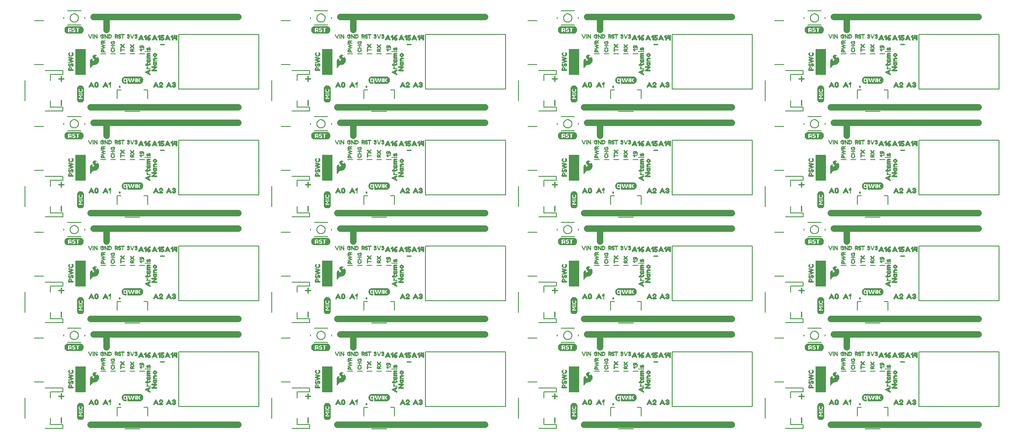
<source format=gto>
G75*
%MOIN*%
%OFA0B0*%
%FSLAX25Y25*%
%IPPOS*%
%LPD*%
%AMOC8*
5,1,8,0,0,1.08239X$1,22.5*
%
%ADD10C,0.05000*%
%ADD11C,0.01000*%
%ADD12R,0.08000X0.20000*%
%ADD13C,0.00800*%
%ADD14C,0.00500*%
%ADD15R,0.00118X0.00591*%
%ADD16R,0.00118X0.00236*%
%ADD17R,0.00118X0.00827*%
%ADD18R,0.00157X0.01299*%
%ADD19R,0.00157X0.00709*%
%ADD20R,0.00157X0.01417*%
%ADD21R,0.00118X0.01772*%
%ADD22R,0.00118X0.00709*%
%ADD23R,0.00118X0.01890*%
%ADD24R,0.00118X0.02126*%
%ADD25R,0.00118X0.02244*%
%ADD26R,0.00157X0.02362*%
%ADD27R,0.00157X0.00827*%
%ADD28R,0.00118X0.02362*%
%ADD29R,0.00118X0.01063*%
%ADD30R,0.00118X0.00945*%
%ADD31R,0.00118X0.00118*%
%ADD32R,0.00157X0.00945*%
%ADD33R,0.00118X0.02598*%
%ADD34R,0.00118X0.01181*%
%ADD35R,0.00118X0.01417*%
%ADD36R,0.00157X0.02598*%
%ADD37R,0.00118X0.00472*%
%ADD38R,0.00157X0.02480*%
%ADD39R,0.00118X0.02480*%
%ADD40R,0.00118X0.02008*%
%ADD41R,0.00157X0.01654*%
%ADD42R,0.00118X0.01299*%
%ADD43R,0.00118X0.00354*%
%ADD44R,0.00157X0.01772*%
%ADD45R,0.00157X0.00472*%
%ADD46R,0.00157X0.02244*%
%ADD47R,0.00118X0.01535*%
%ADD48R,0.00157X0.03307*%
%ADD49R,0.00118X0.03307*%
%ADD50R,0.00157X0.02008*%
%ADD51R,0.11772X0.00039*%
%ADD52R,0.12480X0.00079*%
%ADD53R,0.12874X0.00039*%
%ADD54R,0.13189X0.00079*%
%ADD55R,0.13504X0.00039*%
%ADD56R,0.13740X0.00039*%
%ADD57R,0.13976X0.00079*%
%ADD58R,0.14094X0.00039*%
%ADD59R,0.14291X0.00079*%
%ADD60R,0.14449X0.00039*%
%ADD61R,0.14567X0.00079*%
%ADD62R,0.14764X0.00039*%
%ADD63R,0.14843X0.00079*%
%ADD64R,0.15000X0.00039*%
%ADD65R,0.15079X0.00079*%
%ADD66R,0.15236X0.00039*%
%ADD67R,0.15315X0.00079*%
%ADD68R,0.15394X0.00039*%
%ADD69R,0.15512X0.00079*%
%ADD70R,0.15551X0.00039*%
%ADD71R,0.01772X0.00079*%
%ADD72R,0.00591X0.00079*%
%ADD73R,0.00157X0.00079*%
%ADD74R,0.01220X0.00079*%
%ADD75R,0.00118X0.00079*%
%ADD76R,0.00236X0.00079*%
%ADD77R,0.01339X0.00079*%
%ADD78R,0.01654X0.00079*%
%ADD79R,0.01575X0.00039*%
%ADD80R,0.00433X0.00039*%
%ADD81R,0.00118X0.00039*%
%ADD82R,0.01220X0.00039*%
%ADD83R,0.01181X0.00039*%
%ADD84R,0.00236X0.00039*%
%ADD85R,0.01693X0.00039*%
%ADD86R,0.01496X0.00079*%
%ADD87R,0.00315X0.00079*%
%ADD88R,0.00197X0.00079*%
%ADD89R,0.01102X0.00079*%
%ADD90R,0.01181X0.00079*%
%ADD91R,0.00984X0.00079*%
%ADD92R,0.01693X0.00079*%
%ADD93R,0.01457X0.00039*%
%ADD94R,0.00197X0.00039*%
%ADD95R,0.01102X0.00039*%
%ADD96R,0.00866X0.00039*%
%ADD97R,0.01772X0.00039*%
%ADD98R,0.01417X0.00079*%
%ADD99R,0.01024X0.00079*%
%ADD100R,0.00827X0.00079*%
%ADD101R,0.01811X0.00079*%
%ADD102R,0.01339X0.00039*%
%ADD103R,0.00079X0.00039*%
%ADD104R,0.00984X0.00039*%
%ADD105R,0.01024X0.00039*%
%ADD106R,0.00748X0.00039*%
%ADD107R,0.01811X0.00039*%
%ADD108R,0.01260X0.00079*%
%ADD109R,0.00709X0.00079*%
%ADD110R,0.01890X0.00079*%
%ADD111R,0.01299X0.00039*%
%ADD112R,0.00315X0.00039*%
%ADD113R,0.00591X0.00039*%
%ADD114R,0.01890X0.00039*%
%ADD115R,0.01299X0.00079*%
%ADD116R,0.00945X0.00079*%
%ADD117R,0.01929X0.00079*%
%ADD118R,0.00906X0.00039*%
%ADD119R,0.00512X0.00039*%
%ADD120R,0.01929X0.00039*%
%ADD121R,0.00354X0.00079*%
%ADD122R,0.00906X0.00079*%
%ADD123R,0.00866X0.00079*%
%ADD124R,0.00472X0.00079*%
%ADD125R,0.00354X0.00039*%
%ADD126R,0.00827X0.00039*%
%ADD127R,0.00394X0.00039*%
%ADD128R,0.02008X0.00039*%
%ADD129R,0.01142X0.00039*%
%ADD130R,0.00433X0.00079*%
%ADD131R,0.00748X0.00079*%
%ADD132R,0.00787X0.00079*%
%ADD133R,0.02008X0.00079*%
%ADD134R,0.00787X0.00039*%
%ADD135R,0.02323X0.00039*%
%ADD136R,0.00630X0.00079*%
%ADD137R,0.00669X0.00079*%
%ADD138R,0.00276X0.00079*%
%ADD139R,0.02441X0.00079*%
%ADD140R,0.00472X0.00039*%
%ADD141R,0.00669X0.00039*%
%ADD142R,0.00630X0.00039*%
%ADD143R,0.00276X0.00039*%
%ADD144R,0.02559X0.00039*%
%ADD145R,0.01142X0.00079*%
%ADD146R,0.02638X0.00079*%
%ADD147R,0.00551X0.00039*%
%ADD148R,0.02717X0.00039*%
%ADD149R,0.00551X0.00079*%
%ADD150R,0.00512X0.00079*%
%ADD151R,0.02756X0.00079*%
%ADD152R,0.02835X0.00039*%
%ADD153R,0.02835X0.00079*%
%ADD154R,0.00157X0.00039*%
%ADD155R,0.00079X0.00079*%
%ADD156R,0.00394X0.00079*%
%ADD157R,0.02874X0.00039*%
%ADD158R,0.02874X0.00079*%
%ADD159R,0.00709X0.00039*%
%ADD160R,0.01260X0.00039*%
%ADD161R,0.00039X0.00039*%
%ADD162R,0.00039X0.00079*%
%ADD163R,0.02677X0.00039*%
%ADD164R,0.02677X0.00079*%
%ADD165R,0.02638X0.00039*%
%ADD166R,0.02559X0.00079*%
%ADD167R,0.00945X0.00039*%
%ADD168R,0.02441X0.00039*%
%ADD169R,0.02283X0.00039*%
%ADD170R,0.01063X0.00039*%
%ADD171R,0.01063X0.00079*%
%ADD172R,0.01457X0.00079*%
%ADD173R,0.01378X0.00039*%
%ADD174R,0.02992X0.00079*%
%ADD175R,0.11496X0.00079*%
%ADD176R,0.02913X0.00039*%
%ADD177R,0.11457X0.00039*%
%ADD178R,0.11378X0.00079*%
%ADD179R,0.02795X0.00039*%
%ADD180R,0.11339X0.00039*%
%ADD181R,0.02795X0.00079*%
%ADD182R,0.11260X0.00079*%
%ADD183R,0.02756X0.00039*%
%ADD184R,0.11220X0.00039*%
%ADD185R,0.11142X0.00079*%
%ADD186R,0.11102X0.00039*%
%ADD187R,0.02520X0.00079*%
%ADD188R,0.11024X0.00079*%
%ADD189R,0.10906X0.00039*%
%ADD190R,0.02362X0.00079*%
%ADD191R,0.10866X0.00079*%
%ADD192R,0.10748X0.00039*%
%ADD193R,0.02165X0.00039*%
%ADD194R,0.10709X0.00039*%
%ADD195R,0.02047X0.00079*%
%ADD196R,0.10591X0.00079*%
%ADD197R,0.10472X0.00039*%
%ADD198R,0.10354X0.00079*%
%ADD199R,0.01654X0.00039*%
%ADD200R,0.10157X0.00039*%
%ADD201R,0.09882X0.00079*%
%ADD202R,0.00827X0.00118*%
%ADD203R,0.00945X0.00118*%
%ADD204R,0.01417X0.00157*%
%ADD205R,0.00591X0.00157*%
%ADD206R,0.00709X0.00157*%
%ADD207R,0.01654X0.00157*%
%ADD208R,0.01890X0.00118*%
%ADD209R,0.00709X0.00118*%
%ADD210R,0.02008X0.00118*%
%ADD211R,0.02126X0.00118*%
%ADD212R,0.02244X0.00118*%
%ADD213R,0.02362X0.00118*%
%ADD214R,0.01063X0.00118*%
%ADD215R,0.02362X0.00157*%
%ADD216R,0.01063X0.00157*%
%ADD217R,0.00827X0.00157*%
%ADD218R,0.02480X0.00157*%
%ADD219R,0.01181X0.00118*%
%ADD220R,0.02480X0.00118*%
%ADD221R,0.00472X0.00118*%
%ADD222R,0.01299X0.00118*%
%ADD223R,0.01417X0.00118*%
%ADD224R,0.00945X0.00157*%
%ADD225R,0.01535X0.00118*%
%ADD226R,0.01654X0.00118*%
%ADD227R,0.01772X0.00118*%
%ADD228R,0.01535X0.00157*%
%ADD229R,0.02598X0.00118*%
%ADD230R,0.02598X0.00157*%
%ADD231R,0.01181X0.00157*%
%ADD232R,0.01772X0.00157*%
%ADD233R,0.01890X0.00157*%
%ADD234R,0.00591X0.00118*%
%ADD235R,0.00236X0.00118*%
%ADD236R,0.01299X0.00157*%
%ADD237R,0.02953X0.00157*%
%ADD238R,0.03071X0.00118*%
%ADD239R,0.02953X0.00118*%
%ADD240R,0.02244X0.00157*%
%ADD241R,0.02835X0.00157*%
%ADD242R,0.02126X0.00157*%
%ADD243R,0.00354X0.00118*%
%ADD244R,0.02008X0.00157*%
%ADD245R,0.00472X0.00157*%
%ADD246R,0.10630X0.00157*%
%ADD247R,0.11417X0.00118*%
%ADD248R,0.11969X0.00157*%
%ADD249R,0.12520X0.00118*%
%ADD250R,0.12835X0.00157*%
%ADD251R,0.13071X0.00118*%
%ADD252R,0.13386X0.00157*%
%ADD253R,0.06339X0.00118*%
%ADD254R,0.06614X0.00118*%
%ADD255R,0.01496X0.00157*%
%ADD256R,0.00551X0.00157*%
%ADD257R,0.01260X0.00118*%
%ADD258R,0.00433X0.00118*%
%ADD259R,0.00276X0.00157*%
%ADD260R,0.00551X0.00118*%
%ADD261R,0.00276X0.00118*%
%ADD262R,0.02756X0.00157*%
%ADD263R,0.00394X0.00157*%
%ADD264R,0.02756X0.00118*%
%ADD265R,0.04016X0.00118*%
%ADD266R,0.00984X0.00157*%
%ADD267R,0.04016X0.00157*%
%ADD268R,0.02874X0.00118*%
%ADD269R,0.01102X0.00118*%
%ADD270R,0.04134X0.00118*%
%ADD271R,0.02874X0.00157*%
%ADD272R,0.01102X0.00157*%
%ADD273R,0.00433X0.00157*%
%ADD274R,0.04134X0.00157*%
%ADD275R,0.02047X0.00157*%
%ADD276R,0.00984X0.00118*%
%ADD277R,0.01378X0.00118*%
%ADD278R,0.01220X0.00157*%
%ADD279R,0.01378X0.00157*%
%ADD280R,0.01929X0.00118*%
%ADD281R,0.01220X0.00118*%
%ADD282R,0.02205X0.00157*%
%ADD283R,0.00394X0.00118*%
%ADD284R,0.00669X0.00118*%
%ADD285R,0.03858X0.00118*%
%ADD286R,0.03858X0.00157*%
%ADD287R,0.01496X0.00118*%
%ADD288R,0.03740X0.00118*%
%ADD289R,0.01260X0.00157*%
%ADD290R,0.03740X0.00157*%
%ADD291R,0.02087X0.00118*%
%ADD292R,0.03701X0.00118*%
%ADD293C,0.00600*%
%ADD294R,0.00157X0.00591*%
%ADD295R,0.00157X0.01063*%
%ADD296R,0.00157X0.01890*%
%ADD297R,0.00157X0.01181*%
%ADD298R,0.00118X0.01654*%
%ADD299R,0.00157X0.02126*%
%ADD300R,0.00157X0.02953*%
%ADD301R,0.00118X0.03071*%
%ADD302R,0.00118X0.02953*%
%ADD303R,0.00157X0.02835*%
%ADD304C,0.00300*%
%ADD305R,0.00157X0.09449*%
%ADD306R,0.00118X0.10197*%
%ADD307R,0.00118X0.10709*%
%ADD308R,0.00118X0.11220*%
%ADD309R,0.00118X0.11457*%
%ADD310R,0.00157X0.11693*%
%ADD311R,0.00118X0.11969*%
%ADD312R,0.00118X0.08819*%
%ADD313R,0.00118X0.03031*%
%ADD314R,0.00118X0.02402*%
%ADD315R,0.00118X0.00512*%
%ADD316R,0.00118X0.02756*%
%ADD317R,0.00118X0.01142*%
%ADD318R,0.00118X0.02520*%
%ADD319R,0.00157X0.02520*%
%ADD320R,0.00157X0.00354*%
%ADD321R,0.00157X0.00906*%
%ADD322R,0.00118X0.01496*%
%ADD323R,0.00118X0.00787*%
%ADD324R,0.00118X0.02638*%
%ADD325R,0.00118X0.01378*%
%ADD326R,0.00118X0.00630*%
%ADD327R,0.00118X0.00866*%
%ADD328R,0.00118X0.00748*%
%ADD329R,0.00157X0.02756*%
%ADD330R,0.00157X0.00748*%
%ADD331R,0.00157X0.00394*%
%ADD332R,0.00157X0.01260*%
%ADD333R,0.00157X0.03031*%
%ADD334R,0.00118X0.00394*%
%ADD335R,0.00118X0.04567*%
%ADD336R,0.00118X0.04685*%
%ADD337R,0.00157X0.00118*%
%ADD338R,0.00157X0.00236*%
%ADD339R,0.00157X0.00276*%
%ADD340R,0.00157X0.04685*%
%ADD341R,0.00118X0.00276*%
%ADD342R,0.00157X0.00630*%
%ADD343R,0.00157X0.04567*%
%ADD344R,0.00118X0.01102*%
%ADD345R,0.00157X0.02402*%
%ADD346R,0.00118X0.01024*%
%ADD347R,0.00118X0.02283*%
%ADD348R,0.00118X0.02795*%
%ADD349R,0.00157X0.00157*%
%ADD350R,0.00157X0.00787*%
%ADD351R,0.00157X0.00315*%
%ADD352R,0.00157X0.01102*%
%ADD353R,0.00157X0.01575*%
%ADD354R,0.00157X0.01732*%
%ADD355R,0.00157X0.02205*%
%ADD356R,0.00157X0.02047*%
%ADD357R,0.00157X0.04252*%
%ADD358R,0.00157X0.04409*%
%ADD359R,0.00157X0.02992*%
%ADD360R,0.00157X0.03622*%
%ADD361R,0.00157X0.02677*%
%ADD362R,0.00157X0.03937*%
%ADD363R,0.00787X0.00157*%
%ADD364R,0.01575X0.00157*%
%ADD365R,0.02520X0.00157*%
%ADD366R,0.02677X0.00157*%
%ADD367R,0.01732X0.00157*%
%ADD368R,0.02992X0.00157*%
%ADD369R,0.03307X0.00157*%
%ADD370R,0.03622X0.00157*%
%ADD371R,0.03937X0.00157*%
%ADD372R,0.00630X0.00157*%
%ADD373R,0.00315X0.00157*%
%ADD374R,0.03150X0.00157*%
%ADD375R,0.03465X0.00157*%
%ADD376R,0.03780X0.00157*%
%ADD377R,0.00118X0.00157*%
%ADD378R,0.00157X0.01378*%
%ADD379R,0.00118X0.01811*%
%ADD380R,0.00118X0.01260*%
%ADD381R,0.00118X0.02205*%
%ADD382R,0.00118X0.00984*%
%ADD383R,0.00157X0.01811*%
%ADD384R,0.00157X0.01535*%
%ADD385R,0.00118X0.02323*%
%ADD386R,0.00118X0.02047*%
%ADD387R,0.00157X0.01929*%
%ADD388R,0.00157X0.00984*%
%ADD389R,0.00118X0.01929*%
%ADD390R,0.00157X0.01969*%
%ADD391R,0.00157X0.00866*%
%ADD392R,0.00157X0.01693*%
%ADD393R,0.00118X0.02441*%
%ADD394R,0.00157X0.02559*%
%ADD395R,0.00157X0.01024*%
%ADD396R,0.00118X0.02717*%
%ADD397R,0.00118X0.02677*%
%ADD398R,0.00157X0.01142*%
%ADD399R,0.00157X0.01850*%
%ADD400R,0.00118X0.01850*%
%ADD401R,0.00157X0.03976*%
%ADD402R,0.00118X0.02835*%
%ADD403R,0.00157X0.02717*%
%ADD404R,0.00118X0.02559*%
%ADD405R,0.00118X0.01693*%
%ADD406R,0.00157X0.02283*%
%ADD407R,0.00157X0.00551*%
%ADD408R,0.00118X0.00433*%
D10*
X0100250Y0061933D02*
X0214750Y0061933D01*
X0291250Y0061933D02*
X0405750Y0061933D01*
X0482250Y0061933D02*
X0596750Y0061933D01*
X0673250Y0061933D02*
X0787750Y0061933D01*
X0685750Y0121933D02*
X0685750Y0131933D01*
X0787750Y0131933D01*
X0787750Y0143933D02*
X0673250Y0143933D01*
X0675750Y0131933D02*
X0685750Y0131933D01*
X0596750Y0131933D02*
X0494750Y0131933D01*
X0494750Y0121933D01*
X0494750Y0131933D02*
X0484750Y0131933D01*
X0482250Y0143933D02*
X0596750Y0143933D01*
X0685750Y0203933D02*
X0685750Y0213933D01*
X0787750Y0213933D01*
X0787750Y0225933D02*
X0673250Y0225933D01*
X0675750Y0213933D02*
X0685750Y0213933D01*
X0596750Y0213933D02*
X0494750Y0213933D01*
X0494750Y0203933D01*
X0494750Y0213933D02*
X0484750Y0213933D01*
X0482250Y0225933D02*
X0596750Y0225933D01*
X0685750Y0285933D02*
X0685750Y0295933D01*
X0787750Y0295933D01*
X0787750Y0307933D02*
X0673250Y0307933D01*
X0675750Y0295933D02*
X0685750Y0295933D01*
X0596750Y0295933D02*
X0494750Y0295933D01*
X0494750Y0285933D01*
X0494750Y0295933D02*
X0484750Y0295933D01*
X0482250Y0307933D02*
X0596750Y0307933D01*
X0685750Y0367933D02*
X0685750Y0377933D01*
X0787750Y0377933D01*
X0685750Y0377933D02*
X0675750Y0377933D01*
X0596750Y0377933D02*
X0494750Y0377933D01*
X0494750Y0367933D01*
X0494750Y0377933D02*
X0484750Y0377933D01*
X0405750Y0377933D02*
X0303750Y0377933D01*
X0303750Y0367933D01*
X0303750Y0377933D02*
X0293750Y0377933D01*
X0214750Y0377933D02*
X0112750Y0377933D01*
X0112750Y0367933D01*
X0112750Y0377933D02*
X0102750Y0377933D01*
X0100250Y0307933D02*
X0214750Y0307933D01*
X0214750Y0295933D02*
X0112750Y0295933D01*
X0112750Y0285933D01*
X0112750Y0295933D02*
X0102750Y0295933D01*
X0100250Y0225933D02*
X0214750Y0225933D01*
X0214750Y0213933D02*
X0112750Y0213933D01*
X0112750Y0203933D01*
X0112750Y0213933D02*
X0102750Y0213933D01*
X0100250Y0143933D02*
X0214750Y0143933D01*
X0214750Y0131933D02*
X0112750Y0131933D01*
X0112750Y0121933D01*
X0112750Y0131933D02*
X0102750Y0131933D01*
X0291250Y0143933D02*
X0405750Y0143933D01*
X0405750Y0131933D02*
X0303750Y0131933D01*
X0303750Y0121933D01*
X0303750Y0131933D02*
X0293750Y0131933D01*
X0303750Y0203933D02*
X0303750Y0213933D01*
X0405750Y0213933D01*
X0405750Y0225933D02*
X0291250Y0225933D01*
X0293750Y0213933D02*
X0303750Y0213933D01*
X0303750Y0285933D02*
X0303750Y0295933D01*
X0405750Y0295933D01*
X0405750Y0307933D02*
X0291250Y0307933D01*
X0293750Y0295933D02*
X0303750Y0295933D01*
D11*
X0268750Y0309133D02*
X0268750Y0313133D01*
X0268750Y0327733D02*
X0268750Y0331733D01*
X0270750Y0329733D02*
X0266750Y0329733D01*
X0345230Y0356331D02*
X0348230Y0356331D01*
X0457750Y0329733D02*
X0461750Y0329733D01*
X0459750Y0331733D02*
X0459750Y0327733D01*
X0459750Y0313133D02*
X0459750Y0309133D01*
X0536230Y0274331D02*
X0539230Y0274331D01*
X0461750Y0247733D02*
X0457750Y0247733D01*
X0459750Y0249733D02*
X0459750Y0245733D01*
X0459750Y0231133D02*
X0459750Y0227133D01*
X0536230Y0192331D02*
X0539230Y0192331D01*
X0461750Y0165733D02*
X0457750Y0165733D01*
X0459750Y0167733D02*
X0459750Y0163733D01*
X0459750Y0149133D02*
X0459750Y0145133D01*
X0536230Y0110331D02*
X0539230Y0110331D01*
X0461750Y0083733D02*
X0457750Y0083733D01*
X0459750Y0085733D02*
X0459750Y0081733D01*
X0459750Y0067133D02*
X0459750Y0063133D01*
X0348230Y0110331D02*
X0345230Y0110331D01*
X0270750Y0083733D02*
X0266750Y0083733D01*
X0268750Y0085733D02*
X0268750Y0081733D01*
X0268750Y0067133D02*
X0268750Y0063133D01*
X0157230Y0110331D02*
X0154230Y0110331D01*
X0079750Y0083733D02*
X0075750Y0083733D01*
X0077750Y0085733D02*
X0077750Y0081733D01*
X0077750Y0067133D02*
X0077750Y0063133D01*
X0077750Y0145133D02*
X0077750Y0149133D01*
X0077750Y0163733D02*
X0077750Y0167733D01*
X0079750Y0165733D02*
X0075750Y0165733D01*
X0154230Y0192331D02*
X0157230Y0192331D01*
X0077750Y0227133D02*
X0077750Y0231133D01*
X0077750Y0245733D02*
X0077750Y0249733D01*
X0079750Y0247733D02*
X0075750Y0247733D01*
X0154230Y0274331D02*
X0157230Y0274331D01*
X0077750Y0309133D02*
X0077750Y0313133D01*
X0077750Y0327733D02*
X0077750Y0331733D01*
X0079750Y0329733D02*
X0075750Y0329733D01*
X0154230Y0356331D02*
X0157230Y0356331D01*
X0345230Y0274331D02*
X0348230Y0274331D01*
X0270750Y0247733D02*
X0266750Y0247733D01*
X0268750Y0249733D02*
X0268750Y0245733D01*
X0268750Y0231133D02*
X0268750Y0227133D01*
X0345230Y0192331D02*
X0348230Y0192331D01*
X0270750Y0165733D02*
X0266750Y0165733D01*
X0268750Y0167733D02*
X0268750Y0163733D01*
X0268750Y0149133D02*
X0268750Y0145133D01*
X0648750Y0165733D02*
X0652750Y0165733D01*
X0650750Y0167733D02*
X0650750Y0163733D01*
X0650750Y0149133D02*
X0650750Y0145133D01*
X0727230Y0110331D02*
X0730230Y0110331D01*
X0652750Y0083733D02*
X0648750Y0083733D01*
X0650750Y0085733D02*
X0650750Y0081733D01*
X0650750Y0067133D02*
X0650750Y0063133D01*
X0727230Y0192331D02*
X0730230Y0192331D01*
X0650750Y0227133D02*
X0650750Y0231133D01*
X0650750Y0245733D02*
X0650750Y0249733D01*
X0652750Y0247733D02*
X0648750Y0247733D01*
X0727230Y0274331D02*
X0730230Y0274331D01*
X0650750Y0309133D02*
X0650750Y0313133D01*
X0650750Y0327733D02*
X0650750Y0331733D01*
X0652750Y0329733D02*
X0648750Y0329733D01*
X0727230Y0356331D02*
X0730230Y0356331D01*
X0539230Y0356331D02*
X0536230Y0356331D01*
D12*
X0474750Y0342933D03*
X0665750Y0342933D03*
X0665750Y0260933D03*
X0474750Y0260933D03*
X0474750Y0178933D03*
X0665750Y0178933D03*
X0665750Y0096933D03*
X0474750Y0096933D03*
X0283750Y0096933D03*
X0283750Y0178933D03*
X0283750Y0260933D03*
X0283750Y0342933D03*
X0092750Y0342933D03*
X0092750Y0260933D03*
X0092750Y0178933D03*
X0092750Y0096933D03*
D13*
X0079067Y0058785D02*
X0065287Y0058785D01*
X0069224Y0061935D02*
X0069224Y0066659D01*
X0069224Y0061935D02*
X0079067Y0061935D01*
X0079067Y0058785D01*
X0049539Y0066659D02*
X0049539Y0082407D01*
X0065287Y0090281D02*
X0079067Y0090281D01*
X0079067Y0087131D01*
X0069224Y0087131D01*
X0069224Y0082407D01*
X0108375Y0103183D02*
X0112125Y0103183D01*
X0115875Y0103183D02*
X0119625Y0103183D01*
X0123375Y0103183D02*
X0127125Y0103183D01*
X0130875Y0103183D02*
X0134625Y0103183D01*
X0138375Y0103183D02*
X0142125Y0103183D01*
X0093018Y0125421D02*
X0082482Y0125421D01*
X0079482Y0130421D02*
X0079482Y0131445D01*
X0082482Y0136445D02*
X0093018Y0136445D01*
X0096018Y0131445D02*
X0096018Y0130421D01*
X0079067Y0140785D02*
X0065287Y0140785D01*
X0069224Y0143935D02*
X0069224Y0148659D01*
X0069224Y0143935D02*
X0079067Y0143935D01*
X0079067Y0140785D01*
X0049539Y0148659D02*
X0049539Y0164407D01*
X0065287Y0172281D02*
X0079067Y0172281D01*
X0079067Y0169131D01*
X0069224Y0169131D01*
X0069224Y0164407D01*
X0108375Y0185183D02*
X0112125Y0185183D01*
X0115875Y0185183D02*
X0119625Y0185183D01*
X0123375Y0185183D02*
X0127125Y0185183D01*
X0130875Y0185183D02*
X0134625Y0185183D01*
X0138375Y0185183D02*
X0142125Y0185183D01*
X0093018Y0207421D02*
X0082482Y0207421D01*
X0079482Y0212421D02*
X0079482Y0213445D01*
X0082482Y0218445D02*
X0093018Y0218445D01*
X0096018Y0213445D02*
X0096018Y0212421D01*
X0079067Y0222785D02*
X0065287Y0222785D01*
X0069224Y0225935D02*
X0069224Y0230659D01*
X0069224Y0225935D02*
X0079067Y0225935D01*
X0079067Y0222785D01*
X0049539Y0230659D02*
X0049539Y0246407D01*
X0069224Y0246407D02*
X0069224Y0251131D01*
X0079067Y0251131D01*
X0079067Y0254281D01*
X0065287Y0254281D01*
X0108375Y0267183D02*
X0112125Y0267183D01*
X0115875Y0267183D02*
X0119625Y0267183D01*
X0123375Y0267183D02*
X0127125Y0267183D01*
X0130875Y0267183D02*
X0134625Y0267183D01*
X0138375Y0267183D02*
X0142125Y0267183D01*
X0093018Y0289421D02*
X0082482Y0289421D01*
X0079482Y0294421D02*
X0079482Y0295445D01*
X0082482Y0300445D02*
X0093018Y0300445D01*
X0096018Y0295445D02*
X0096018Y0294421D01*
X0079067Y0304785D02*
X0065287Y0304785D01*
X0069224Y0307935D02*
X0069224Y0312659D01*
X0069224Y0307935D02*
X0079067Y0307935D01*
X0079067Y0304785D01*
X0049539Y0312659D02*
X0049539Y0328407D01*
X0069224Y0328407D02*
X0069224Y0333131D01*
X0079067Y0333131D01*
X0079067Y0336281D01*
X0065287Y0336281D01*
X0108375Y0349183D02*
X0112125Y0349183D01*
X0115875Y0349183D02*
X0119625Y0349183D01*
X0123375Y0349183D02*
X0127125Y0349183D01*
X0130875Y0349183D02*
X0134625Y0349183D01*
X0138375Y0349183D02*
X0142125Y0349183D01*
X0141608Y0321055D02*
X0144561Y0321055D01*
X0144561Y0314559D01*
X0138656Y0304323D02*
X0126844Y0304323D01*
X0120939Y0314559D02*
X0120939Y0321055D01*
X0123892Y0321055D01*
X0122507Y0323614D02*
X0122509Y0323654D01*
X0122515Y0323693D01*
X0122525Y0323732D01*
X0122538Y0323769D01*
X0122556Y0323805D01*
X0122577Y0323839D01*
X0122601Y0323871D01*
X0122628Y0323900D01*
X0122658Y0323927D01*
X0122690Y0323950D01*
X0122725Y0323970D01*
X0122761Y0323986D01*
X0122799Y0323999D01*
X0122838Y0324008D01*
X0122877Y0324013D01*
X0122917Y0324014D01*
X0122957Y0324011D01*
X0122996Y0324004D01*
X0123034Y0323993D01*
X0123072Y0323979D01*
X0123107Y0323960D01*
X0123140Y0323939D01*
X0123172Y0323914D01*
X0123200Y0323886D01*
X0123226Y0323856D01*
X0123248Y0323823D01*
X0123267Y0323788D01*
X0123283Y0323751D01*
X0123295Y0323713D01*
X0123303Y0323674D01*
X0123307Y0323634D01*
X0123307Y0323594D01*
X0123303Y0323554D01*
X0123295Y0323515D01*
X0123283Y0323477D01*
X0123267Y0323440D01*
X0123248Y0323405D01*
X0123226Y0323372D01*
X0123200Y0323342D01*
X0123172Y0323314D01*
X0123140Y0323289D01*
X0123107Y0323268D01*
X0123072Y0323249D01*
X0123034Y0323235D01*
X0122996Y0323224D01*
X0122957Y0323217D01*
X0122917Y0323214D01*
X0122877Y0323215D01*
X0122838Y0323220D01*
X0122799Y0323229D01*
X0122761Y0323242D01*
X0122725Y0323258D01*
X0122690Y0323278D01*
X0122658Y0323301D01*
X0122628Y0323328D01*
X0122601Y0323357D01*
X0122577Y0323389D01*
X0122556Y0323423D01*
X0122538Y0323459D01*
X0122525Y0323496D01*
X0122515Y0323535D01*
X0122509Y0323574D01*
X0122507Y0323614D01*
X0240539Y0328407D02*
X0240539Y0312659D01*
X0256287Y0304785D02*
X0270067Y0304785D01*
X0270067Y0307935D01*
X0260224Y0307935D01*
X0260224Y0312659D01*
X0273482Y0300445D02*
X0284018Y0300445D01*
X0287018Y0295445D02*
X0287018Y0294421D01*
X0284018Y0289421D02*
X0273482Y0289421D01*
X0270482Y0294421D02*
X0270482Y0295445D01*
X0311939Y0314559D02*
X0311939Y0321055D01*
X0314892Y0321055D01*
X0313507Y0323614D02*
X0313509Y0323654D01*
X0313515Y0323693D01*
X0313525Y0323732D01*
X0313538Y0323769D01*
X0313556Y0323805D01*
X0313577Y0323839D01*
X0313601Y0323871D01*
X0313628Y0323900D01*
X0313658Y0323927D01*
X0313690Y0323950D01*
X0313725Y0323970D01*
X0313761Y0323986D01*
X0313799Y0323999D01*
X0313838Y0324008D01*
X0313877Y0324013D01*
X0313917Y0324014D01*
X0313957Y0324011D01*
X0313996Y0324004D01*
X0314034Y0323993D01*
X0314072Y0323979D01*
X0314107Y0323960D01*
X0314140Y0323939D01*
X0314172Y0323914D01*
X0314200Y0323886D01*
X0314226Y0323856D01*
X0314248Y0323823D01*
X0314267Y0323788D01*
X0314283Y0323751D01*
X0314295Y0323713D01*
X0314303Y0323674D01*
X0314307Y0323634D01*
X0314307Y0323594D01*
X0314303Y0323554D01*
X0314295Y0323515D01*
X0314283Y0323477D01*
X0314267Y0323440D01*
X0314248Y0323405D01*
X0314226Y0323372D01*
X0314200Y0323342D01*
X0314172Y0323314D01*
X0314140Y0323289D01*
X0314107Y0323268D01*
X0314072Y0323249D01*
X0314034Y0323235D01*
X0313996Y0323224D01*
X0313957Y0323217D01*
X0313917Y0323214D01*
X0313877Y0323215D01*
X0313838Y0323220D01*
X0313799Y0323229D01*
X0313761Y0323242D01*
X0313725Y0323258D01*
X0313690Y0323278D01*
X0313658Y0323301D01*
X0313628Y0323328D01*
X0313601Y0323357D01*
X0313577Y0323389D01*
X0313556Y0323423D01*
X0313538Y0323459D01*
X0313525Y0323496D01*
X0313515Y0323535D01*
X0313509Y0323574D01*
X0313507Y0323614D01*
X0332608Y0321055D02*
X0335561Y0321055D01*
X0335561Y0314559D01*
X0329656Y0304323D02*
X0317844Y0304323D01*
X0260224Y0328407D02*
X0260224Y0333131D01*
X0270067Y0333131D01*
X0270067Y0336281D01*
X0256287Y0336281D01*
X0299375Y0349183D02*
X0303125Y0349183D01*
X0306875Y0349183D02*
X0310625Y0349183D01*
X0314375Y0349183D02*
X0318125Y0349183D01*
X0321875Y0349183D02*
X0325625Y0349183D01*
X0329375Y0349183D02*
X0333125Y0349183D01*
X0284018Y0371421D02*
X0273482Y0371421D01*
X0270482Y0376421D02*
X0270482Y0377445D01*
X0273482Y0382445D02*
X0284018Y0382445D01*
X0287018Y0377445D02*
X0287018Y0376421D01*
X0431539Y0328407D02*
X0431539Y0312659D01*
X0447287Y0304785D02*
X0461067Y0304785D01*
X0461067Y0307935D01*
X0451224Y0307935D01*
X0451224Y0312659D01*
X0464482Y0300445D02*
X0475018Y0300445D01*
X0478018Y0295445D02*
X0478018Y0294421D01*
X0475018Y0289421D02*
X0464482Y0289421D01*
X0461482Y0294421D02*
X0461482Y0295445D01*
X0502939Y0314559D02*
X0502939Y0321055D01*
X0505892Y0321055D01*
X0504507Y0323614D02*
X0504509Y0323654D01*
X0504515Y0323693D01*
X0504525Y0323732D01*
X0504538Y0323769D01*
X0504556Y0323805D01*
X0504577Y0323839D01*
X0504601Y0323871D01*
X0504628Y0323900D01*
X0504658Y0323927D01*
X0504690Y0323950D01*
X0504725Y0323970D01*
X0504761Y0323986D01*
X0504799Y0323999D01*
X0504838Y0324008D01*
X0504877Y0324013D01*
X0504917Y0324014D01*
X0504957Y0324011D01*
X0504996Y0324004D01*
X0505034Y0323993D01*
X0505072Y0323979D01*
X0505107Y0323960D01*
X0505140Y0323939D01*
X0505172Y0323914D01*
X0505200Y0323886D01*
X0505226Y0323856D01*
X0505248Y0323823D01*
X0505267Y0323788D01*
X0505283Y0323751D01*
X0505295Y0323713D01*
X0505303Y0323674D01*
X0505307Y0323634D01*
X0505307Y0323594D01*
X0505303Y0323554D01*
X0505295Y0323515D01*
X0505283Y0323477D01*
X0505267Y0323440D01*
X0505248Y0323405D01*
X0505226Y0323372D01*
X0505200Y0323342D01*
X0505172Y0323314D01*
X0505140Y0323289D01*
X0505107Y0323268D01*
X0505072Y0323249D01*
X0505034Y0323235D01*
X0504996Y0323224D01*
X0504957Y0323217D01*
X0504917Y0323214D01*
X0504877Y0323215D01*
X0504838Y0323220D01*
X0504799Y0323229D01*
X0504761Y0323242D01*
X0504725Y0323258D01*
X0504690Y0323278D01*
X0504658Y0323301D01*
X0504628Y0323328D01*
X0504601Y0323357D01*
X0504577Y0323389D01*
X0504556Y0323423D01*
X0504538Y0323459D01*
X0504525Y0323496D01*
X0504515Y0323535D01*
X0504509Y0323574D01*
X0504507Y0323614D01*
X0523608Y0321055D02*
X0526561Y0321055D01*
X0526561Y0314559D01*
X0520656Y0304323D02*
X0508844Y0304323D01*
X0451224Y0328407D02*
X0451224Y0333131D01*
X0461067Y0333131D01*
X0461067Y0336281D01*
X0447287Y0336281D01*
X0490375Y0349183D02*
X0494125Y0349183D01*
X0497875Y0349183D02*
X0501625Y0349183D01*
X0505375Y0349183D02*
X0509125Y0349183D01*
X0512875Y0349183D02*
X0516625Y0349183D01*
X0520375Y0349183D02*
X0524125Y0349183D01*
X0475018Y0371421D02*
X0464482Y0371421D01*
X0461482Y0376421D02*
X0461482Y0377445D01*
X0464482Y0382445D02*
X0475018Y0382445D01*
X0478018Y0377445D02*
X0478018Y0376421D01*
X0622539Y0328407D02*
X0622539Y0312659D01*
X0638287Y0304785D02*
X0652067Y0304785D01*
X0652067Y0307935D01*
X0642224Y0307935D01*
X0642224Y0312659D01*
X0655482Y0300445D02*
X0666018Y0300445D01*
X0669018Y0295445D02*
X0669018Y0294421D01*
X0666018Y0289421D02*
X0655482Y0289421D01*
X0652482Y0294421D02*
X0652482Y0295445D01*
X0693939Y0314559D02*
X0693939Y0321055D01*
X0696892Y0321055D01*
X0695507Y0323614D02*
X0695509Y0323654D01*
X0695515Y0323693D01*
X0695525Y0323732D01*
X0695538Y0323769D01*
X0695556Y0323805D01*
X0695577Y0323839D01*
X0695601Y0323871D01*
X0695628Y0323900D01*
X0695658Y0323927D01*
X0695690Y0323950D01*
X0695725Y0323970D01*
X0695761Y0323986D01*
X0695799Y0323999D01*
X0695838Y0324008D01*
X0695877Y0324013D01*
X0695917Y0324014D01*
X0695957Y0324011D01*
X0695996Y0324004D01*
X0696034Y0323993D01*
X0696072Y0323979D01*
X0696107Y0323960D01*
X0696140Y0323939D01*
X0696172Y0323914D01*
X0696200Y0323886D01*
X0696226Y0323856D01*
X0696248Y0323823D01*
X0696267Y0323788D01*
X0696283Y0323751D01*
X0696295Y0323713D01*
X0696303Y0323674D01*
X0696307Y0323634D01*
X0696307Y0323594D01*
X0696303Y0323554D01*
X0696295Y0323515D01*
X0696283Y0323477D01*
X0696267Y0323440D01*
X0696248Y0323405D01*
X0696226Y0323372D01*
X0696200Y0323342D01*
X0696172Y0323314D01*
X0696140Y0323289D01*
X0696107Y0323268D01*
X0696072Y0323249D01*
X0696034Y0323235D01*
X0695996Y0323224D01*
X0695957Y0323217D01*
X0695917Y0323214D01*
X0695877Y0323215D01*
X0695838Y0323220D01*
X0695799Y0323229D01*
X0695761Y0323242D01*
X0695725Y0323258D01*
X0695690Y0323278D01*
X0695658Y0323301D01*
X0695628Y0323328D01*
X0695601Y0323357D01*
X0695577Y0323389D01*
X0695556Y0323423D01*
X0695538Y0323459D01*
X0695525Y0323496D01*
X0695515Y0323535D01*
X0695509Y0323574D01*
X0695507Y0323614D01*
X0714608Y0321055D02*
X0717561Y0321055D01*
X0717561Y0314559D01*
X0711656Y0304323D02*
X0699844Y0304323D01*
X0642224Y0328407D02*
X0642224Y0333131D01*
X0652067Y0333131D01*
X0652067Y0336281D01*
X0638287Y0336281D01*
X0681375Y0349183D02*
X0685125Y0349183D01*
X0688875Y0349183D02*
X0692625Y0349183D01*
X0696375Y0349183D02*
X0700125Y0349183D01*
X0703875Y0349183D02*
X0707625Y0349183D01*
X0711375Y0349183D02*
X0715125Y0349183D01*
X0666018Y0371421D02*
X0655482Y0371421D01*
X0652482Y0376421D02*
X0652482Y0377445D01*
X0655482Y0382445D02*
X0666018Y0382445D01*
X0669018Y0377445D02*
X0669018Y0376421D01*
X0681375Y0267183D02*
X0685125Y0267183D01*
X0688875Y0267183D02*
X0692625Y0267183D01*
X0696375Y0267183D02*
X0700125Y0267183D01*
X0703875Y0267183D02*
X0707625Y0267183D01*
X0711375Y0267183D02*
X0715125Y0267183D01*
X0714608Y0239055D02*
X0717561Y0239055D01*
X0717561Y0232559D01*
X0693939Y0232559D02*
X0693939Y0239055D01*
X0696892Y0239055D01*
X0695507Y0241614D02*
X0695509Y0241654D01*
X0695515Y0241693D01*
X0695525Y0241732D01*
X0695538Y0241769D01*
X0695556Y0241805D01*
X0695577Y0241839D01*
X0695601Y0241871D01*
X0695628Y0241900D01*
X0695658Y0241927D01*
X0695690Y0241950D01*
X0695725Y0241970D01*
X0695761Y0241986D01*
X0695799Y0241999D01*
X0695838Y0242008D01*
X0695877Y0242013D01*
X0695917Y0242014D01*
X0695957Y0242011D01*
X0695996Y0242004D01*
X0696034Y0241993D01*
X0696072Y0241979D01*
X0696107Y0241960D01*
X0696140Y0241939D01*
X0696172Y0241914D01*
X0696200Y0241886D01*
X0696226Y0241856D01*
X0696248Y0241823D01*
X0696267Y0241788D01*
X0696283Y0241751D01*
X0696295Y0241713D01*
X0696303Y0241674D01*
X0696307Y0241634D01*
X0696307Y0241594D01*
X0696303Y0241554D01*
X0696295Y0241515D01*
X0696283Y0241477D01*
X0696267Y0241440D01*
X0696248Y0241405D01*
X0696226Y0241372D01*
X0696200Y0241342D01*
X0696172Y0241314D01*
X0696140Y0241289D01*
X0696107Y0241268D01*
X0696072Y0241249D01*
X0696034Y0241235D01*
X0695996Y0241224D01*
X0695957Y0241217D01*
X0695917Y0241214D01*
X0695877Y0241215D01*
X0695838Y0241220D01*
X0695799Y0241229D01*
X0695761Y0241242D01*
X0695725Y0241258D01*
X0695690Y0241278D01*
X0695658Y0241301D01*
X0695628Y0241328D01*
X0695601Y0241357D01*
X0695577Y0241389D01*
X0695556Y0241423D01*
X0695538Y0241459D01*
X0695525Y0241496D01*
X0695515Y0241535D01*
X0695509Y0241574D01*
X0695507Y0241614D01*
X0699844Y0222323D02*
X0711656Y0222323D01*
X0669018Y0213445D02*
X0669018Y0212421D01*
X0666018Y0207421D02*
X0655482Y0207421D01*
X0652482Y0212421D02*
X0652482Y0213445D01*
X0655482Y0218445D02*
X0666018Y0218445D01*
X0652067Y0222785D02*
X0652067Y0225935D01*
X0642224Y0225935D01*
X0642224Y0230659D01*
X0622539Y0230659D02*
X0622539Y0246407D01*
X0642224Y0246407D02*
X0642224Y0251131D01*
X0652067Y0251131D01*
X0652067Y0254281D01*
X0638287Y0254281D01*
X0638287Y0222785D02*
X0652067Y0222785D01*
X0681375Y0185183D02*
X0685125Y0185183D01*
X0688875Y0185183D02*
X0692625Y0185183D01*
X0696375Y0185183D02*
X0700125Y0185183D01*
X0703875Y0185183D02*
X0707625Y0185183D01*
X0711375Y0185183D02*
X0715125Y0185183D01*
X0695507Y0159614D02*
X0695509Y0159654D01*
X0695515Y0159693D01*
X0695525Y0159732D01*
X0695538Y0159769D01*
X0695556Y0159805D01*
X0695577Y0159839D01*
X0695601Y0159871D01*
X0695628Y0159900D01*
X0695658Y0159927D01*
X0695690Y0159950D01*
X0695725Y0159970D01*
X0695761Y0159986D01*
X0695799Y0159999D01*
X0695838Y0160008D01*
X0695877Y0160013D01*
X0695917Y0160014D01*
X0695957Y0160011D01*
X0695996Y0160004D01*
X0696034Y0159993D01*
X0696072Y0159979D01*
X0696107Y0159960D01*
X0696140Y0159939D01*
X0696172Y0159914D01*
X0696200Y0159886D01*
X0696226Y0159856D01*
X0696248Y0159823D01*
X0696267Y0159788D01*
X0696283Y0159751D01*
X0696295Y0159713D01*
X0696303Y0159674D01*
X0696307Y0159634D01*
X0696307Y0159594D01*
X0696303Y0159554D01*
X0696295Y0159515D01*
X0696283Y0159477D01*
X0696267Y0159440D01*
X0696248Y0159405D01*
X0696226Y0159372D01*
X0696200Y0159342D01*
X0696172Y0159314D01*
X0696140Y0159289D01*
X0696107Y0159268D01*
X0696072Y0159249D01*
X0696034Y0159235D01*
X0695996Y0159224D01*
X0695957Y0159217D01*
X0695917Y0159214D01*
X0695877Y0159215D01*
X0695838Y0159220D01*
X0695799Y0159229D01*
X0695761Y0159242D01*
X0695725Y0159258D01*
X0695690Y0159278D01*
X0695658Y0159301D01*
X0695628Y0159328D01*
X0695601Y0159357D01*
X0695577Y0159389D01*
X0695556Y0159423D01*
X0695538Y0159459D01*
X0695525Y0159496D01*
X0695515Y0159535D01*
X0695509Y0159574D01*
X0695507Y0159614D01*
X0696892Y0157055D02*
X0693939Y0157055D01*
X0693939Y0150559D01*
X0714608Y0157055D02*
X0717561Y0157055D01*
X0717561Y0150559D01*
X0711656Y0140323D02*
X0699844Y0140323D01*
X0669018Y0131445D02*
X0669018Y0130421D01*
X0666018Y0125421D02*
X0655482Y0125421D01*
X0652482Y0130421D02*
X0652482Y0131445D01*
X0655482Y0136445D02*
X0666018Y0136445D01*
X0652067Y0140785D02*
X0652067Y0143935D01*
X0642224Y0143935D01*
X0642224Y0148659D01*
X0622539Y0148659D02*
X0622539Y0164407D01*
X0638287Y0172281D02*
X0652067Y0172281D01*
X0652067Y0169131D01*
X0642224Y0169131D01*
X0642224Y0164407D01*
X0638287Y0140785D02*
X0652067Y0140785D01*
X0681375Y0103183D02*
X0685125Y0103183D01*
X0688875Y0103183D02*
X0692625Y0103183D01*
X0696375Y0103183D02*
X0700125Y0103183D01*
X0703875Y0103183D02*
X0707625Y0103183D01*
X0711375Y0103183D02*
X0715125Y0103183D01*
X0695507Y0077614D02*
X0695509Y0077654D01*
X0695515Y0077693D01*
X0695525Y0077732D01*
X0695538Y0077769D01*
X0695556Y0077805D01*
X0695577Y0077839D01*
X0695601Y0077871D01*
X0695628Y0077900D01*
X0695658Y0077927D01*
X0695690Y0077950D01*
X0695725Y0077970D01*
X0695761Y0077986D01*
X0695799Y0077999D01*
X0695838Y0078008D01*
X0695877Y0078013D01*
X0695917Y0078014D01*
X0695957Y0078011D01*
X0695996Y0078004D01*
X0696034Y0077993D01*
X0696072Y0077979D01*
X0696107Y0077960D01*
X0696140Y0077939D01*
X0696172Y0077914D01*
X0696200Y0077886D01*
X0696226Y0077856D01*
X0696248Y0077823D01*
X0696267Y0077788D01*
X0696283Y0077751D01*
X0696295Y0077713D01*
X0696303Y0077674D01*
X0696307Y0077634D01*
X0696307Y0077594D01*
X0696303Y0077554D01*
X0696295Y0077515D01*
X0696283Y0077477D01*
X0696267Y0077440D01*
X0696248Y0077405D01*
X0696226Y0077372D01*
X0696200Y0077342D01*
X0696172Y0077314D01*
X0696140Y0077289D01*
X0696107Y0077268D01*
X0696072Y0077249D01*
X0696034Y0077235D01*
X0695996Y0077224D01*
X0695957Y0077217D01*
X0695917Y0077214D01*
X0695877Y0077215D01*
X0695838Y0077220D01*
X0695799Y0077229D01*
X0695761Y0077242D01*
X0695725Y0077258D01*
X0695690Y0077278D01*
X0695658Y0077301D01*
X0695628Y0077328D01*
X0695601Y0077357D01*
X0695577Y0077389D01*
X0695556Y0077423D01*
X0695538Y0077459D01*
X0695525Y0077496D01*
X0695515Y0077535D01*
X0695509Y0077574D01*
X0695507Y0077614D01*
X0696892Y0075055D02*
X0693939Y0075055D01*
X0693939Y0068559D01*
X0714608Y0075055D02*
X0717561Y0075055D01*
X0717561Y0068559D01*
X0711656Y0058323D02*
X0699844Y0058323D01*
X0652067Y0058785D02*
X0652067Y0061935D01*
X0642224Y0061935D01*
X0642224Y0066659D01*
X0622539Y0066659D02*
X0622539Y0082407D01*
X0638287Y0090281D02*
X0652067Y0090281D01*
X0652067Y0087131D01*
X0642224Y0087131D01*
X0642224Y0082407D01*
X0638287Y0058785D02*
X0652067Y0058785D01*
X0526561Y0068559D02*
X0526561Y0075055D01*
X0523608Y0075055D01*
X0505892Y0075055D02*
X0502939Y0075055D01*
X0502939Y0068559D01*
X0504507Y0077614D02*
X0504509Y0077654D01*
X0504515Y0077693D01*
X0504525Y0077732D01*
X0504538Y0077769D01*
X0504556Y0077805D01*
X0504577Y0077839D01*
X0504601Y0077871D01*
X0504628Y0077900D01*
X0504658Y0077927D01*
X0504690Y0077950D01*
X0504725Y0077970D01*
X0504761Y0077986D01*
X0504799Y0077999D01*
X0504838Y0078008D01*
X0504877Y0078013D01*
X0504917Y0078014D01*
X0504957Y0078011D01*
X0504996Y0078004D01*
X0505034Y0077993D01*
X0505072Y0077979D01*
X0505107Y0077960D01*
X0505140Y0077939D01*
X0505172Y0077914D01*
X0505200Y0077886D01*
X0505226Y0077856D01*
X0505248Y0077823D01*
X0505267Y0077788D01*
X0505283Y0077751D01*
X0505295Y0077713D01*
X0505303Y0077674D01*
X0505307Y0077634D01*
X0505307Y0077594D01*
X0505303Y0077554D01*
X0505295Y0077515D01*
X0505283Y0077477D01*
X0505267Y0077440D01*
X0505248Y0077405D01*
X0505226Y0077372D01*
X0505200Y0077342D01*
X0505172Y0077314D01*
X0505140Y0077289D01*
X0505107Y0077268D01*
X0505072Y0077249D01*
X0505034Y0077235D01*
X0504996Y0077224D01*
X0504957Y0077217D01*
X0504917Y0077214D01*
X0504877Y0077215D01*
X0504838Y0077220D01*
X0504799Y0077229D01*
X0504761Y0077242D01*
X0504725Y0077258D01*
X0504690Y0077278D01*
X0504658Y0077301D01*
X0504628Y0077328D01*
X0504601Y0077357D01*
X0504577Y0077389D01*
X0504556Y0077423D01*
X0504538Y0077459D01*
X0504525Y0077496D01*
X0504515Y0077535D01*
X0504509Y0077574D01*
X0504507Y0077614D01*
X0508844Y0058323D02*
X0520656Y0058323D01*
X0461067Y0058785D02*
X0461067Y0061935D01*
X0451224Y0061935D01*
X0451224Y0066659D01*
X0447287Y0058785D02*
X0461067Y0058785D01*
X0431539Y0066659D02*
X0431539Y0082407D01*
X0447287Y0090281D02*
X0461067Y0090281D01*
X0461067Y0087131D01*
X0451224Y0087131D01*
X0451224Y0082407D01*
X0490375Y0103183D02*
X0494125Y0103183D01*
X0497875Y0103183D02*
X0501625Y0103183D01*
X0505375Y0103183D02*
X0509125Y0103183D01*
X0512875Y0103183D02*
X0516625Y0103183D01*
X0520375Y0103183D02*
X0524125Y0103183D01*
X0475018Y0125421D02*
X0464482Y0125421D01*
X0461482Y0130421D02*
X0461482Y0131445D01*
X0464482Y0136445D02*
X0475018Y0136445D01*
X0478018Y0131445D02*
X0478018Y0130421D01*
X0461067Y0140785D02*
X0461067Y0143935D01*
X0451224Y0143935D01*
X0451224Y0148659D01*
X0447287Y0140785D02*
X0461067Y0140785D01*
X0431539Y0148659D02*
X0431539Y0164407D01*
X0447287Y0172281D02*
X0461067Y0172281D01*
X0461067Y0169131D01*
X0451224Y0169131D01*
X0451224Y0164407D01*
X0490375Y0185183D02*
X0494125Y0185183D01*
X0497875Y0185183D02*
X0501625Y0185183D01*
X0505375Y0185183D02*
X0509125Y0185183D01*
X0512875Y0185183D02*
X0516625Y0185183D01*
X0520375Y0185183D02*
X0524125Y0185183D01*
X0475018Y0207421D02*
X0464482Y0207421D01*
X0461482Y0212421D02*
X0461482Y0213445D01*
X0464482Y0218445D02*
X0475018Y0218445D01*
X0478018Y0213445D02*
X0478018Y0212421D01*
X0461067Y0222785D02*
X0461067Y0225935D01*
X0451224Y0225935D01*
X0451224Y0230659D01*
X0447287Y0222785D02*
X0461067Y0222785D01*
X0431539Y0230659D02*
X0431539Y0246407D01*
X0447287Y0254281D02*
X0461067Y0254281D01*
X0461067Y0251131D01*
X0451224Y0251131D01*
X0451224Y0246407D01*
X0490375Y0267183D02*
X0494125Y0267183D01*
X0497875Y0267183D02*
X0501625Y0267183D01*
X0505375Y0267183D02*
X0509125Y0267183D01*
X0512875Y0267183D02*
X0516625Y0267183D01*
X0520375Y0267183D02*
X0524125Y0267183D01*
X0523608Y0239055D02*
X0526561Y0239055D01*
X0526561Y0232559D01*
X0520656Y0222323D02*
X0508844Y0222323D01*
X0502939Y0232559D02*
X0502939Y0239055D01*
X0505892Y0239055D01*
X0504507Y0241614D02*
X0504509Y0241654D01*
X0504515Y0241693D01*
X0504525Y0241732D01*
X0504538Y0241769D01*
X0504556Y0241805D01*
X0504577Y0241839D01*
X0504601Y0241871D01*
X0504628Y0241900D01*
X0504658Y0241927D01*
X0504690Y0241950D01*
X0504725Y0241970D01*
X0504761Y0241986D01*
X0504799Y0241999D01*
X0504838Y0242008D01*
X0504877Y0242013D01*
X0504917Y0242014D01*
X0504957Y0242011D01*
X0504996Y0242004D01*
X0505034Y0241993D01*
X0505072Y0241979D01*
X0505107Y0241960D01*
X0505140Y0241939D01*
X0505172Y0241914D01*
X0505200Y0241886D01*
X0505226Y0241856D01*
X0505248Y0241823D01*
X0505267Y0241788D01*
X0505283Y0241751D01*
X0505295Y0241713D01*
X0505303Y0241674D01*
X0505307Y0241634D01*
X0505307Y0241594D01*
X0505303Y0241554D01*
X0505295Y0241515D01*
X0505283Y0241477D01*
X0505267Y0241440D01*
X0505248Y0241405D01*
X0505226Y0241372D01*
X0505200Y0241342D01*
X0505172Y0241314D01*
X0505140Y0241289D01*
X0505107Y0241268D01*
X0505072Y0241249D01*
X0505034Y0241235D01*
X0504996Y0241224D01*
X0504957Y0241217D01*
X0504917Y0241214D01*
X0504877Y0241215D01*
X0504838Y0241220D01*
X0504799Y0241229D01*
X0504761Y0241242D01*
X0504725Y0241258D01*
X0504690Y0241278D01*
X0504658Y0241301D01*
X0504628Y0241328D01*
X0504601Y0241357D01*
X0504577Y0241389D01*
X0504556Y0241423D01*
X0504538Y0241459D01*
X0504525Y0241496D01*
X0504515Y0241535D01*
X0504509Y0241574D01*
X0504507Y0241614D01*
X0335561Y0239055D02*
X0335561Y0232559D01*
X0335561Y0239055D02*
X0332608Y0239055D01*
X0314892Y0239055D02*
X0311939Y0239055D01*
X0311939Y0232559D01*
X0313507Y0241614D02*
X0313509Y0241654D01*
X0313515Y0241693D01*
X0313525Y0241732D01*
X0313538Y0241769D01*
X0313556Y0241805D01*
X0313577Y0241839D01*
X0313601Y0241871D01*
X0313628Y0241900D01*
X0313658Y0241927D01*
X0313690Y0241950D01*
X0313725Y0241970D01*
X0313761Y0241986D01*
X0313799Y0241999D01*
X0313838Y0242008D01*
X0313877Y0242013D01*
X0313917Y0242014D01*
X0313957Y0242011D01*
X0313996Y0242004D01*
X0314034Y0241993D01*
X0314072Y0241979D01*
X0314107Y0241960D01*
X0314140Y0241939D01*
X0314172Y0241914D01*
X0314200Y0241886D01*
X0314226Y0241856D01*
X0314248Y0241823D01*
X0314267Y0241788D01*
X0314283Y0241751D01*
X0314295Y0241713D01*
X0314303Y0241674D01*
X0314307Y0241634D01*
X0314307Y0241594D01*
X0314303Y0241554D01*
X0314295Y0241515D01*
X0314283Y0241477D01*
X0314267Y0241440D01*
X0314248Y0241405D01*
X0314226Y0241372D01*
X0314200Y0241342D01*
X0314172Y0241314D01*
X0314140Y0241289D01*
X0314107Y0241268D01*
X0314072Y0241249D01*
X0314034Y0241235D01*
X0313996Y0241224D01*
X0313957Y0241217D01*
X0313917Y0241214D01*
X0313877Y0241215D01*
X0313838Y0241220D01*
X0313799Y0241229D01*
X0313761Y0241242D01*
X0313725Y0241258D01*
X0313690Y0241278D01*
X0313658Y0241301D01*
X0313628Y0241328D01*
X0313601Y0241357D01*
X0313577Y0241389D01*
X0313556Y0241423D01*
X0313538Y0241459D01*
X0313525Y0241496D01*
X0313515Y0241535D01*
X0313509Y0241574D01*
X0313507Y0241614D01*
X0270067Y0251131D02*
X0270067Y0254281D01*
X0256287Y0254281D01*
X0260224Y0251131D02*
X0270067Y0251131D01*
X0260224Y0251131D02*
X0260224Y0246407D01*
X0240539Y0246407D02*
X0240539Y0230659D01*
X0256287Y0222785D02*
X0270067Y0222785D01*
X0270067Y0225935D01*
X0260224Y0225935D01*
X0260224Y0230659D01*
X0273482Y0218445D02*
X0284018Y0218445D01*
X0287018Y0213445D02*
X0287018Y0212421D01*
X0284018Y0207421D02*
X0273482Y0207421D01*
X0270482Y0212421D02*
X0270482Y0213445D01*
X0317844Y0222323D02*
X0329656Y0222323D01*
X0329375Y0185183D02*
X0333125Y0185183D01*
X0325625Y0185183D02*
X0321875Y0185183D01*
X0318125Y0185183D02*
X0314375Y0185183D01*
X0310625Y0185183D02*
X0306875Y0185183D01*
X0303125Y0185183D02*
X0299375Y0185183D01*
X0270067Y0172281D02*
X0256287Y0172281D01*
X0260224Y0169131D02*
X0270067Y0169131D01*
X0270067Y0172281D01*
X0260224Y0169131D02*
X0260224Y0164407D01*
X0240539Y0164407D02*
X0240539Y0148659D01*
X0256287Y0140785D02*
X0270067Y0140785D01*
X0270067Y0143935D01*
X0260224Y0143935D01*
X0260224Y0148659D01*
X0273482Y0136445D02*
X0284018Y0136445D01*
X0287018Y0131445D02*
X0287018Y0130421D01*
X0284018Y0125421D02*
X0273482Y0125421D01*
X0270482Y0130421D02*
X0270482Y0131445D01*
X0311939Y0150559D02*
X0311939Y0157055D01*
X0314892Y0157055D01*
X0313507Y0159614D02*
X0313509Y0159654D01*
X0313515Y0159693D01*
X0313525Y0159732D01*
X0313538Y0159769D01*
X0313556Y0159805D01*
X0313577Y0159839D01*
X0313601Y0159871D01*
X0313628Y0159900D01*
X0313658Y0159927D01*
X0313690Y0159950D01*
X0313725Y0159970D01*
X0313761Y0159986D01*
X0313799Y0159999D01*
X0313838Y0160008D01*
X0313877Y0160013D01*
X0313917Y0160014D01*
X0313957Y0160011D01*
X0313996Y0160004D01*
X0314034Y0159993D01*
X0314072Y0159979D01*
X0314107Y0159960D01*
X0314140Y0159939D01*
X0314172Y0159914D01*
X0314200Y0159886D01*
X0314226Y0159856D01*
X0314248Y0159823D01*
X0314267Y0159788D01*
X0314283Y0159751D01*
X0314295Y0159713D01*
X0314303Y0159674D01*
X0314307Y0159634D01*
X0314307Y0159594D01*
X0314303Y0159554D01*
X0314295Y0159515D01*
X0314283Y0159477D01*
X0314267Y0159440D01*
X0314248Y0159405D01*
X0314226Y0159372D01*
X0314200Y0159342D01*
X0314172Y0159314D01*
X0314140Y0159289D01*
X0314107Y0159268D01*
X0314072Y0159249D01*
X0314034Y0159235D01*
X0313996Y0159224D01*
X0313957Y0159217D01*
X0313917Y0159214D01*
X0313877Y0159215D01*
X0313838Y0159220D01*
X0313799Y0159229D01*
X0313761Y0159242D01*
X0313725Y0159258D01*
X0313690Y0159278D01*
X0313658Y0159301D01*
X0313628Y0159328D01*
X0313601Y0159357D01*
X0313577Y0159389D01*
X0313556Y0159423D01*
X0313538Y0159459D01*
X0313525Y0159496D01*
X0313515Y0159535D01*
X0313509Y0159574D01*
X0313507Y0159614D01*
X0332608Y0157055D02*
X0335561Y0157055D01*
X0335561Y0150559D01*
X0329656Y0140323D02*
X0317844Y0140323D01*
X0318125Y0103183D02*
X0314375Y0103183D01*
X0310625Y0103183D02*
X0306875Y0103183D01*
X0303125Y0103183D02*
X0299375Y0103183D01*
X0321875Y0103183D02*
X0325625Y0103183D01*
X0329375Y0103183D02*
X0333125Y0103183D01*
X0313507Y0077614D02*
X0313509Y0077654D01*
X0313515Y0077693D01*
X0313525Y0077732D01*
X0313538Y0077769D01*
X0313556Y0077805D01*
X0313577Y0077839D01*
X0313601Y0077871D01*
X0313628Y0077900D01*
X0313658Y0077927D01*
X0313690Y0077950D01*
X0313725Y0077970D01*
X0313761Y0077986D01*
X0313799Y0077999D01*
X0313838Y0078008D01*
X0313877Y0078013D01*
X0313917Y0078014D01*
X0313957Y0078011D01*
X0313996Y0078004D01*
X0314034Y0077993D01*
X0314072Y0077979D01*
X0314107Y0077960D01*
X0314140Y0077939D01*
X0314172Y0077914D01*
X0314200Y0077886D01*
X0314226Y0077856D01*
X0314248Y0077823D01*
X0314267Y0077788D01*
X0314283Y0077751D01*
X0314295Y0077713D01*
X0314303Y0077674D01*
X0314307Y0077634D01*
X0314307Y0077594D01*
X0314303Y0077554D01*
X0314295Y0077515D01*
X0314283Y0077477D01*
X0314267Y0077440D01*
X0314248Y0077405D01*
X0314226Y0077372D01*
X0314200Y0077342D01*
X0314172Y0077314D01*
X0314140Y0077289D01*
X0314107Y0077268D01*
X0314072Y0077249D01*
X0314034Y0077235D01*
X0313996Y0077224D01*
X0313957Y0077217D01*
X0313917Y0077214D01*
X0313877Y0077215D01*
X0313838Y0077220D01*
X0313799Y0077229D01*
X0313761Y0077242D01*
X0313725Y0077258D01*
X0313690Y0077278D01*
X0313658Y0077301D01*
X0313628Y0077328D01*
X0313601Y0077357D01*
X0313577Y0077389D01*
X0313556Y0077423D01*
X0313538Y0077459D01*
X0313525Y0077496D01*
X0313515Y0077535D01*
X0313509Y0077574D01*
X0313507Y0077614D01*
X0314892Y0075055D02*
X0311939Y0075055D01*
X0311939Y0068559D01*
X0317844Y0058323D02*
X0329656Y0058323D01*
X0335561Y0068559D02*
X0335561Y0075055D01*
X0332608Y0075055D01*
X0270067Y0087131D02*
X0270067Y0090281D01*
X0256287Y0090281D01*
X0260224Y0087131D02*
X0270067Y0087131D01*
X0260224Y0087131D02*
X0260224Y0082407D01*
X0240539Y0082407D02*
X0240539Y0066659D01*
X0256287Y0058785D02*
X0270067Y0058785D01*
X0270067Y0061935D01*
X0260224Y0061935D01*
X0260224Y0066659D01*
X0144561Y0068559D02*
X0144561Y0075055D01*
X0141608Y0075055D01*
X0123892Y0075055D02*
X0120939Y0075055D01*
X0120939Y0068559D01*
X0122507Y0077614D02*
X0122509Y0077654D01*
X0122515Y0077693D01*
X0122525Y0077732D01*
X0122538Y0077769D01*
X0122556Y0077805D01*
X0122577Y0077839D01*
X0122601Y0077871D01*
X0122628Y0077900D01*
X0122658Y0077927D01*
X0122690Y0077950D01*
X0122725Y0077970D01*
X0122761Y0077986D01*
X0122799Y0077999D01*
X0122838Y0078008D01*
X0122877Y0078013D01*
X0122917Y0078014D01*
X0122957Y0078011D01*
X0122996Y0078004D01*
X0123034Y0077993D01*
X0123072Y0077979D01*
X0123107Y0077960D01*
X0123140Y0077939D01*
X0123172Y0077914D01*
X0123200Y0077886D01*
X0123226Y0077856D01*
X0123248Y0077823D01*
X0123267Y0077788D01*
X0123283Y0077751D01*
X0123295Y0077713D01*
X0123303Y0077674D01*
X0123307Y0077634D01*
X0123307Y0077594D01*
X0123303Y0077554D01*
X0123295Y0077515D01*
X0123283Y0077477D01*
X0123267Y0077440D01*
X0123248Y0077405D01*
X0123226Y0077372D01*
X0123200Y0077342D01*
X0123172Y0077314D01*
X0123140Y0077289D01*
X0123107Y0077268D01*
X0123072Y0077249D01*
X0123034Y0077235D01*
X0122996Y0077224D01*
X0122957Y0077217D01*
X0122917Y0077214D01*
X0122877Y0077215D01*
X0122838Y0077220D01*
X0122799Y0077229D01*
X0122761Y0077242D01*
X0122725Y0077258D01*
X0122690Y0077278D01*
X0122658Y0077301D01*
X0122628Y0077328D01*
X0122601Y0077357D01*
X0122577Y0077389D01*
X0122556Y0077423D01*
X0122538Y0077459D01*
X0122525Y0077496D01*
X0122515Y0077535D01*
X0122509Y0077574D01*
X0122507Y0077614D01*
X0126844Y0058323D02*
X0138656Y0058323D01*
X0138656Y0140323D02*
X0126844Y0140323D01*
X0120939Y0150559D02*
X0120939Y0157055D01*
X0123892Y0157055D01*
X0122507Y0159614D02*
X0122509Y0159654D01*
X0122515Y0159693D01*
X0122525Y0159732D01*
X0122538Y0159769D01*
X0122556Y0159805D01*
X0122577Y0159839D01*
X0122601Y0159871D01*
X0122628Y0159900D01*
X0122658Y0159927D01*
X0122690Y0159950D01*
X0122725Y0159970D01*
X0122761Y0159986D01*
X0122799Y0159999D01*
X0122838Y0160008D01*
X0122877Y0160013D01*
X0122917Y0160014D01*
X0122957Y0160011D01*
X0122996Y0160004D01*
X0123034Y0159993D01*
X0123072Y0159979D01*
X0123107Y0159960D01*
X0123140Y0159939D01*
X0123172Y0159914D01*
X0123200Y0159886D01*
X0123226Y0159856D01*
X0123248Y0159823D01*
X0123267Y0159788D01*
X0123283Y0159751D01*
X0123295Y0159713D01*
X0123303Y0159674D01*
X0123307Y0159634D01*
X0123307Y0159594D01*
X0123303Y0159554D01*
X0123295Y0159515D01*
X0123283Y0159477D01*
X0123267Y0159440D01*
X0123248Y0159405D01*
X0123226Y0159372D01*
X0123200Y0159342D01*
X0123172Y0159314D01*
X0123140Y0159289D01*
X0123107Y0159268D01*
X0123072Y0159249D01*
X0123034Y0159235D01*
X0122996Y0159224D01*
X0122957Y0159217D01*
X0122917Y0159214D01*
X0122877Y0159215D01*
X0122838Y0159220D01*
X0122799Y0159229D01*
X0122761Y0159242D01*
X0122725Y0159258D01*
X0122690Y0159278D01*
X0122658Y0159301D01*
X0122628Y0159328D01*
X0122601Y0159357D01*
X0122577Y0159389D01*
X0122556Y0159423D01*
X0122538Y0159459D01*
X0122525Y0159496D01*
X0122515Y0159535D01*
X0122509Y0159574D01*
X0122507Y0159614D01*
X0141608Y0157055D02*
X0144561Y0157055D01*
X0144561Y0150559D01*
X0138656Y0222323D02*
X0126844Y0222323D01*
X0120939Y0232559D02*
X0120939Y0239055D01*
X0123892Y0239055D01*
X0122507Y0241614D02*
X0122509Y0241654D01*
X0122515Y0241693D01*
X0122525Y0241732D01*
X0122538Y0241769D01*
X0122556Y0241805D01*
X0122577Y0241839D01*
X0122601Y0241871D01*
X0122628Y0241900D01*
X0122658Y0241927D01*
X0122690Y0241950D01*
X0122725Y0241970D01*
X0122761Y0241986D01*
X0122799Y0241999D01*
X0122838Y0242008D01*
X0122877Y0242013D01*
X0122917Y0242014D01*
X0122957Y0242011D01*
X0122996Y0242004D01*
X0123034Y0241993D01*
X0123072Y0241979D01*
X0123107Y0241960D01*
X0123140Y0241939D01*
X0123172Y0241914D01*
X0123200Y0241886D01*
X0123226Y0241856D01*
X0123248Y0241823D01*
X0123267Y0241788D01*
X0123283Y0241751D01*
X0123295Y0241713D01*
X0123303Y0241674D01*
X0123307Y0241634D01*
X0123307Y0241594D01*
X0123303Y0241554D01*
X0123295Y0241515D01*
X0123283Y0241477D01*
X0123267Y0241440D01*
X0123248Y0241405D01*
X0123226Y0241372D01*
X0123200Y0241342D01*
X0123172Y0241314D01*
X0123140Y0241289D01*
X0123107Y0241268D01*
X0123072Y0241249D01*
X0123034Y0241235D01*
X0122996Y0241224D01*
X0122957Y0241217D01*
X0122917Y0241214D01*
X0122877Y0241215D01*
X0122838Y0241220D01*
X0122799Y0241229D01*
X0122761Y0241242D01*
X0122725Y0241258D01*
X0122690Y0241278D01*
X0122658Y0241301D01*
X0122628Y0241328D01*
X0122601Y0241357D01*
X0122577Y0241389D01*
X0122556Y0241423D01*
X0122538Y0241459D01*
X0122525Y0241496D01*
X0122515Y0241535D01*
X0122509Y0241574D01*
X0122507Y0241614D01*
X0141608Y0239055D02*
X0144561Y0239055D01*
X0144561Y0232559D01*
X0299375Y0267183D02*
X0303125Y0267183D01*
X0306875Y0267183D02*
X0310625Y0267183D01*
X0314375Y0267183D02*
X0318125Y0267183D01*
X0321875Y0267183D02*
X0325625Y0267183D01*
X0329375Y0267183D02*
X0333125Y0267183D01*
X0504507Y0159614D02*
X0504509Y0159654D01*
X0504515Y0159693D01*
X0504525Y0159732D01*
X0504538Y0159769D01*
X0504556Y0159805D01*
X0504577Y0159839D01*
X0504601Y0159871D01*
X0504628Y0159900D01*
X0504658Y0159927D01*
X0504690Y0159950D01*
X0504725Y0159970D01*
X0504761Y0159986D01*
X0504799Y0159999D01*
X0504838Y0160008D01*
X0504877Y0160013D01*
X0504917Y0160014D01*
X0504957Y0160011D01*
X0504996Y0160004D01*
X0505034Y0159993D01*
X0505072Y0159979D01*
X0505107Y0159960D01*
X0505140Y0159939D01*
X0505172Y0159914D01*
X0505200Y0159886D01*
X0505226Y0159856D01*
X0505248Y0159823D01*
X0505267Y0159788D01*
X0505283Y0159751D01*
X0505295Y0159713D01*
X0505303Y0159674D01*
X0505307Y0159634D01*
X0505307Y0159594D01*
X0505303Y0159554D01*
X0505295Y0159515D01*
X0505283Y0159477D01*
X0505267Y0159440D01*
X0505248Y0159405D01*
X0505226Y0159372D01*
X0505200Y0159342D01*
X0505172Y0159314D01*
X0505140Y0159289D01*
X0505107Y0159268D01*
X0505072Y0159249D01*
X0505034Y0159235D01*
X0504996Y0159224D01*
X0504957Y0159217D01*
X0504917Y0159214D01*
X0504877Y0159215D01*
X0504838Y0159220D01*
X0504799Y0159229D01*
X0504761Y0159242D01*
X0504725Y0159258D01*
X0504690Y0159278D01*
X0504658Y0159301D01*
X0504628Y0159328D01*
X0504601Y0159357D01*
X0504577Y0159389D01*
X0504556Y0159423D01*
X0504538Y0159459D01*
X0504525Y0159496D01*
X0504515Y0159535D01*
X0504509Y0159574D01*
X0504507Y0159614D01*
X0505892Y0157055D02*
X0502939Y0157055D01*
X0502939Y0150559D01*
X0508844Y0140323D02*
X0520656Y0140323D01*
X0526561Y0150559D02*
X0526561Y0157055D01*
X0523608Y0157055D01*
X0093018Y0371421D02*
X0082482Y0371421D01*
X0079482Y0376421D02*
X0079482Y0377445D01*
X0082482Y0382445D02*
X0093018Y0382445D01*
X0096018Y0377445D02*
X0096018Y0376421D01*
D14*
X0084581Y0376933D02*
X0084583Y0377045D01*
X0084589Y0377158D01*
X0084599Y0377270D01*
X0084613Y0377381D01*
X0084631Y0377493D01*
X0084653Y0377603D01*
X0084678Y0377712D01*
X0084708Y0377821D01*
X0084741Y0377928D01*
X0084779Y0378034D01*
X0084820Y0378139D01*
X0084864Y0378242D01*
X0084912Y0378344D01*
X0084964Y0378444D01*
X0085020Y0378542D01*
X0085079Y0378638D01*
X0085141Y0378731D01*
X0085206Y0378823D01*
X0085275Y0378912D01*
X0085347Y0378999D01*
X0085422Y0379083D01*
X0085499Y0379164D01*
X0085580Y0379242D01*
X0085663Y0379318D01*
X0085749Y0379390D01*
X0085838Y0379460D01*
X0085928Y0379526D01*
X0086022Y0379589D01*
X0086117Y0379649D01*
X0086214Y0379705D01*
X0086314Y0379758D01*
X0086415Y0379807D01*
X0086518Y0379853D01*
X0086622Y0379895D01*
X0086728Y0379933D01*
X0086835Y0379967D01*
X0086943Y0379998D01*
X0087053Y0380024D01*
X0087163Y0380047D01*
X0087274Y0380066D01*
X0087385Y0380081D01*
X0087497Y0380092D01*
X0087609Y0380099D01*
X0087722Y0380102D01*
X0087834Y0380101D01*
X0087947Y0380096D01*
X0088059Y0380087D01*
X0088171Y0380074D01*
X0088282Y0380057D01*
X0088392Y0380036D01*
X0088502Y0380011D01*
X0088611Y0379983D01*
X0088719Y0379950D01*
X0088825Y0379914D01*
X0088930Y0379874D01*
X0089034Y0379830D01*
X0089136Y0379783D01*
X0089236Y0379732D01*
X0089334Y0379677D01*
X0089431Y0379619D01*
X0089525Y0379558D01*
X0089617Y0379493D01*
X0089707Y0379426D01*
X0089794Y0379355D01*
X0089879Y0379280D01*
X0089961Y0379203D01*
X0090040Y0379124D01*
X0090116Y0379041D01*
X0090190Y0378956D01*
X0090260Y0378868D01*
X0090327Y0378777D01*
X0090391Y0378685D01*
X0090451Y0378590D01*
X0090508Y0378493D01*
X0090562Y0378394D01*
X0090612Y0378293D01*
X0090659Y0378191D01*
X0090701Y0378087D01*
X0090741Y0377982D01*
X0090776Y0377875D01*
X0090807Y0377767D01*
X0090835Y0377658D01*
X0090859Y0377548D01*
X0090879Y0377437D01*
X0090895Y0377326D01*
X0090907Y0377214D01*
X0090915Y0377102D01*
X0090919Y0376989D01*
X0090919Y0376877D01*
X0090915Y0376764D01*
X0090907Y0376652D01*
X0090895Y0376540D01*
X0090879Y0376429D01*
X0090859Y0376318D01*
X0090835Y0376208D01*
X0090807Y0376099D01*
X0090776Y0375991D01*
X0090741Y0375884D01*
X0090701Y0375779D01*
X0090659Y0375675D01*
X0090612Y0375573D01*
X0090562Y0375472D01*
X0090508Y0375373D01*
X0090451Y0375276D01*
X0090391Y0375181D01*
X0090327Y0375089D01*
X0090260Y0374998D01*
X0090190Y0374910D01*
X0090116Y0374825D01*
X0090040Y0374742D01*
X0089961Y0374663D01*
X0089879Y0374586D01*
X0089794Y0374511D01*
X0089707Y0374440D01*
X0089617Y0374373D01*
X0089525Y0374308D01*
X0089431Y0374247D01*
X0089335Y0374189D01*
X0089236Y0374134D01*
X0089136Y0374083D01*
X0089034Y0374036D01*
X0088930Y0373992D01*
X0088825Y0373952D01*
X0088719Y0373916D01*
X0088611Y0373883D01*
X0088502Y0373855D01*
X0088392Y0373830D01*
X0088282Y0373809D01*
X0088171Y0373792D01*
X0088059Y0373779D01*
X0087947Y0373770D01*
X0087834Y0373765D01*
X0087722Y0373764D01*
X0087609Y0373767D01*
X0087497Y0373774D01*
X0087385Y0373785D01*
X0087274Y0373800D01*
X0087163Y0373819D01*
X0087053Y0373842D01*
X0086943Y0373868D01*
X0086835Y0373899D01*
X0086728Y0373933D01*
X0086622Y0373971D01*
X0086518Y0374013D01*
X0086415Y0374059D01*
X0086314Y0374108D01*
X0086214Y0374161D01*
X0086117Y0374217D01*
X0086022Y0374277D01*
X0085928Y0374340D01*
X0085838Y0374406D01*
X0085749Y0374476D01*
X0085663Y0374548D01*
X0085580Y0374624D01*
X0085499Y0374702D01*
X0085422Y0374783D01*
X0085347Y0374867D01*
X0085275Y0374954D01*
X0085206Y0375043D01*
X0085141Y0375135D01*
X0085079Y0375228D01*
X0085020Y0375324D01*
X0084964Y0375422D01*
X0084912Y0375522D01*
X0084864Y0375624D01*
X0084820Y0375727D01*
X0084779Y0375832D01*
X0084741Y0375938D01*
X0084708Y0376045D01*
X0084678Y0376154D01*
X0084653Y0376263D01*
X0084631Y0376373D01*
X0084613Y0376485D01*
X0084599Y0376596D01*
X0084589Y0376708D01*
X0084583Y0376821D01*
X0084581Y0376933D01*
X0168715Y0364094D02*
X0168715Y0321772D01*
X0230722Y0321772D01*
X0230722Y0364094D01*
X0168715Y0364094D01*
X0275581Y0376933D02*
X0275583Y0377045D01*
X0275589Y0377158D01*
X0275599Y0377270D01*
X0275613Y0377381D01*
X0275631Y0377493D01*
X0275653Y0377603D01*
X0275678Y0377712D01*
X0275708Y0377821D01*
X0275741Y0377928D01*
X0275779Y0378034D01*
X0275820Y0378139D01*
X0275864Y0378242D01*
X0275912Y0378344D01*
X0275964Y0378444D01*
X0276020Y0378542D01*
X0276079Y0378638D01*
X0276141Y0378731D01*
X0276206Y0378823D01*
X0276275Y0378912D01*
X0276347Y0378999D01*
X0276422Y0379083D01*
X0276499Y0379164D01*
X0276580Y0379242D01*
X0276663Y0379318D01*
X0276749Y0379390D01*
X0276838Y0379460D01*
X0276928Y0379526D01*
X0277022Y0379589D01*
X0277117Y0379649D01*
X0277214Y0379705D01*
X0277314Y0379758D01*
X0277415Y0379807D01*
X0277518Y0379853D01*
X0277622Y0379895D01*
X0277728Y0379933D01*
X0277835Y0379967D01*
X0277943Y0379998D01*
X0278053Y0380024D01*
X0278163Y0380047D01*
X0278274Y0380066D01*
X0278385Y0380081D01*
X0278497Y0380092D01*
X0278609Y0380099D01*
X0278722Y0380102D01*
X0278834Y0380101D01*
X0278947Y0380096D01*
X0279059Y0380087D01*
X0279171Y0380074D01*
X0279282Y0380057D01*
X0279392Y0380036D01*
X0279502Y0380011D01*
X0279611Y0379983D01*
X0279719Y0379950D01*
X0279825Y0379914D01*
X0279930Y0379874D01*
X0280034Y0379830D01*
X0280136Y0379783D01*
X0280236Y0379732D01*
X0280334Y0379677D01*
X0280431Y0379619D01*
X0280525Y0379558D01*
X0280617Y0379493D01*
X0280707Y0379426D01*
X0280794Y0379355D01*
X0280879Y0379280D01*
X0280961Y0379203D01*
X0281040Y0379124D01*
X0281116Y0379041D01*
X0281190Y0378956D01*
X0281260Y0378868D01*
X0281327Y0378777D01*
X0281391Y0378685D01*
X0281451Y0378590D01*
X0281508Y0378493D01*
X0281562Y0378394D01*
X0281612Y0378293D01*
X0281659Y0378191D01*
X0281701Y0378087D01*
X0281741Y0377982D01*
X0281776Y0377875D01*
X0281807Y0377767D01*
X0281835Y0377658D01*
X0281859Y0377548D01*
X0281879Y0377437D01*
X0281895Y0377326D01*
X0281907Y0377214D01*
X0281915Y0377102D01*
X0281919Y0376989D01*
X0281919Y0376877D01*
X0281915Y0376764D01*
X0281907Y0376652D01*
X0281895Y0376540D01*
X0281879Y0376429D01*
X0281859Y0376318D01*
X0281835Y0376208D01*
X0281807Y0376099D01*
X0281776Y0375991D01*
X0281741Y0375884D01*
X0281701Y0375779D01*
X0281659Y0375675D01*
X0281612Y0375573D01*
X0281562Y0375472D01*
X0281508Y0375373D01*
X0281451Y0375276D01*
X0281391Y0375181D01*
X0281327Y0375089D01*
X0281260Y0374998D01*
X0281190Y0374910D01*
X0281116Y0374825D01*
X0281040Y0374742D01*
X0280961Y0374663D01*
X0280879Y0374586D01*
X0280794Y0374511D01*
X0280707Y0374440D01*
X0280617Y0374373D01*
X0280525Y0374308D01*
X0280431Y0374247D01*
X0280335Y0374189D01*
X0280236Y0374134D01*
X0280136Y0374083D01*
X0280034Y0374036D01*
X0279930Y0373992D01*
X0279825Y0373952D01*
X0279719Y0373916D01*
X0279611Y0373883D01*
X0279502Y0373855D01*
X0279392Y0373830D01*
X0279282Y0373809D01*
X0279171Y0373792D01*
X0279059Y0373779D01*
X0278947Y0373770D01*
X0278834Y0373765D01*
X0278722Y0373764D01*
X0278609Y0373767D01*
X0278497Y0373774D01*
X0278385Y0373785D01*
X0278274Y0373800D01*
X0278163Y0373819D01*
X0278053Y0373842D01*
X0277943Y0373868D01*
X0277835Y0373899D01*
X0277728Y0373933D01*
X0277622Y0373971D01*
X0277518Y0374013D01*
X0277415Y0374059D01*
X0277314Y0374108D01*
X0277214Y0374161D01*
X0277117Y0374217D01*
X0277022Y0374277D01*
X0276928Y0374340D01*
X0276838Y0374406D01*
X0276749Y0374476D01*
X0276663Y0374548D01*
X0276580Y0374624D01*
X0276499Y0374702D01*
X0276422Y0374783D01*
X0276347Y0374867D01*
X0276275Y0374954D01*
X0276206Y0375043D01*
X0276141Y0375135D01*
X0276079Y0375228D01*
X0276020Y0375324D01*
X0275964Y0375422D01*
X0275912Y0375522D01*
X0275864Y0375624D01*
X0275820Y0375727D01*
X0275779Y0375832D01*
X0275741Y0375938D01*
X0275708Y0376045D01*
X0275678Y0376154D01*
X0275653Y0376263D01*
X0275631Y0376373D01*
X0275613Y0376485D01*
X0275599Y0376596D01*
X0275589Y0376708D01*
X0275583Y0376821D01*
X0275581Y0376933D01*
X0359715Y0364094D02*
X0359715Y0321772D01*
X0421722Y0321772D01*
X0421722Y0364094D01*
X0359715Y0364094D01*
X0466581Y0376933D02*
X0466583Y0377045D01*
X0466589Y0377158D01*
X0466599Y0377270D01*
X0466613Y0377381D01*
X0466631Y0377493D01*
X0466653Y0377603D01*
X0466678Y0377712D01*
X0466708Y0377821D01*
X0466741Y0377928D01*
X0466779Y0378034D01*
X0466820Y0378139D01*
X0466864Y0378242D01*
X0466912Y0378344D01*
X0466964Y0378444D01*
X0467020Y0378542D01*
X0467079Y0378638D01*
X0467141Y0378731D01*
X0467206Y0378823D01*
X0467275Y0378912D01*
X0467347Y0378999D01*
X0467422Y0379083D01*
X0467499Y0379164D01*
X0467580Y0379242D01*
X0467663Y0379318D01*
X0467749Y0379390D01*
X0467838Y0379460D01*
X0467928Y0379526D01*
X0468022Y0379589D01*
X0468117Y0379649D01*
X0468214Y0379705D01*
X0468314Y0379758D01*
X0468415Y0379807D01*
X0468518Y0379853D01*
X0468622Y0379895D01*
X0468728Y0379933D01*
X0468835Y0379967D01*
X0468943Y0379998D01*
X0469053Y0380024D01*
X0469163Y0380047D01*
X0469274Y0380066D01*
X0469385Y0380081D01*
X0469497Y0380092D01*
X0469609Y0380099D01*
X0469722Y0380102D01*
X0469834Y0380101D01*
X0469947Y0380096D01*
X0470059Y0380087D01*
X0470171Y0380074D01*
X0470282Y0380057D01*
X0470392Y0380036D01*
X0470502Y0380011D01*
X0470611Y0379983D01*
X0470719Y0379950D01*
X0470825Y0379914D01*
X0470930Y0379874D01*
X0471034Y0379830D01*
X0471136Y0379783D01*
X0471236Y0379732D01*
X0471334Y0379677D01*
X0471431Y0379619D01*
X0471525Y0379558D01*
X0471617Y0379493D01*
X0471707Y0379426D01*
X0471794Y0379355D01*
X0471879Y0379280D01*
X0471961Y0379203D01*
X0472040Y0379124D01*
X0472116Y0379041D01*
X0472190Y0378956D01*
X0472260Y0378868D01*
X0472327Y0378777D01*
X0472391Y0378685D01*
X0472451Y0378590D01*
X0472508Y0378493D01*
X0472562Y0378394D01*
X0472612Y0378293D01*
X0472659Y0378191D01*
X0472701Y0378087D01*
X0472741Y0377982D01*
X0472776Y0377875D01*
X0472807Y0377767D01*
X0472835Y0377658D01*
X0472859Y0377548D01*
X0472879Y0377437D01*
X0472895Y0377326D01*
X0472907Y0377214D01*
X0472915Y0377102D01*
X0472919Y0376989D01*
X0472919Y0376877D01*
X0472915Y0376764D01*
X0472907Y0376652D01*
X0472895Y0376540D01*
X0472879Y0376429D01*
X0472859Y0376318D01*
X0472835Y0376208D01*
X0472807Y0376099D01*
X0472776Y0375991D01*
X0472741Y0375884D01*
X0472701Y0375779D01*
X0472659Y0375675D01*
X0472612Y0375573D01*
X0472562Y0375472D01*
X0472508Y0375373D01*
X0472451Y0375276D01*
X0472391Y0375181D01*
X0472327Y0375089D01*
X0472260Y0374998D01*
X0472190Y0374910D01*
X0472116Y0374825D01*
X0472040Y0374742D01*
X0471961Y0374663D01*
X0471879Y0374586D01*
X0471794Y0374511D01*
X0471707Y0374440D01*
X0471617Y0374373D01*
X0471525Y0374308D01*
X0471431Y0374247D01*
X0471335Y0374189D01*
X0471236Y0374134D01*
X0471136Y0374083D01*
X0471034Y0374036D01*
X0470930Y0373992D01*
X0470825Y0373952D01*
X0470719Y0373916D01*
X0470611Y0373883D01*
X0470502Y0373855D01*
X0470392Y0373830D01*
X0470282Y0373809D01*
X0470171Y0373792D01*
X0470059Y0373779D01*
X0469947Y0373770D01*
X0469834Y0373765D01*
X0469722Y0373764D01*
X0469609Y0373767D01*
X0469497Y0373774D01*
X0469385Y0373785D01*
X0469274Y0373800D01*
X0469163Y0373819D01*
X0469053Y0373842D01*
X0468943Y0373868D01*
X0468835Y0373899D01*
X0468728Y0373933D01*
X0468622Y0373971D01*
X0468518Y0374013D01*
X0468415Y0374059D01*
X0468314Y0374108D01*
X0468214Y0374161D01*
X0468117Y0374217D01*
X0468022Y0374277D01*
X0467928Y0374340D01*
X0467838Y0374406D01*
X0467749Y0374476D01*
X0467663Y0374548D01*
X0467580Y0374624D01*
X0467499Y0374702D01*
X0467422Y0374783D01*
X0467347Y0374867D01*
X0467275Y0374954D01*
X0467206Y0375043D01*
X0467141Y0375135D01*
X0467079Y0375228D01*
X0467020Y0375324D01*
X0466964Y0375422D01*
X0466912Y0375522D01*
X0466864Y0375624D01*
X0466820Y0375727D01*
X0466779Y0375832D01*
X0466741Y0375938D01*
X0466708Y0376045D01*
X0466678Y0376154D01*
X0466653Y0376263D01*
X0466631Y0376373D01*
X0466613Y0376485D01*
X0466599Y0376596D01*
X0466589Y0376708D01*
X0466583Y0376821D01*
X0466581Y0376933D01*
X0550715Y0364094D02*
X0550715Y0321772D01*
X0612722Y0321772D01*
X0612722Y0364094D01*
X0550715Y0364094D01*
X0657581Y0376933D02*
X0657583Y0377045D01*
X0657589Y0377158D01*
X0657599Y0377270D01*
X0657613Y0377381D01*
X0657631Y0377493D01*
X0657653Y0377603D01*
X0657678Y0377712D01*
X0657708Y0377821D01*
X0657741Y0377928D01*
X0657779Y0378034D01*
X0657820Y0378139D01*
X0657864Y0378242D01*
X0657912Y0378344D01*
X0657964Y0378444D01*
X0658020Y0378542D01*
X0658079Y0378638D01*
X0658141Y0378731D01*
X0658206Y0378823D01*
X0658275Y0378912D01*
X0658347Y0378999D01*
X0658422Y0379083D01*
X0658499Y0379164D01*
X0658580Y0379242D01*
X0658663Y0379318D01*
X0658749Y0379390D01*
X0658838Y0379460D01*
X0658928Y0379526D01*
X0659022Y0379589D01*
X0659117Y0379649D01*
X0659214Y0379705D01*
X0659314Y0379758D01*
X0659415Y0379807D01*
X0659518Y0379853D01*
X0659622Y0379895D01*
X0659728Y0379933D01*
X0659835Y0379967D01*
X0659943Y0379998D01*
X0660053Y0380024D01*
X0660163Y0380047D01*
X0660274Y0380066D01*
X0660385Y0380081D01*
X0660497Y0380092D01*
X0660609Y0380099D01*
X0660722Y0380102D01*
X0660834Y0380101D01*
X0660947Y0380096D01*
X0661059Y0380087D01*
X0661171Y0380074D01*
X0661282Y0380057D01*
X0661392Y0380036D01*
X0661502Y0380011D01*
X0661611Y0379983D01*
X0661719Y0379950D01*
X0661825Y0379914D01*
X0661930Y0379874D01*
X0662034Y0379830D01*
X0662136Y0379783D01*
X0662236Y0379732D01*
X0662334Y0379677D01*
X0662431Y0379619D01*
X0662525Y0379558D01*
X0662617Y0379493D01*
X0662707Y0379426D01*
X0662794Y0379355D01*
X0662879Y0379280D01*
X0662961Y0379203D01*
X0663040Y0379124D01*
X0663116Y0379041D01*
X0663190Y0378956D01*
X0663260Y0378868D01*
X0663327Y0378777D01*
X0663391Y0378685D01*
X0663451Y0378590D01*
X0663508Y0378493D01*
X0663562Y0378394D01*
X0663612Y0378293D01*
X0663659Y0378191D01*
X0663701Y0378087D01*
X0663741Y0377982D01*
X0663776Y0377875D01*
X0663807Y0377767D01*
X0663835Y0377658D01*
X0663859Y0377548D01*
X0663879Y0377437D01*
X0663895Y0377326D01*
X0663907Y0377214D01*
X0663915Y0377102D01*
X0663919Y0376989D01*
X0663919Y0376877D01*
X0663915Y0376764D01*
X0663907Y0376652D01*
X0663895Y0376540D01*
X0663879Y0376429D01*
X0663859Y0376318D01*
X0663835Y0376208D01*
X0663807Y0376099D01*
X0663776Y0375991D01*
X0663741Y0375884D01*
X0663701Y0375779D01*
X0663659Y0375675D01*
X0663612Y0375573D01*
X0663562Y0375472D01*
X0663508Y0375373D01*
X0663451Y0375276D01*
X0663391Y0375181D01*
X0663327Y0375089D01*
X0663260Y0374998D01*
X0663190Y0374910D01*
X0663116Y0374825D01*
X0663040Y0374742D01*
X0662961Y0374663D01*
X0662879Y0374586D01*
X0662794Y0374511D01*
X0662707Y0374440D01*
X0662617Y0374373D01*
X0662525Y0374308D01*
X0662431Y0374247D01*
X0662335Y0374189D01*
X0662236Y0374134D01*
X0662136Y0374083D01*
X0662034Y0374036D01*
X0661930Y0373992D01*
X0661825Y0373952D01*
X0661719Y0373916D01*
X0661611Y0373883D01*
X0661502Y0373855D01*
X0661392Y0373830D01*
X0661282Y0373809D01*
X0661171Y0373792D01*
X0661059Y0373779D01*
X0660947Y0373770D01*
X0660834Y0373765D01*
X0660722Y0373764D01*
X0660609Y0373767D01*
X0660497Y0373774D01*
X0660385Y0373785D01*
X0660274Y0373800D01*
X0660163Y0373819D01*
X0660053Y0373842D01*
X0659943Y0373868D01*
X0659835Y0373899D01*
X0659728Y0373933D01*
X0659622Y0373971D01*
X0659518Y0374013D01*
X0659415Y0374059D01*
X0659314Y0374108D01*
X0659214Y0374161D01*
X0659117Y0374217D01*
X0659022Y0374277D01*
X0658928Y0374340D01*
X0658838Y0374406D01*
X0658749Y0374476D01*
X0658663Y0374548D01*
X0658580Y0374624D01*
X0658499Y0374702D01*
X0658422Y0374783D01*
X0658347Y0374867D01*
X0658275Y0374954D01*
X0658206Y0375043D01*
X0658141Y0375135D01*
X0658079Y0375228D01*
X0658020Y0375324D01*
X0657964Y0375422D01*
X0657912Y0375522D01*
X0657864Y0375624D01*
X0657820Y0375727D01*
X0657779Y0375832D01*
X0657741Y0375938D01*
X0657708Y0376045D01*
X0657678Y0376154D01*
X0657653Y0376263D01*
X0657631Y0376373D01*
X0657613Y0376485D01*
X0657599Y0376596D01*
X0657589Y0376708D01*
X0657583Y0376821D01*
X0657581Y0376933D01*
X0741715Y0364094D02*
X0741715Y0321772D01*
X0803722Y0321772D01*
X0803722Y0364094D01*
X0741715Y0364094D01*
X0657581Y0294933D02*
X0657583Y0295045D01*
X0657589Y0295158D01*
X0657599Y0295270D01*
X0657613Y0295381D01*
X0657631Y0295493D01*
X0657653Y0295603D01*
X0657678Y0295712D01*
X0657708Y0295821D01*
X0657741Y0295928D01*
X0657779Y0296034D01*
X0657820Y0296139D01*
X0657864Y0296242D01*
X0657912Y0296344D01*
X0657964Y0296444D01*
X0658020Y0296542D01*
X0658079Y0296638D01*
X0658141Y0296731D01*
X0658206Y0296823D01*
X0658275Y0296912D01*
X0658347Y0296999D01*
X0658422Y0297083D01*
X0658499Y0297164D01*
X0658580Y0297242D01*
X0658663Y0297318D01*
X0658749Y0297390D01*
X0658838Y0297460D01*
X0658928Y0297526D01*
X0659022Y0297589D01*
X0659117Y0297649D01*
X0659214Y0297705D01*
X0659314Y0297758D01*
X0659415Y0297807D01*
X0659518Y0297853D01*
X0659622Y0297895D01*
X0659728Y0297933D01*
X0659835Y0297967D01*
X0659943Y0297998D01*
X0660053Y0298024D01*
X0660163Y0298047D01*
X0660274Y0298066D01*
X0660385Y0298081D01*
X0660497Y0298092D01*
X0660609Y0298099D01*
X0660722Y0298102D01*
X0660834Y0298101D01*
X0660947Y0298096D01*
X0661059Y0298087D01*
X0661171Y0298074D01*
X0661282Y0298057D01*
X0661392Y0298036D01*
X0661502Y0298011D01*
X0661611Y0297983D01*
X0661719Y0297950D01*
X0661825Y0297914D01*
X0661930Y0297874D01*
X0662034Y0297830D01*
X0662136Y0297783D01*
X0662236Y0297732D01*
X0662334Y0297677D01*
X0662431Y0297619D01*
X0662525Y0297558D01*
X0662617Y0297493D01*
X0662707Y0297426D01*
X0662794Y0297355D01*
X0662879Y0297280D01*
X0662961Y0297203D01*
X0663040Y0297124D01*
X0663116Y0297041D01*
X0663190Y0296956D01*
X0663260Y0296868D01*
X0663327Y0296777D01*
X0663391Y0296685D01*
X0663451Y0296590D01*
X0663508Y0296493D01*
X0663562Y0296394D01*
X0663612Y0296293D01*
X0663659Y0296191D01*
X0663701Y0296087D01*
X0663741Y0295982D01*
X0663776Y0295875D01*
X0663807Y0295767D01*
X0663835Y0295658D01*
X0663859Y0295548D01*
X0663879Y0295437D01*
X0663895Y0295326D01*
X0663907Y0295214D01*
X0663915Y0295102D01*
X0663919Y0294989D01*
X0663919Y0294877D01*
X0663915Y0294764D01*
X0663907Y0294652D01*
X0663895Y0294540D01*
X0663879Y0294429D01*
X0663859Y0294318D01*
X0663835Y0294208D01*
X0663807Y0294099D01*
X0663776Y0293991D01*
X0663741Y0293884D01*
X0663701Y0293779D01*
X0663659Y0293675D01*
X0663612Y0293573D01*
X0663562Y0293472D01*
X0663508Y0293373D01*
X0663451Y0293276D01*
X0663391Y0293181D01*
X0663327Y0293089D01*
X0663260Y0292998D01*
X0663190Y0292910D01*
X0663116Y0292825D01*
X0663040Y0292742D01*
X0662961Y0292663D01*
X0662879Y0292586D01*
X0662794Y0292511D01*
X0662707Y0292440D01*
X0662617Y0292373D01*
X0662525Y0292308D01*
X0662431Y0292247D01*
X0662335Y0292189D01*
X0662236Y0292134D01*
X0662136Y0292083D01*
X0662034Y0292036D01*
X0661930Y0291992D01*
X0661825Y0291952D01*
X0661719Y0291916D01*
X0661611Y0291883D01*
X0661502Y0291855D01*
X0661392Y0291830D01*
X0661282Y0291809D01*
X0661171Y0291792D01*
X0661059Y0291779D01*
X0660947Y0291770D01*
X0660834Y0291765D01*
X0660722Y0291764D01*
X0660609Y0291767D01*
X0660497Y0291774D01*
X0660385Y0291785D01*
X0660274Y0291800D01*
X0660163Y0291819D01*
X0660053Y0291842D01*
X0659943Y0291868D01*
X0659835Y0291899D01*
X0659728Y0291933D01*
X0659622Y0291971D01*
X0659518Y0292013D01*
X0659415Y0292059D01*
X0659314Y0292108D01*
X0659214Y0292161D01*
X0659117Y0292217D01*
X0659022Y0292277D01*
X0658928Y0292340D01*
X0658838Y0292406D01*
X0658749Y0292476D01*
X0658663Y0292548D01*
X0658580Y0292624D01*
X0658499Y0292702D01*
X0658422Y0292783D01*
X0658347Y0292867D01*
X0658275Y0292954D01*
X0658206Y0293043D01*
X0658141Y0293135D01*
X0658079Y0293228D01*
X0658020Y0293324D01*
X0657964Y0293422D01*
X0657912Y0293522D01*
X0657864Y0293624D01*
X0657820Y0293727D01*
X0657779Y0293832D01*
X0657741Y0293938D01*
X0657708Y0294045D01*
X0657678Y0294154D01*
X0657653Y0294263D01*
X0657631Y0294373D01*
X0657613Y0294485D01*
X0657599Y0294596D01*
X0657589Y0294708D01*
X0657583Y0294821D01*
X0657581Y0294933D01*
X0612722Y0282094D02*
X0550715Y0282094D01*
X0550715Y0239772D01*
X0612722Y0239772D01*
X0612722Y0282094D01*
X0741715Y0282094D02*
X0741715Y0239772D01*
X0803722Y0239772D01*
X0803722Y0282094D01*
X0741715Y0282094D01*
X0657581Y0212933D02*
X0657583Y0213045D01*
X0657589Y0213158D01*
X0657599Y0213270D01*
X0657613Y0213381D01*
X0657631Y0213493D01*
X0657653Y0213603D01*
X0657678Y0213712D01*
X0657708Y0213821D01*
X0657741Y0213928D01*
X0657779Y0214034D01*
X0657820Y0214139D01*
X0657864Y0214242D01*
X0657912Y0214344D01*
X0657964Y0214444D01*
X0658020Y0214542D01*
X0658079Y0214638D01*
X0658141Y0214731D01*
X0658206Y0214823D01*
X0658275Y0214912D01*
X0658347Y0214999D01*
X0658422Y0215083D01*
X0658499Y0215164D01*
X0658580Y0215242D01*
X0658663Y0215318D01*
X0658749Y0215390D01*
X0658838Y0215460D01*
X0658928Y0215526D01*
X0659022Y0215589D01*
X0659117Y0215649D01*
X0659214Y0215705D01*
X0659314Y0215758D01*
X0659415Y0215807D01*
X0659518Y0215853D01*
X0659622Y0215895D01*
X0659728Y0215933D01*
X0659835Y0215967D01*
X0659943Y0215998D01*
X0660053Y0216024D01*
X0660163Y0216047D01*
X0660274Y0216066D01*
X0660385Y0216081D01*
X0660497Y0216092D01*
X0660609Y0216099D01*
X0660722Y0216102D01*
X0660834Y0216101D01*
X0660947Y0216096D01*
X0661059Y0216087D01*
X0661171Y0216074D01*
X0661282Y0216057D01*
X0661392Y0216036D01*
X0661502Y0216011D01*
X0661611Y0215983D01*
X0661719Y0215950D01*
X0661825Y0215914D01*
X0661930Y0215874D01*
X0662034Y0215830D01*
X0662136Y0215783D01*
X0662236Y0215732D01*
X0662334Y0215677D01*
X0662431Y0215619D01*
X0662525Y0215558D01*
X0662617Y0215493D01*
X0662707Y0215426D01*
X0662794Y0215355D01*
X0662879Y0215280D01*
X0662961Y0215203D01*
X0663040Y0215124D01*
X0663116Y0215041D01*
X0663190Y0214956D01*
X0663260Y0214868D01*
X0663327Y0214777D01*
X0663391Y0214685D01*
X0663451Y0214590D01*
X0663508Y0214493D01*
X0663562Y0214394D01*
X0663612Y0214293D01*
X0663659Y0214191D01*
X0663701Y0214087D01*
X0663741Y0213982D01*
X0663776Y0213875D01*
X0663807Y0213767D01*
X0663835Y0213658D01*
X0663859Y0213548D01*
X0663879Y0213437D01*
X0663895Y0213326D01*
X0663907Y0213214D01*
X0663915Y0213102D01*
X0663919Y0212989D01*
X0663919Y0212877D01*
X0663915Y0212764D01*
X0663907Y0212652D01*
X0663895Y0212540D01*
X0663879Y0212429D01*
X0663859Y0212318D01*
X0663835Y0212208D01*
X0663807Y0212099D01*
X0663776Y0211991D01*
X0663741Y0211884D01*
X0663701Y0211779D01*
X0663659Y0211675D01*
X0663612Y0211573D01*
X0663562Y0211472D01*
X0663508Y0211373D01*
X0663451Y0211276D01*
X0663391Y0211181D01*
X0663327Y0211089D01*
X0663260Y0210998D01*
X0663190Y0210910D01*
X0663116Y0210825D01*
X0663040Y0210742D01*
X0662961Y0210663D01*
X0662879Y0210586D01*
X0662794Y0210511D01*
X0662707Y0210440D01*
X0662617Y0210373D01*
X0662525Y0210308D01*
X0662431Y0210247D01*
X0662335Y0210189D01*
X0662236Y0210134D01*
X0662136Y0210083D01*
X0662034Y0210036D01*
X0661930Y0209992D01*
X0661825Y0209952D01*
X0661719Y0209916D01*
X0661611Y0209883D01*
X0661502Y0209855D01*
X0661392Y0209830D01*
X0661282Y0209809D01*
X0661171Y0209792D01*
X0661059Y0209779D01*
X0660947Y0209770D01*
X0660834Y0209765D01*
X0660722Y0209764D01*
X0660609Y0209767D01*
X0660497Y0209774D01*
X0660385Y0209785D01*
X0660274Y0209800D01*
X0660163Y0209819D01*
X0660053Y0209842D01*
X0659943Y0209868D01*
X0659835Y0209899D01*
X0659728Y0209933D01*
X0659622Y0209971D01*
X0659518Y0210013D01*
X0659415Y0210059D01*
X0659314Y0210108D01*
X0659214Y0210161D01*
X0659117Y0210217D01*
X0659022Y0210277D01*
X0658928Y0210340D01*
X0658838Y0210406D01*
X0658749Y0210476D01*
X0658663Y0210548D01*
X0658580Y0210624D01*
X0658499Y0210702D01*
X0658422Y0210783D01*
X0658347Y0210867D01*
X0658275Y0210954D01*
X0658206Y0211043D01*
X0658141Y0211135D01*
X0658079Y0211228D01*
X0658020Y0211324D01*
X0657964Y0211422D01*
X0657912Y0211522D01*
X0657864Y0211624D01*
X0657820Y0211727D01*
X0657779Y0211832D01*
X0657741Y0211938D01*
X0657708Y0212045D01*
X0657678Y0212154D01*
X0657653Y0212263D01*
X0657631Y0212373D01*
X0657613Y0212485D01*
X0657599Y0212596D01*
X0657589Y0212708D01*
X0657583Y0212821D01*
X0657581Y0212933D01*
X0612722Y0200094D02*
X0550715Y0200094D01*
X0550715Y0157772D01*
X0612722Y0157772D01*
X0612722Y0200094D01*
X0741715Y0200094D02*
X0741715Y0157772D01*
X0803722Y0157772D01*
X0803722Y0200094D01*
X0741715Y0200094D01*
X0657581Y0130933D02*
X0657583Y0131045D01*
X0657589Y0131158D01*
X0657599Y0131270D01*
X0657613Y0131381D01*
X0657631Y0131493D01*
X0657653Y0131603D01*
X0657678Y0131712D01*
X0657708Y0131821D01*
X0657741Y0131928D01*
X0657779Y0132034D01*
X0657820Y0132139D01*
X0657864Y0132242D01*
X0657912Y0132344D01*
X0657964Y0132444D01*
X0658020Y0132542D01*
X0658079Y0132638D01*
X0658141Y0132731D01*
X0658206Y0132823D01*
X0658275Y0132912D01*
X0658347Y0132999D01*
X0658422Y0133083D01*
X0658499Y0133164D01*
X0658580Y0133242D01*
X0658663Y0133318D01*
X0658749Y0133390D01*
X0658838Y0133460D01*
X0658928Y0133526D01*
X0659022Y0133589D01*
X0659117Y0133649D01*
X0659214Y0133705D01*
X0659314Y0133758D01*
X0659415Y0133807D01*
X0659518Y0133853D01*
X0659622Y0133895D01*
X0659728Y0133933D01*
X0659835Y0133967D01*
X0659943Y0133998D01*
X0660053Y0134024D01*
X0660163Y0134047D01*
X0660274Y0134066D01*
X0660385Y0134081D01*
X0660497Y0134092D01*
X0660609Y0134099D01*
X0660722Y0134102D01*
X0660834Y0134101D01*
X0660947Y0134096D01*
X0661059Y0134087D01*
X0661171Y0134074D01*
X0661282Y0134057D01*
X0661392Y0134036D01*
X0661502Y0134011D01*
X0661611Y0133983D01*
X0661719Y0133950D01*
X0661825Y0133914D01*
X0661930Y0133874D01*
X0662034Y0133830D01*
X0662136Y0133783D01*
X0662236Y0133732D01*
X0662334Y0133677D01*
X0662431Y0133619D01*
X0662525Y0133558D01*
X0662617Y0133493D01*
X0662707Y0133426D01*
X0662794Y0133355D01*
X0662879Y0133280D01*
X0662961Y0133203D01*
X0663040Y0133124D01*
X0663116Y0133041D01*
X0663190Y0132956D01*
X0663260Y0132868D01*
X0663327Y0132777D01*
X0663391Y0132685D01*
X0663451Y0132590D01*
X0663508Y0132493D01*
X0663562Y0132394D01*
X0663612Y0132293D01*
X0663659Y0132191D01*
X0663701Y0132087D01*
X0663741Y0131982D01*
X0663776Y0131875D01*
X0663807Y0131767D01*
X0663835Y0131658D01*
X0663859Y0131548D01*
X0663879Y0131437D01*
X0663895Y0131326D01*
X0663907Y0131214D01*
X0663915Y0131102D01*
X0663919Y0130989D01*
X0663919Y0130877D01*
X0663915Y0130764D01*
X0663907Y0130652D01*
X0663895Y0130540D01*
X0663879Y0130429D01*
X0663859Y0130318D01*
X0663835Y0130208D01*
X0663807Y0130099D01*
X0663776Y0129991D01*
X0663741Y0129884D01*
X0663701Y0129779D01*
X0663659Y0129675D01*
X0663612Y0129573D01*
X0663562Y0129472D01*
X0663508Y0129373D01*
X0663451Y0129276D01*
X0663391Y0129181D01*
X0663327Y0129089D01*
X0663260Y0128998D01*
X0663190Y0128910D01*
X0663116Y0128825D01*
X0663040Y0128742D01*
X0662961Y0128663D01*
X0662879Y0128586D01*
X0662794Y0128511D01*
X0662707Y0128440D01*
X0662617Y0128373D01*
X0662525Y0128308D01*
X0662431Y0128247D01*
X0662335Y0128189D01*
X0662236Y0128134D01*
X0662136Y0128083D01*
X0662034Y0128036D01*
X0661930Y0127992D01*
X0661825Y0127952D01*
X0661719Y0127916D01*
X0661611Y0127883D01*
X0661502Y0127855D01*
X0661392Y0127830D01*
X0661282Y0127809D01*
X0661171Y0127792D01*
X0661059Y0127779D01*
X0660947Y0127770D01*
X0660834Y0127765D01*
X0660722Y0127764D01*
X0660609Y0127767D01*
X0660497Y0127774D01*
X0660385Y0127785D01*
X0660274Y0127800D01*
X0660163Y0127819D01*
X0660053Y0127842D01*
X0659943Y0127868D01*
X0659835Y0127899D01*
X0659728Y0127933D01*
X0659622Y0127971D01*
X0659518Y0128013D01*
X0659415Y0128059D01*
X0659314Y0128108D01*
X0659214Y0128161D01*
X0659117Y0128217D01*
X0659022Y0128277D01*
X0658928Y0128340D01*
X0658838Y0128406D01*
X0658749Y0128476D01*
X0658663Y0128548D01*
X0658580Y0128624D01*
X0658499Y0128702D01*
X0658422Y0128783D01*
X0658347Y0128867D01*
X0658275Y0128954D01*
X0658206Y0129043D01*
X0658141Y0129135D01*
X0658079Y0129228D01*
X0658020Y0129324D01*
X0657964Y0129422D01*
X0657912Y0129522D01*
X0657864Y0129624D01*
X0657820Y0129727D01*
X0657779Y0129832D01*
X0657741Y0129938D01*
X0657708Y0130045D01*
X0657678Y0130154D01*
X0657653Y0130263D01*
X0657631Y0130373D01*
X0657613Y0130485D01*
X0657599Y0130596D01*
X0657589Y0130708D01*
X0657583Y0130821D01*
X0657581Y0130933D01*
X0612722Y0118094D02*
X0550715Y0118094D01*
X0550715Y0075772D01*
X0612722Y0075772D01*
X0612722Y0118094D01*
X0741715Y0118094D02*
X0741715Y0075772D01*
X0803722Y0075772D01*
X0803722Y0118094D01*
X0741715Y0118094D01*
X0466581Y0130933D02*
X0466583Y0131045D01*
X0466589Y0131158D01*
X0466599Y0131270D01*
X0466613Y0131381D01*
X0466631Y0131493D01*
X0466653Y0131603D01*
X0466678Y0131712D01*
X0466708Y0131821D01*
X0466741Y0131928D01*
X0466779Y0132034D01*
X0466820Y0132139D01*
X0466864Y0132242D01*
X0466912Y0132344D01*
X0466964Y0132444D01*
X0467020Y0132542D01*
X0467079Y0132638D01*
X0467141Y0132731D01*
X0467206Y0132823D01*
X0467275Y0132912D01*
X0467347Y0132999D01*
X0467422Y0133083D01*
X0467499Y0133164D01*
X0467580Y0133242D01*
X0467663Y0133318D01*
X0467749Y0133390D01*
X0467838Y0133460D01*
X0467928Y0133526D01*
X0468022Y0133589D01*
X0468117Y0133649D01*
X0468214Y0133705D01*
X0468314Y0133758D01*
X0468415Y0133807D01*
X0468518Y0133853D01*
X0468622Y0133895D01*
X0468728Y0133933D01*
X0468835Y0133967D01*
X0468943Y0133998D01*
X0469053Y0134024D01*
X0469163Y0134047D01*
X0469274Y0134066D01*
X0469385Y0134081D01*
X0469497Y0134092D01*
X0469609Y0134099D01*
X0469722Y0134102D01*
X0469834Y0134101D01*
X0469947Y0134096D01*
X0470059Y0134087D01*
X0470171Y0134074D01*
X0470282Y0134057D01*
X0470392Y0134036D01*
X0470502Y0134011D01*
X0470611Y0133983D01*
X0470719Y0133950D01*
X0470825Y0133914D01*
X0470930Y0133874D01*
X0471034Y0133830D01*
X0471136Y0133783D01*
X0471236Y0133732D01*
X0471334Y0133677D01*
X0471431Y0133619D01*
X0471525Y0133558D01*
X0471617Y0133493D01*
X0471707Y0133426D01*
X0471794Y0133355D01*
X0471879Y0133280D01*
X0471961Y0133203D01*
X0472040Y0133124D01*
X0472116Y0133041D01*
X0472190Y0132956D01*
X0472260Y0132868D01*
X0472327Y0132777D01*
X0472391Y0132685D01*
X0472451Y0132590D01*
X0472508Y0132493D01*
X0472562Y0132394D01*
X0472612Y0132293D01*
X0472659Y0132191D01*
X0472701Y0132087D01*
X0472741Y0131982D01*
X0472776Y0131875D01*
X0472807Y0131767D01*
X0472835Y0131658D01*
X0472859Y0131548D01*
X0472879Y0131437D01*
X0472895Y0131326D01*
X0472907Y0131214D01*
X0472915Y0131102D01*
X0472919Y0130989D01*
X0472919Y0130877D01*
X0472915Y0130764D01*
X0472907Y0130652D01*
X0472895Y0130540D01*
X0472879Y0130429D01*
X0472859Y0130318D01*
X0472835Y0130208D01*
X0472807Y0130099D01*
X0472776Y0129991D01*
X0472741Y0129884D01*
X0472701Y0129779D01*
X0472659Y0129675D01*
X0472612Y0129573D01*
X0472562Y0129472D01*
X0472508Y0129373D01*
X0472451Y0129276D01*
X0472391Y0129181D01*
X0472327Y0129089D01*
X0472260Y0128998D01*
X0472190Y0128910D01*
X0472116Y0128825D01*
X0472040Y0128742D01*
X0471961Y0128663D01*
X0471879Y0128586D01*
X0471794Y0128511D01*
X0471707Y0128440D01*
X0471617Y0128373D01*
X0471525Y0128308D01*
X0471431Y0128247D01*
X0471335Y0128189D01*
X0471236Y0128134D01*
X0471136Y0128083D01*
X0471034Y0128036D01*
X0470930Y0127992D01*
X0470825Y0127952D01*
X0470719Y0127916D01*
X0470611Y0127883D01*
X0470502Y0127855D01*
X0470392Y0127830D01*
X0470282Y0127809D01*
X0470171Y0127792D01*
X0470059Y0127779D01*
X0469947Y0127770D01*
X0469834Y0127765D01*
X0469722Y0127764D01*
X0469609Y0127767D01*
X0469497Y0127774D01*
X0469385Y0127785D01*
X0469274Y0127800D01*
X0469163Y0127819D01*
X0469053Y0127842D01*
X0468943Y0127868D01*
X0468835Y0127899D01*
X0468728Y0127933D01*
X0468622Y0127971D01*
X0468518Y0128013D01*
X0468415Y0128059D01*
X0468314Y0128108D01*
X0468214Y0128161D01*
X0468117Y0128217D01*
X0468022Y0128277D01*
X0467928Y0128340D01*
X0467838Y0128406D01*
X0467749Y0128476D01*
X0467663Y0128548D01*
X0467580Y0128624D01*
X0467499Y0128702D01*
X0467422Y0128783D01*
X0467347Y0128867D01*
X0467275Y0128954D01*
X0467206Y0129043D01*
X0467141Y0129135D01*
X0467079Y0129228D01*
X0467020Y0129324D01*
X0466964Y0129422D01*
X0466912Y0129522D01*
X0466864Y0129624D01*
X0466820Y0129727D01*
X0466779Y0129832D01*
X0466741Y0129938D01*
X0466708Y0130045D01*
X0466678Y0130154D01*
X0466653Y0130263D01*
X0466631Y0130373D01*
X0466613Y0130485D01*
X0466599Y0130596D01*
X0466589Y0130708D01*
X0466583Y0130821D01*
X0466581Y0130933D01*
X0421722Y0118094D02*
X0359715Y0118094D01*
X0359715Y0075772D01*
X0421722Y0075772D01*
X0421722Y0118094D01*
X0421722Y0157772D02*
X0359715Y0157772D01*
X0359715Y0200094D01*
X0421722Y0200094D01*
X0421722Y0157772D01*
X0466581Y0212933D02*
X0466583Y0213045D01*
X0466589Y0213158D01*
X0466599Y0213270D01*
X0466613Y0213381D01*
X0466631Y0213493D01*
X0466653Y0213603D01*
X0466678Y0213712D01*
X0466708Y0213821D01*
X0466741Y0213928D01*
X0466779Y0214034D01*
X0466820Y0214139D01*
X0466864Y0214242D01*
X0466912Y0214344D01*
X0466964Y0214444D01*
X0467020Y0214542D01*
X0467079Y0214638D01*
X0467141Y0214731D01*
X0467206Y0214823D01*
X0467275Y0214912D01*
X0467347Y0214999D01*
X0467422Y0215083D01*
X0467499Y0215164D01*
X0467580Y0215242D01*
X0467663Y0215318D01*
X0467749Y0215390D01*
X0467838Y0215460D01*
X0467928Y0215526D01*
X0468022Y0215589D01*
X0468117Y0215649D01*
X0468214Y0215705D01*
X0468314Y0215758D01*
X0468415Y0215807D01*
X0468518Y0215853D01*
X0468622Y0215895D01*
X0468728Y0215933D01*
X0468835Y0215967D01*
X0468943Y0215998D01*
X0469053Y0216024D01*
X0469163Y0216047D01*
X0469274Y0216066D01*
X0469385Y0216081D01*
X0469497Y0216092D01*
X0469609Y0216099D01*
X0469722Y0216102D01*
X0469834Y0216101D01*
X0469947Y0216096D01*
X0470059Y0216087D01*
X0470171Y0216074D01*
X0470282Y0216057D01*
X0470392Y0216036D01*
X0470502Y0216011D01*
X0470611Y0215983D01*
X0470719Y0215950D01*
X0470825Y0215914D01*
X0470930Y0215874D01*
X0471034Y0215830D01*
X0471136Y0215783D01*
X0471236Y0215732D01*
X0471334Y0215677D01*
X0471431Y0215619D01*
X0471525Y0215558D01*
X0471617Y0215493D01*
X0471707Y0215426D01*
X0471794Y0215355D01*
X0471879Y0215280D01*
X0471961Y0215203D01*
X0472040Y0215124D01*
X0472116Y0215041D01*
X0472190Y0214956D01*
X0472260Y0214868D01*
X0472327Y0214777D01*
X0472391Y0214685D01*
X0472451Y0214590D01*
X0472508Y0214493D01*
X0472562Y0214394D01*
X0472612Y0214293D01*
X0472659Y0214191D01*
X0472701Y0214087D01*
X0472741Y0213982D01*
X0472776Y0213875D01*
X0472807Y0213767D01*
X0472835Y0213658D01*
X0472859Y0213548D01*
X0472879Y0213437D01*
X0472895Y0213326D01*
X0472907Y0213214D01*
X0472915Y0213102D01*
X0472919Y0212989D01*
X0472919Y0212877D01*
X0472915Y0212764D01*
X0472907Y0212652D01*
X0472895Y0212540D01*
X0472879Y0212429D01*
X0472859Y0212318D01*
X0472835Y0212208D01*
X0472807Y0212099D01*
X0472776Y0211991D01*
X0472741Y0211884D01*
X0472701Y0211779D01*
X0472659Y0211675D01*
X0472612Y0211573D01*
X0472562Y0211472D01*
X0472508Y0211373D01*
X0472451Y0211276D01*
X0472391Y0211181D01*
X0472327Y0211089D01*
X0472260Y0210998D01*
X0472190Y0210910D01*
X0472116Y0210825D01*
X0472040Y0210742D01*
X0471961Y0210663D01*
X0471879Y0210586D01*
X0471794Y0210511D01*
X0471707Y0210440D01*
X0471617Y0210373D01*
X0471525Y0210308D01*
X0471431Y0210247D01*
X0471335Y0210189D01*
X0471236Y0210134D01*
X0471136Y0210083D01*
X0471034Y0210036D01*
X0470930Y0209992D01*
X0470825Y0209952D01*
X0470719Y0209916D01*
X0470611Y0209883D01*
X0470502Y0209855D01*
X0470392Y0209830D01*
X0470282Y0209809D01*
X0470171Y0209792D01*
X0470059Y0209779D01*
X0469947Y0209770D01*
X0469834Y0209765D01*
X0469722Y0209764D01*
X0469609Y0209767D01*
X0469497Y0209774D01*
X0469385Y0209785D01*
X0469274Y0209800D01*
X0469163Y0209819D01*
X0469053Y0209842D01*
X0468943Y0209868D01*
X0468835Y0209899D01*
X0468728Y0209933D01*
X0468622Y0209971D01*
X0468518Y0210013D01*
X0468415Y0210059D01*
X0468314Y0210108D01*
X0468214Y0210161D01*
X0468117Y0210217D01*
X0468022Y0210277D01*
X0467928Y0210340D01*
X0467838Y0210406D01*
X0467749Y0210476D01*
X0467663Y0210548D01*
X0467580Y0210624D01*
X0467499Y0210702D01*
X0467422Y0210783D01*
X0467347Y0210867D01*
X0467275Y0210954D01*
X0467206Y0211043D01*
X0467141Y0211135D01*
X0467079Y0211228D01*
X0467020Y0211324D01*
X0466964Y0211422D01*
X0466912Y0211522D01*
X0466864Y0211624D01*
X0466820Y0211727D01*
X0466779Y0211832D01*
X0466741Y0211938D01*
X0466708Y0212045D01*
X0466678Y0212154D01*
X0466653Y0212263D01*
X0466631Y0212373D01*
X0466613Y0212485D01*
X0466599Y0212596D01*
X0466589Y0212708D01*
X0466583Y0212821D01*
X0466581Y0212933D01*
X0421722Y0239772D02*
X0421722Y0282094D01*
X0359715Y0282094D01*
X0359715Y0239772D01*
X0421722Y0239772D01*
X0466581Y0294933D02*
X0466583Y0295045D01*
X0466589Y0295158D01*
X0466599Y0295270D01*
X0466613Y0295381D01*
X0466631Y0295493D01*
X0466653Y0295603D01*
X0466678Y0295712D01*
X0466708Y0295821D01*
X0466741Y0295928D01*
X0466779Y0296034D01*
X0466820Y0296139D01*
X0466864Y0296242D01*
X0466912Y0296344D01*
X0466964Y0296444D01*
X0467020Y0296542D01*
X0467079Y0296638D01*
X0467141Y0296731D01*
X0467206Y0296823D01*
X0467275Y0296912D01*
X0467347Y0296999D01*
X0467422Y0297083D01*
X0467499Y0297164D01*
X0467580Y0297242D01*
X0467663Y0297318D01*
X0467749Y0297390D01*
X0467838Y0297460D01*
X0467928Y0297526D01*
X0468022Y0297589D01*
X0468117Y0297649D01*
X0468214Y0297705D01*
X0468314Y0297758D01*
X0468415Y0297807D01*
X0468518Y0297853D01*
X0468622Y0297895D01*
X0468728Y0297933D01*
X0468835Y0297967D01*
X0468943Y0297998D01*
X0469053Y0298024D01*
X0469163Y0298047D01*
X0469274Y0298066D01*
X0469385Y0298081D01*
X0469497Y0298092D01*
X0469609Y0298099D01*
X0469722Y0298102D01*
X0469834Y0298101D01*
X0469947Y0298096D01*
X0470059Y0298087D01*
X0470171Y0298074D01*
X0470282Y0298057D01*
X0470392Y0298036D01*
X0470502Y0298011D01*
X0470611Y0297983D01*
X0470719Y0297950D01*
X0470825Y0297914D01*
X0470930Y0297874D01*
X0471034Y0297830D01*
X0471136Y0297783D01*
X0471236Y0297732D01*
X0471334Y0297677D01*
X0471431Y0297619D01*
X0471525Y0297558D01*
X0471617Y0297493D01*
X0471707Y0297426D01*
X0471794Y0297355D01*
X0471879Y0297280D01*
X0471961Y0297203D01*
X0472040Y0297124D01*
X0472116Y0297041D01*
X0472190Y0296956D01*
X0472260Y0296868D01*
X0472327Y0296777D01*
X0472391Y0296685D01*
X0472451Y0296590D01*
X0472508Y0296493D01*
X0472562Y0296394D01*
X0472612Y0296293D01*
X0472659Y0296191D01*
X0472701Y0296087D01*
X0472741Y0295982D01*
X0472776Y0295875D01*
X0472807Y0295767D01*
X0472835Y0295658D01*
X0472859Y0295548D01*
X0472879Y0295437D01*
X0472895Y0295326D01*
X0472907Y0295214D01*
X0472915Y0295102D01*
X0472919Y0294989D01*
X0472919Y0294877D01*
X0472915Y0294764D01*
X0472907Y0294652D01*
X0472895Y0294540D01*
X0472879Y0294429D01*
X0472859Y0294318D01*
X0472835Y0294208D01*
X0472807Y0294099D01*
X0472776Y0293991D01*
X0472741Y0293884D01*
X0472701Y0293779D01*
X0472659Y0293675D01*
X0472612Y0293573D01*
X0472562Y0293472D01*
X0472508Y0293373D01*
X0472451Y0293276D01*
X0472391Y0293181D01*
X0472327Y0293089D01*
X0472260Y0292998D01*
X0472190Y0292910D01*
X0472116Y0292825D01*
X0472040Y0292742D01*
X0471961Y0292663D01*
X0471879Y0292586D01*
X0471794Y0292511D01*
X0471707Y0292440D01*
X0471617Y0292373D01*
X0471525Y0292308D01*
X0471431Y0292247D01*
X0471335Y0292189D01*
X0471236Y0292134D01*
X0471136Y0292083D01*
X0471034Y0292036D01*
X0470930Y0291992D01*
X0470825Y0291952D01*
X0470719Y0291916D01*
X0470611Y0291883D01*
X0470502Y0291855D01*
X0470392Y0291830D01*
X0470282Y0291809D01*
X0470171Y0291792D01*
X0470059Y0291779D01*
X0469947Y0291770D01*
X0469834Y0291765D01*
X0469722Y0291764D01*
X0469609Y0291767D01*
X0469497Y0291774D01*
X0469385Y0291785D01*
X0469274Y0291800D01*
X0469163Y0291819D01*
X0469053Y0291842D01*
X0468943Y0291868D01*
X0468835Y0291899D01*
X0468728Y0291933D01*
X0468622Y0291971D01*
X0468518Y0292013D01*
X0468415Y0292059D01*
X0468314Y0292108D01*
X0468214Y0292161D01*
X0468117Y0292217D01*
X0468022Y0292277D01*
X0467928Y0292340D01*
X0467838Y0292406D01*
X0467749Y0292476D01*
X0467663Y0292548D01*
X0467580Y0292624D01*
X0467499Y0292702D01*
X0467422Y0292783D01*
X0467347Y0292867D01*
X0467275Y0292954D01*
X0467206Y0293043D01*
X0467141Y0293135D01*
X0467079Y0293228D01*
X0467020Y0293324D01*
X0466964Y0293422D01*
X0466912Y0293522D01*
X0466864Y0293624D01*
X0466820Y0293727D01*
X0466779Y0293832D01*
X0466741Y0293938D01*
X0466708Y0294045D01*
X0466678Y0294154D01*
X0466653Y0294263D01*
X0466631Y0294373D01*
X0466613Y0294485D01*
X0466599Y0294596D01*
X0466589Y0294708D01*
X0466583Y0294821D01*
X0466581Y0294933D01*
X0275581Y0294933D02*
X0275583Y0295045D01*
X0275589Y0295158D01*
X0275599Y0295270D01*
X0275613Y0295381D01*
X0275631Y0295493D01*
X0275653Y0295603D01*
X0275678Y0295712D01*
X0275708Y0295821D01*
X0275741Y0295928D01*
X0275779Y0296034D01*
X0275820Y0296139D01*
X0275864Y0296242D01*
X0275912Y0296344D01*
X0275964Y0296444D01*
X0276020Y0296542D01*
X0276079Y0296638D01*
X0276141Y0296731D01*
X0276206Y0296823D01*
X0276275Y0296912D01*
X0276347Y0296999D01*
X0276422Y0297083D01*
X0276499Y0297164D01*
X0276580Y0297242D01*
X0276663Y0297318D01*
X0276749Y0297390D01*
X0276838Y0297460D01*
X0276928Y0297526D01*
X0277022Y0297589D01*
X0277117Y0297649D01*
X0277214Y0297705D01*
X0277314Y0297758D01*
X0277415Y0297807D01*
X0277518Y0297853D01*
X0277622Y0297895D01*
X0277728Y0297933D01*
X0277835Y0297967D01*
X0277943Y0297998D01*
X0278053Y0298024D01*
X0278163Y0298047D01*
X0278274Y0298066D01*
X0278385Y0298081D01*
X0278497Y0298092D01*
X0278609Y0298099D01*
X0278722Y0298102D01*
X0278834Y0298101D01*
X0278947Y0298096D01*
X0279059Y0298087D01*
X0279171Y0298074D01*
X0279282Y0298057D01*
X0279392Y0298036D01*
X0279502Y0298011D01*
X0279611Y0297983D01*
X0279719Y0297950D01*
X0279825Y0297914D01*
X0279930Y0297874D01*
X0280034Y0297830D01*
X0280136Y0297783D01*
X0280236Y0297732D01*
X0280334Y0297677D01*
X0280431Y0297619D01*
X0280525Y0297558D01*
X0280617Y0297493D01*
X0280707Y0297426D01*
X0280794Y0297355D01*
X0280879Y0297280D01*
X0280961Y0297203D01*
X0281040Y0297124D01*
X0281116Y0297041D01*
X0281190Y0296956D01*
X0281260Y0296868D01*
X0281327Y0296777D01*
X0281391Y0296685D01*
X0281451Y0296590D01*
X0281508Y0296493D01*
X0281562Y0296394D01*
X0281612Y0296293D01*
X0281659Y0296191D01*
X0281701Y0296087D01*
X0281741Y0295982D01*
X0281776Y0295875D01*
X0281807Y0295767D01*
X0281835Y0295658D01*
X0281859Y0295548D01*
X0281879Y0295437D01*
X0281895Y0295326D01*
X0281907Y0295214D01*
X0281915Y0295102D01*
X0281919Y0294989D01*
X0281919Y0294877D01*
X0281915Y0294764D01*
X0281907Y0294652D01*
X0281895Y0294540D01*
X0281879Y0294429D01*
X0281859Y0294318D01*
X0281835Y0294208D01*
X0281807Y0294099D01*
X0281776Y0293991D01*
X0281741Y0293884D01*
X0281701Y0293779D01*
X0281659Y0293675D01*
X0281612Y0293573D01*
X0281562Y0293472D01*
X0281508Y0293373D01*
X0281451Y0293276D01*
X0281391Y0293181D01*
X0281327Y0293089D01*
X0281260Y0292998D01*
X0281190Y0292910D01*
X0281116Y0292825D01*
X0281040Y0292742D01*
X0280961Y0292663D01*
X0280879Y0292586D01*
X0280794Y0292511D01*
X0280707Y0292440D01*
X0280617Y0292373D01*
X0280525Y0292308D01*
X0280431Y0292247D01*
X0280335Y0292189D01*
X0280236Y0292134D01*
X0280136Y0292083D01*
X0280034Y0292036D01*
X0279930Y0291992D01*
X0279825Y0291952D01*
X0279719Y0291916D01*
X0279611Y0291883D01*
X0279502Y0291855D01*
X0279392Y0291830D01*
X0279282Y0291809D01*
X0279171Y0291792D01*
X0279059Y0291779D01*
X0278947Y0291770D01*
X0278834Y0291765D01*
X0278722Y0291764D01*
X0278609Y0291767D01*
X0278497Y0291774D01*
X0278385Y0291785D01*
X0278274Y0291800D01*
X0278163Y0291819D01*
X0278053Y0291842D01*
X0277943Y0291868D01*
X0277835Y0291899D01*
X0277728Y0291933D01*
X0277622Y0291971D01*
X0277518Y0292013D01*
X0277415Y0292059D01*
X0277314Y0292108D01*
X0277214Y0292161D01*
X0277117Y0292217D01*
X0277022Y0292277D01*
X0276928Y0292340D01*
X0276838Y0292406D01*
X0276749Y0292476D01*
X0276663Y0292548D01*
X0276580Y0292624D01*
X0276499Y0292702D01*
X0276422Y0292783D01*
X0276347Y0292867D01*
X0276275Y0292954D01*
X0276206Y0293043D01*
X0276141Y0293135D01*
X0276079Y0293228D01*
X0276020Y0293324D01*
X0275964Y0293422D01*
X0275912Y0293522D01*
X0275864Y0293624D01*
X0275820Y0293727D01*
X0275779Y0293832D01*
X0275741Y0293938D01*
X0275708Y0294045D01*
X0275678Y0294154D01*
X0275653Y0294263D01*
X0275631Y0294373D01*
X0275613Y0294485D01*
X0275599Y0294596D01*
X0275589Y0294708D01*
X0275583Y0294821D01*
X0275581Y0294933D01*
X0230722Y0282094D02*
X0168715Y0282094D01*
X0168715Y0239772D01*
X0230722Y0239772D01*
X0230722Y0282094D01*
X0084581Y0294933D02*
X0084583Y0295045D01*
X0084589Y0295158D01*
X0084599Y0295270D01*
X0084613Y0295381D01*
X0084631Y0295493D01*
X0084653Y0295603D01*
X0084678Y0295712D01*
X0084708Y0295821D01*
X0084741Y0295928D01*
X0084779Y0296034D01*
X0084820Y0296139D01*
X0084864Y0296242D01*
X0084912Y0296344D01*
X0084964Y0296444D01*
X0085020Y0296542D01*
X0085079Y0296638D01*
X0085141Y0296731D01*
X0085206Y0296823D01*
X0085275Y0296912D01*
X0085347Y0296999D01*
X0085422Y0297083D01*
X0085499Y0297164D01*
X0085580Y0297242D01*
X0085663Y0297318D01*
X0085749Y0297390D01*
X0085838Y0297460D01*
X0085928Y0297526D01*
X0086022Y0297589D01*
X0086117Y0297649D01*
X0086214Y0297705D01*
X0086314Y0297758D01*
X0086415Y0297807D01*
X0086518Y0297853D01*
X0086622Y0297895D01*
X0086728Y0297933D01*
X0086835Y0297967D01*
X0086943Y0297998D01*
X0087053Y0298024D01*
X0087163Y0298047D01*
X0087274Y0298066D01*
X0087385Y0298081D01*
X0087497Y0298092D01*
X0087609Y0298099D01*
X0087722Y0298102D01*
X0087834Y0298101D01*
X0087947Y0298096D01*
X0088059Y0298087D01*
X0088171Y0298074D01*
X0088282Y0298057D01*
X0088392Y0298036D01*
X0088502Y0298011D01*
X0088611Y0297983D01*
X0088719Y0297950D01*
X0088825Y0297914D01*
X0088930Y0297874D01*
X0089034Y0297830D01*
X0089136Y0297783D01*
X0089236Y0297732D01*
X0089334Y0297677D01*
X0089431Y0297619D01*
X0089525Y0297558D01*
X0089617Y0297493D01*
X0089707Y0297426D01*
X0089794Y0297355D01*
X0089879Y0297280D01*
X0089961Y0297203D01*
X0090040Y0297124D01*
X0090116Y0297041D01*
X0090190Y0296956D01*
X0090260Y0296868D01*
X0090327Y0296777D01*
X0090391Y0296685D01*
X0090451Y0296590D01*
X0090508Y0296493D01*
X0090562Y0296394D01*
X0090612Y0296293D01*
X0090659Y0296191D01*
X0090701Y0296087D01*
X0090741Y0295982D01*
X0090776Y0295875D01*
X0090807Y0295767D01*
X0090835Y0295658D01*
X0090859Y0295548D01*
X0090879Y0295437D01*
X0090895Y0295326D01*
X0090907Y0295214D01*
X0090915Y0295102D01*
X0090919Y0294989D01*
X0090919Y0294877D01*
X0090915Y0294764D01*
X0090907Y0294652D01*
X0090895Y0294540D01*
X0090879Y0294429D01*
X0090859Y0294318D01*
X0090835Y0294208D01*
X0090807Y0294099D01*
X0090776Y0293991D01*
X0090741Y0293884D01*
X0090701Y0293779D01*
X0090659Y0293675D01*
X0090612Y0293573D01*
X0090562Y0293472D01*
X0090508Y0293373D01*
X0090451Y0293276D01*
X0090391Y0293181D01*
X0090327Y0293089D01*
X0090260Y0292998D01*
X0090190Y0292910D01*
X0090116Y0292825D01*
X0090040Y0292742D01*
X0089961Y0292663D01*
X0089879Y0292586D01*
X0089794Y0292511D01*
X0089707Y0292440D01*
X0089617Y0292373D01*
X0089525Y0292308D01*
X0089431Y0292247D01*
X0089335Y0292189D01*
X0089236Y0292134D01*
X0089136Y0292083D01*
X0089034Y0292036D01*
X0088930Y0291992D01*
X0088825Y0291952D01*
X0088719Y0291916D01*
X0088611Y0291883D01*
X0088502Y0291855D01*
X0088392Y0291830D01*
X0088282Y0291809D01*
X0088171Y0291792D01*
X0088059Y0291779D01*
X0087947Y0291770D01*
X0087834Y0291765D01*
X0087722Y0291764D01*
X0087609Y0291767D01*
X0087497Y0291774D01*
X0087385Y0291785D01*
X0087274Y0291800D01*
X0087163Y0291819D01*
X0087053Y0291842D01*
X0086943Y0291868D01*
X0086835Y0291899D01*
X0086728Y0291933D01*
X0086622Y0291971D01*
X0086518Y0292013D01*
X0086415Y0292059D01*
X0086314Y0292108D01*
X0086214Y0292161D01*
X0086117Y0292217D01*
X0086022Y0292277D01*
X0085928Y0292340D01*
X0085838Y0292406D01*
X0085749Y0292476D01*
X0085663Y0292548D01*
X0085580Y0292624D01*
X0085499Y0292702D01*
X0085422Y0292783D01*
X0085347Y0292867D01*
X0085275Y0292954D01*
X0085206Y0293043D01*
X0085141Y0293135D01*
X0085079Y0293228D01*
X0085020Y0293324D01*
X0084964Y0293422D01*
X0084912Y0293522D01*
X0084864Y0293624D01*
X0084820Y0293727D01*
X0084779Y0293832D01*
X0084741Y0293938D01*
X0084708Y0294045D01*
X0084678Y0294154D01*
X0084653Y0294263D01*
X0084631Y0294373D01*
X0084613Y0294485D01*
X0084599Y0294596D01*
X0084589Y0294708D01*
X0084583Y0294821D01*
X0084581Y0294933D01*
X0084581Y0212933D02*
X0084583Y0213045D01*
X0084589Y0213158D01*
X0084599Y0213270D01*
X0084613Y0213381D01*
X0084631Y0213493D01*
X0084653Y0213603D01*
X0084678Y0213712D01*
X0084708Y0213821D01*
X0084741Y0213928D01*
X0084779Y0214034D01*
X0084820Y0214139D01*
X0084864Y0214242D01*
X0084912Y0214344D01*
X0084964Y0214444D01*
X0085020Y0214542D01*
X0085079Y0214638D01*
X0085141Y0214731D01*
X0085206Y0214823D01*
X0085275Y0214912D01*
X0085347Y0214999D01*
X0085422Y0215083D01*
X0085499Y0215164D01*
X0085580Y0215242D01*
X0085663Y0215318D01*
X0085749Y0215390D01*
X0085838Y0215460D01*
X0085928Y0215526D01*
X0086022Y0215589D01*
X0086117Y0215649D01*
X0086214Y0215705D01*
X0086314Y0215758D01*
X0086415Y0215807D01*
X0086518Y0215853D01*
X0086622Y0215895D01*
X0086728Y0215933D01*
X0086835Y0215967D01*
X0086943Y0215998D01*
X0087053Y0216024D01*
X0087163Y0216047D01*
X0087274Y0216066D01*
X0087385Y0216081D01*
X0087497Y0216092D01*
X0087609Y0216099D01*
X0087722Y0216102D01*
X0087834Y0216101D01*
X0087947Y0216096D01*
X0088059Y0216087D01*
X0088171Y0216074D01*
X0088282Y0216057D01*
X0088392Y0216036D01*
X0088502Y0216011D01*
X0088611Y0215983D01*
X0088719Y0215950D01*
X0088825Y0215914D01*
X0088930Y0215874D01*
X0089034Y0215830D01*
X0089136Y0215783D01*
X0089236Y0215732D01*
X0089334Y0215677D01*
X0089431Y0215619D01*
X0089525Y0215558D01*
X0089617Y0215493D01*
X0089707Y0215426D01*
X0089794Y0215355D01*
X0089879Y0215280D01*
X0089961Y0215203D01*
X0090040Y0215124D01*
X0090116Y0215041D01*
X0090190Y0214956D01*
X0090260Y0214868D01*
X0090327Y0214777D01*
X0090391Y0214685D01*
X0090451Y0214590D01*
X0090508Y0214493D01*
X0090562Y0214394D01*
X0090612Y0214293D01*
X0090659Y0214191D01*
X0090701Y0214087D01*
X0090741Y0213982D01*
X0090776Y0213875D01*
X0090807Y0213767D01*
X0090835Y0213658D01*
X0090859Y0213548D01*
X0090879Y0213437D01*
X0090895Y0213326D01*
X0090907Y0213214D01*
X0090915Y0213102D01*
X0090919Y0212989D01*
X0090919Y0212877D01*
X0090915Y0212764D01*
X0090907Y0212652D01*
X0090895Y0212540D01*
X0090879Y0212429D01*
X0090859Y0212318D01*
X0090835Y0212208D01*
X0090807Y0212099D01*
X0090776Y0211991D01*
X0090741Y0211884D01*
X0090701Y0211779D01*
X0090659Y0211675D01*
X0090612Y0211573D01*
X0090562Y0211472D01*
X0090508Y0211373D01*
X0090451Y0211276D01*
X0090391Y0211181D01*
X0090327Y0211089D01*
X0090260Y0210998D01*
X0090190Y0210910D01*
X0090116Y0210825D01*
X0090040Y0210742D01*
X0089961Y0210663D01*
X0089879Y0210586D01*
X0089794Y0210511D01*
X0089707Y0210440D01*
X0089617Y0210373D01*
X0089525Y0210308D01*
X0089431Y0210247D01*
X0089335Y0210189D01*
X0089236Y0210134D01*
X0089136Y0210083D01*
X0089034Y0210036D01*
X0088930Y0209992D01*
X0088825Y0209952D01*
X0088719Y0209916D01*
X0088611Y0209883D01*
X0088502Y0209855D01*
X0088392Y0209830D01*
X0088282Y0209809D01*
X0088171Y0209792D01*
X0088059Y0209779D01*
X0087947Y0209770D01*
X0087834Y0209765D01*
X0087722Y0209764D01*
X0087609Y0209767D01*
X0087497Y0209774D01*
X0087385Y0209785D01*
X0087274Y0209800D01*
X0087163Y0209819D01*
X0087053Y0209842D01*
X0086943Y0209868D01*
X0086835Y0209899D01*
X0086728Y0209933D01*
X0086622Y0209971D01*
X0086518Y0210013D01*
X0086415Y0210059D01*
X0086314Y0210108D01*
X0086214Y0210161D01*
X0086117Y0210217D01*
X0086022Y0210277D01*
X0085928Y0210340D01*
X0085838Y0210406D01*
X0085749Y0210476D01*
X0085663Y0210548D01*
X0085580Y0210624D01*
X0085499Y0210702D01*
X0085422Y0210783D01*
X0085347Y0210867D01*
X0085275Y0210954D01*
X0085206Y0211043D01*
X0085141Y0211135D01*
X0085079Y0211228D01*
X0085020Y0211324D01*
X0084964Y0211422D01*
X0084912Y0211522D01*
X0084864Y0211624D01*
X0084820Y0211727D01*
X0084779Y0211832D01*
X0084741Y0211938D01*
X0084708Y0212045D01*
X0084678Y0212154D01*
X0084653Y0212263D01*
X0084631Y0212373D01*
X0084613Y0212485D01*
X0084599Y0212596D01*
X0084589Y0212708D01*
X0084583Y0212821D01*
X0084581Y0212933D01*
X0168715Y0200094D02*
X0168715Y0157772D01*
X0230722Y0157772D01*
X0230722Y0200094D01*
X0168715Y0200094D01*
X0275581Y0212933D02*
X0275583Y0213045D01*
X0275589Y0213158D01*
X0275599Y0213270D01*
X0275613Y0213381D01*
X0275631Y0213493D01*
X0275653Y0213603D01*
X0275678Y0213712D01*
X0275708Y0213821D01*
X0275741Y0213928D01*
X0275779Y0214034D01*
X0275820Y0214139D01*
X0275864Y0214242D01*
X0275912Y0214344D01*
X0275964Y0214444D01*
X0276020Y0214542D01*
X0276079Y0214638D01*
X0276141Y0214731D01*
X0276206Y0214823D01*
X0276275Y0214912D01*
X0276347Y0214999D01*
X0276422Y0215083D01*
X0276499Y0215164D01*
X0276580Y0215242D01*
X0276663Y0215318D01*
X0276749Y0215390D01*
X0276838Y0215460D01*
X0276928Y0215526D01*
X0277022Y0215589D01*
X0277117Y0215649D01*
X0277214Y0215705D01*
X0277314Y0215758D01*
X0277415Y0215807D01*
X0277518Y0215853D01*
X0277622Y0215895D01*
X0277728Y0215933D01*
X0277835Y0215967D01*
X0277943Y0215998D01*
X0278053Y0216024D01*
X0278163Y0216047D01*
X0278274Y0216066D01*
X0278385Y0216081D01*
X0278497Y0216092D01*
X0278609Y0216099D01*
X0278722Y0216102D01*
X0278834Y0216101D01*
X0278947Y0216096D01*
X0279059Y0216087D01*
X0279171Y0216074D01*
X0279282Y0216057D01*
X0279392Y0216036D01*
X0279502Y0216011D01*
X0279611Y0215983D01*
X0279719Y0215950D01*
X0279825Y0215914D01*
X0279930Y0215874D01*
X0280034Y0215830D01*
X0280136Y0215783D01*
X0280236Y0215732D01*
X0280334Y0215677D01*
X0280431Y0215619D01*
X0280525Y0215558D01*
X0280617Y0215493D01*
X0280707Y0215426D01*
X0280794Y0215355D01*
X0280879Y0215280D01*
X0280961Y0215203D01*
X0281040Y0215124D01*
X0281116Y0215041D01*
X0281190Y0214956D01*
X0281260Y0214868D01*
X0281327Y0214777D01*
X0281391Y0214685D01*
X0281451Y0214590D01*
X0281508Y0214493D01*
X0281562Y0214394D01*
X0281612Y0214293D01*
X0281659Y0214191D01*
X0281701Y0214087D01*
X0281741Y0213982D01*
X0281776Y0213875D01*
X0281807Y0213767D01*
X0281835Y0213658D01*
X0281859Y0213548D01*
X0281879Y0213437D01*
X0281895Y0213326D01*
X0281907Y0213214D01*
X0281915Y0213102D01*
X0281919Y0212989D01*
X0281919Y0212877D01*
X0281915Y0212764D01*
X0281907Y0212652D01*
X0281895Y0212540D01*
X0281879Y0212429D01*
X0281859Y0212318D01*
X0281835Y0212208D01*
X0281807Y0212099D01*
X0281776Y0211991D01*
X0281741Y0211884D01*
X0281701Y0211779D01*
X0281659Y0211675D01*
X0281612Y0211573D01*
X0281562Y0211472D01*
X0281508Y0211373D01*
X0281451Y0211276D01*
X0281391Y0211181D01*
X0281327Y0211089D01*
X0281260Y0210998D01*
X0281190Y0210910D01*
X0281116Y0210825D01*
X0281040Y0210742D01*
X0280961Y0210663D01*
X0280879Y0210586D01*
X0280794Y0210511D01*
X0280707Y0210440D01*
X0280617Y0210373D01*
X0280525Y0210308D01*
X0280431Y0210247D01*
X0280335Y0210189D01*
X0280236Y0210134D01*
X0280136Y0210083D01*
X0280034Y0210036D01*
X0279930Y0209992D01*
X0279825Y0209952D01*
X0279719Y0209916D01*
X0279611Y0209883D01*
X0279502Y0209855D01*
X0279392Y0209830D01*
X0279282Y0209809D01*
X0279171Y0209792D01*
X0279059Y0209779D01*
X0278947Y0209770D01*
X0278834Y0209765D01*
X0278722Y0209764D01*
X0278609Y0209767D01*
X0278497Y0209774D01*
X0278385Y0209785D01*
X0278274Y0209800D01*
X0278163Y0209819D01*
X0278053Y0209842D01*
X0277943Y0209868D01*
X0277835Y0209899D01*
X0277728Y0209933D01*
X0277622Y0209971D01*
X0277518Y0210013D01*
X0277415Y0210059D01*
X0277314Y0210108D01*
X0277214Y0210161D01*
X0277117Y0210217D01*
X0277022Y0210277D01*
X0276928Y0210340D01*
X0276838Y0210406D01*
X0276749Y0210476D01*
X0276663Y0210548D01*
X0276580Y0210624D01*
X0276499Y0210702D01*
X0276422Y0210783D01*
X0276347Y0210867D01*
X0276275Y0210954D01*
X0276206Y0211043D01*
X0276141Y0211135D01*
X0276079Y0211228D01*
X0276020Y0211324D01*
X0275964Y0211422D01*
X0275912Y0211522D01*
X0275864Y0211624D01*
X0275820Y0211727D01*
X0275779Y0211832D01*
X0275741Y0211938D01*
X0275708Y0212045D01*
X0275678Y0212154D01*
X0275653Y0212263D01*
X0275631Y0212373D01*
X0275613Y0212485D01*
X0275599Y0212596D01*
X0275589Y0212708D01*
X0275583Y0212821D01*
X0275581Y0212933D01*
X0275581Y0130933D02*
X0275583Y0131045D01*
X0275589Y0131158D01*
X0275599Y0131270D01*
X0275613Y0131381D01*
X0275631Y0131493D01*
X0275653Y0131603D01*
X0275678Y0131712D01*
X0275708Y0131821D01*
X0275741Y0131928D01*
X0275779Y0132034D01*
X0275820Y0132139D01*
X0275864Y0132242D01*
X0275912Y0132344D01*
X0275964Y0132444D01*
X0276020Y0132542D01*
X0276079Y0132638D01*
X0276141Y0132731D01*
X0276206Y0132823D01*
X0276275Y0132912D01*
X0276347Y0132999D01*
X0276422Y0133083D01*
X0276499Y0133164D01*
X0276580Y0133242D01*
X0276663Y0133318D01*
X0276749Y0133390D01*
X0276838Y0133460D01*
X0276928Y0133526D01*
X0277022Y0133589D01*
X0277117Y0133649D01*
X0277214Y0133705D01*
X0277314Y0133758D01*
X0277415Y0133807D01*
X0277518Y0133853D01*
X0277622Y0133895D01*
X0277728Y0133933D01*
X0277835Y0133967D01*
X0277943Y0133998D01*
X0278053Y0134024D01*
X0278163Y0134047D01*
X0278274Y0134066D01*
X0278385Y0134081D01*
X0278497Y0134092D01*
X0278609Y0134099D01*
X0278722Y0134102D01*
X0278834Y0134101D01*
X0278947Y0134096D01*
X0279059Y0134087D01*
X0279171Y0134074D01*
X0279282Y0134057D01*
X0279392Y0134036D01*
X0279502Y0134011D01*
X0279611Y0133983D01*
X0279719Y0133950D01*
X0279825Y0133914D01*
X0279930Y0133874D01*
X0280034Y0133830D01*
X0280136Y0133783D01*
X0280236Y0133732D01*
X0280334Y0133677D01*
X0280431Y0133619D01*
X0280525Y0133558D01*
X0280617Y0133493D01*
X0280707Y0133426D01*
X0280794Y0133355D01*
X0280879Y0133280D01*
X0280961Y0133203D01*
X0281040Y0133124D01*
X0281116Y0133041D01*
X0281190Y0132956D01*
X0281260Y0132868D01*
X0281327Y0132777D01*
X0281391Y0132685D01*
X0281451Y0132590D01*
X0281508Y0132493D01*
X0281562Y0132394D01*
X0281612Y0132293D01*
X0281659Y0132191D01*
X0281701Y0132087D01*
X0281741Y0131982D01*
X0281776Y0131875D01*
X0281807Y0131767D01*
X0281835Y0131658D01*
X0281859Y0131548D01*
X0281879Y0131437D01*
X0281895Y0131326D01*
X0281907Y0131214D01*
X0281915Y0131102D01*
X0281919Y0130989D01*
X0281919Y0130877D01*
X0281915Y0130764D01*
X0281907Y0130652D01*
X0281895Y0130540D01*
X0281879Y0130429D01*
X0281859Y0130318D01*
X0281835Y0130208D01*
X0281807Y0130099D01*
X0281776Y0129991D01*
X0281741Y0129884D01*
X0281701Y0129779D01*
X0281659Y0129675D01*
X0281612Y0129573D01*
X0281562Y0129472D01*
X0281508Y0129373D01*
X0281451Y0129276D01*
X0281391Y0129181D01*
X0281327Y0129089D01*
X0281260Y0128998D01*
X0281190Y0128910D01*
X0281116Y0128825D01*
X0281040Y0128742D01*
X0280961Y0128663D01*
X0280879Y0128586D01*
X0280794Y0128511D01*
X0280707Y0128440D01*
X0280617Y0128373D01*
X0280525Y0128308D01*
X0280431Y0128247D01*
X0280335Y0128189D01*
X0280236Y0128134D01*
X0280136Y0128083D01*
X0280034Y0128036D01*
X0279930Y0127992D01*
X0279825Y0127952D01*
X0279719Y0127916D01*
X0279611Y0127883D01*
X0279502Y0127855D01*
X0279392Y0127830D01*
X0279282Y0127809D01*
X0279171Y0127792D01*
X0279059Y0127779D01*
X0278947Y0127770D01*
X0278834Y0127765D01*
X0278722Y0127764D01*
X0278609Y0127767D01*
X0278497Y0127774D01*
X0278385Y0127785D01*
X0278274Y0127800D01*
X0278163Y0127819D01*
X0278053Y0127842D01*
X0277943Y0127868D01*
X0277835Y0127899D01*
X0277728Y0127933D01*
X0277622Y0127971D01*
X0277518Y0128013D01*
X0277415Y0128059D01*
X0277314Y0128108D01*
X0277214Y0128161D01*
X0277117Y0128217D01*
X0277022Y0128277D01*
X0276928Y0128340D01*
X0276838Y0128406D01*
X0276749Y0128476D01*
X0276663Y0128548D01*
X0276580Y0128624D01*
X0276499Y0128702D01*
X0276422Y0128783D01*
X0276347Y0128867D01*
X0276275Y0128954D01*
X0276206Y0129043D01*
X0276141Y0129135D01*
X0276079Y0129228D01*
X0276020Y0129324D01*
X0275964Y0129422D01*
X0275912Y0129522D01*
X0275864Y0129624D01*
X0275820Y0129727D01*
X0275779Y0129832D01*
X0275741Y0129938D01*
X0275708Y0130045D01*
X0275678Y0130154D01*
X0275653Y0130263D01*
X0275631Y0130373D01*
X0275613Y0130485D01*
X0275599Y0130596D01*
X0275589Y0130708D01*
X0275583Y0130821D01*
X0275581Y0130933D01*
X0230722Y0118094D02*
X0168715Y0118094D01*
X0168715Y0075772D01*
X0230722Y0075772D01*
X0230722Y0118094D01*
X0084581Y0130933D02*
X0084583Y0131045D01*
X0084589Y0131158D01*
X0084599Y0131270D01*
X0084613Y0131381D01*
X0084631Y0131493D01*
X0084653Y0131603D01*
X0084678Y0131712D01*
X0084708Y0131821D01*
X0084741Y0131928D01*
X0084779Y0132034D01*
X0084820Y0132139D01*
X0084864Y0132242D01*
X0084912Y0132344D01*
X0084964Y0132444D01*
X0085020Y0132542D01*
X0085079Y0132638D01*
X0085141Y0132731D01*
X0085206Y0132823D01*
X0085275Y0132912D01*
X0085347Y0132999D01*
X0085422Y0133083D01*
X0085499Y0133164D01*
X0085580Y0133242D01*
X0085663Y0133318D01*
X0085749Y0133390D01*
X0085838Y0133460D01*
X0085928Y0133526D01*
X0086022Y0133589D01*
X0086117Y0133649D01*
X0086214Y0133705D01*
X0086314Y0133758D01*
X0086415Y0133807D01*
X0086518Y0133853D01*
X0086622Y0133895D01*
X0086728Y0133933D01*
X0086835Y0133967D01*
X0086943Y0133998D01*
X0087053Y0134024D01*
X0087163Y0134047D01*
X0087274Y0134066D01*
X0087385Y0134081D01*
X0087497Y0134092D01*
X0087609Y0134099D01*
X0087722Y0134102D01*
X0087834Y0134101D01*
X0087947Y0134096D01*
X0088059Y0134087D01*
X0088171Y0134074D01*
X0088282Y0134057D01*
X0088392Y0134036D01*
X0088502Y0134011D01*
X0088611Y0133983D01*
X0088719Y0133950D01*
X0088825Y0133914D01*
X0088930Y0133874D01*
X0089034Y0133830D01*
X0089136Y0133783D01*
X0089236Y0133732D01*
X0089334Y0133677D01*
X0089431Y0133619D01*
X0089525Y0133558D01*
X0089617Y0133493D01*
X0089707Y0133426D01*
X0089794Y0133355D01*
X0089879Y0133280D01*
X0089961Y0133203D01*
X0090040Y0133124D01*
X0090116Y0133041D01*
X0090190Y0132956D01*
X0090260Y0132868D01*
X0090327Y0132777D01*
X0090391Y0132685D01*
X0090451Y0132590D01*
X0090508Y0132493D01*
X0090562Y0132394D01*
X0090612Y0132293D01*
X0090659Y0132191D01*
X0090701Y0132087D01*
X0090741Y0131982D01*
X0090776Y0131875D01*
X0090807Y0131767D01*
X0090835Y0131658D01*
X0090859Y0131548D01*
X0090879Y0131437D01*
X0090895Y0131326D01*
X0090907Y0131214D01*
X0090915Y0131102D01*
X0090919Y0130989D01*
X0090919Y0130877D01*
X0090915Y0130764D01*
X0090907Y0130652D01*
X0090895Y0130540D01*
X0090879Y0130429D01*
X0090859Y0130318D01*
X0090835Y0130208D01*
X0090807Y0130099D01*
X0090776Y0129991D01*
X0090741Y0129884D01*
X0090701Y0129779D01*
X0090659Y0129675D01*
X0090612Y0129573D01*
X0090562Y0129472D01*
X0090508Y0129373D01*
X0090451Y0129276D01*
X0090391Y0129181D01*
X0090327Y0129089D01*
X0090260Y0128998D01*
X0090190Y0128910D01*
X0090116Y0128825D01*
X0090040Y0128742D01*
X0089961Y0128663D01*
X0089879Y0128586D01*
X0089794Y0128511D01*
X0089707Y0128440D01*
X0089617Y0128373D01*
X0089525Y0128308D01*
X0089431Y0128247D01*
X0089335Y0128189D01*
X0089236Y0128134D01*
X0089136Y0128083D01*
X0089034Y0128036D01*
X0088930Y0127992D01*
X0088825Y0127952D01*
X0088719Y0127916D01*
X0088611Y0127883D01*
X0088502Y0127855D01*
X0088392Y0127830D01*
X0088282Y0127809D01*
X0088171Y0127792D01*
X0088059Y0127779D01*
X0087947Y0127770D01*
X0087834Y0127765D01*
X0087722Y0127764D01*
X0087609Y0127767D01*
X0087497Y0127774D01*
X0087385Y0127785D01*
X0087274Y0127800D01*
X0087163Y0127819D01*
X0087053Y0127842D01*
X0086943Y0127868D01*
X0086835Y0127899D01*
X0086728Y0127933D01*
X0086622Y0127971D01*
X0086518Y0128013D01*
X0086415Y0128059D01*
X0086314Y0128108D01*
X0086214Y0128161D01*
X0086117Y0128217D01*
X0086022Y0128277D01*
X0085928Y0128340D01*
X0085838Y0128406D01*
X0085749Y0128476D01*
X0085663Y0128548D01*
X0085580Y0128624D01*
X0085499Y0128702D01*
X0085422Y0128783D01*
X0085347Y0128867D01*
X0085275Y0128954D01*
X0085206Y0129043D01*
X0085141Y0129135D01*
X0085079Y0129228D01*
X0085020Y0129324D01*
X0084964Y0129422D01*
X0084912Y0129522D01*
X0084864Y0129624D01*
X0084820Y0129727D01*
X0084779Y0129832D01*
X0084741Y0129938D01*
X0084708Y0130045D01*
X0084678Y0130154D01*
X0084653Y0130263D01*
X0084631Y0130373D01*
X0084613Y0130485D01*
X0084599Y0130596D01*
X0084589Y0130708D01*
X0084583Y0130821D01*
X0084581Y0130933D01*
D15*
X0111805Y0113067D03*
X0111805Y0111413D03*
X0117022Y0112358D03*
X0119305Y0109406D03*
X0117022Y0106453D03*
X0116195Y0105862D03*
X0126805Y0106126D03*
X0134305Y0106835D03*
X0134305Y0105181D03*
X0084404Y0095075D03*
X0084404Y0177075D03*
X0116195Y0187862D03*
X0117022Y0188453D03*
X0119305Y0191406D03*
X0117022Y0194358D03*
X0111805Y0195067D03*
X0111805Y0193413D03*
X0126805Y0188126D03*
X0134305Y0188835D03*
X0134305Y0187181D03*
X0275404Y0177075D03*
X0307195Y0187862D03*
X0308022Y0188453D03*
X0310305Y0191406D03*
X0308022Y0194358D03*
X0302805Y0195067D03*
X0302805Y0193413D03*
X0317805Y0188126D03*
X0325305Y0188835D03*
X0325305Y0187181D03*
X0466404Y0177075D03*
X0498195Y0187862D03*
X0499022Y0188453D03*
X0501305Y0191406D03*
X0499022Y0194358D03*
X0493805Y0195067D03*
X0493805Y0193413D03*
X0508805Y0188126D03*
X0516305Y0188835D03*
X0516305Y0187181D03*
X0657404Y0177075D03*
X0689195Y0187862D03*
X0690022Y0188453D03*
X0692305Y0191406D03*
X0690022Y0194358D03*
X0684805Y0195067D03*
X0684805Y0193413D03*
X0699805Y0188126D03*
X0707305Y0188835D03*
X0707305Y0187181D03*
X0690022Y0112358D03*
X0692305Y0109406D03*
X0690022Y0106453D03*
X0689195Y0105862D03*
X0684805Y0111413D03*
X0684805Y0113067D03*
X0699805Y0106126D03*
X0707305Y0106835D03*
X0707305Y0105181D03*
X0657404Y0095075D03*
X0516305Y0105181D03*
X0516305Y0106835D03*
X0508805Y0106126D03*
X0501305Y0109406D03*
X0499022Y0112358D03*
X0493805Y0113067D03*
X0493805Y0111413D03*
X0498195Y0105862D03*
X0499022Y0106453D03*
X0466404Y0095075D03*
X0325305Y0105181D03*
X0325305Y0106835D03*
X0317805Y0106126D03*
X0310305Y0109406D03*
X0308022Y0112358D03*
X0302805Y0113067D03*
X0302805Y0111413D03*
X0307195Y0105862D03*
X0308022Y0106453D03*
X0275404Y0095075D03*
X0275404Y0259075D03*
X0302805Y0275413D03*
X0302805Y0277067D03*
X0308022Y0276358D03*
X0310305Y0273406D03*
X0308022Y0270453D03*
X0307195Y0269862D03*
X0317805Y0270126D03*
X0325305Y0270835D03*
X0325305Y0269181D03*
X0466404Y0259075D03*
X0498195Y0269862D03*
X0499022Y0270453D03*
X0501305Y0273406D03*
X0499022Y0276358D03*
X0493805Y0277067D03*
X0493805Y0275413D03*
X0508805Y0270126D03*
X0516305Y0270835D03*
X0516305Y0269181D03*
X0657404Y0259075D03*
X0689195Y0269862D03*
X0690022Y0270453D03*
X0692305Y0273406D03*
X0690022Y0276358D03*
X0684805Y0277067D03*
X0684805Y0275413D03*
X0699805Y0270126D03*
X0707305Y0270835D03*
X0707305Y0269181D03*
X0657404Y0341075D03*
X0689195Y0351862D03*
X0690022Y0352453D03*
X0692305Y0355406D03*
X0690022Y0358358D03*
X0684805Y0359067D03*
X0684805Y0357413D03*
X0699805Y0352126D03*
X0707305Y0352835D03*
X0707305Y0351181D03*
X0516305Y0351181D03*
X0516305Y0352835D03*
X0508805Y0352126D03*
X0501305Y0355406D03*
X0499022Y0358358D03*
X0493805Y0359067D03*
X0493805Y0357413D03*
X0498195Y0351862D03*
X0499022Y0352453D03*
X0466404Y0341075D03*
X0325305Y0351181D03*
X0325305Y0352835D03*
X0317805Y0352126D03*
X0310305Y0355406D03*
X0308022Y0358358D03*
X0302805Y0359067D03*
X0302805Y0357413D03*
X0307195Y0351862D03*
X0308022Y0352453D03*
X0275404Y0341075D03*
X0134305Y0351181D03*
X0134305Y0352835D03*
X0126805Y0352126D03*
X0119305Y0355406D03*
X0117022Y0358358D03*
X0111805Y0359067D03*
X0111805Y0357413D03*
X0116195Y0351862D03*
X0117022Y0352453D03*
X0084404Y0341075D03*
X0111805Y0277067D03*
X0111805Y0275413D03*
X0117022Y0276358D03*
X0119305Y0273406D03*
X0117022Y0270453D03*
X0116195Y0269862D03*
X0126805Y0270126D03*
X0134305Y0270835D03*
X0134305Y0269181D03*
X0084404Y0259075D03*
D16*
X0108695Y0271220D03*
X0116195Y0271575D03*
X0117140Y0270512D03*
X0116195Y0273465D03*
X0119423Y0275709D03*
X0117140Y0352512D03*
X0116195Y0353575D03*
X0116195Y0355465D03*
X0119423Y0357709D03*
X0108695Y0353220D03*
X0299695Y0353220D03*
X0307195Y0353575D03*
X0308140Y0352512D03*
X0307195Y0355465D03*
X0310423Y0357709D03*
X0490695Y0353220D03*
X0498195Y0353575D03*
X0499140Y0352512D03*
X0498195Y0355465D03*
X0501423Y0357709D03*
X0681695Y0353220D03*
X0689195Y0353575D03*
X0690140Y0352512D03*
X0689195Y0355465D03*
X0692423Y0357709D03*
X0692423Y0275709D03*
X0689195Y0273465D03*
X0689195Y0271575D03*
X0690140Y0270512D03*
X0681695Y0271220D03*
X0692423Y0193709D03*
X0689195Y0191465D03*
X0689195Y0189575D03*
X0690140Y0188512D03*
X0681695Y0189220D03*
X0501423Y0193709D03*
X0498195Y0191465D03*
X0498195Y0189575D03*
X0499140Y0188512D03*
X0490695Y0189220D03*
X0310423Y0193709D03*
X0307195Y0191465D03*
X0307195Y0189575D03*
X0308140Y0188512D03*
X0299695Y0189220D03*
X0119423Y0193709D03*
X0116195Y0191465D03*
X0116195Y0189575D03*
X0117140Y0188512D03*
X0108695Y0189220D03*
X0119423Y0111709D03*
X0116195Y0109465D03*
X0116195Y0107575D03*
X0117140Y0106512D03*
X0108695Y0107220D03*
X0299695Y0107220D03*
X0307195Y0107575D03*
X0308140Y0106512D03*
X0307195Y0109465D03*
X0310423Y0111709D03*
X0490695Y0107220D03*
X0498195Y0107575D03*
X0499140Y0106512D03*
X0498195Y0109465D03*
X0501423Y0111709D03*
X0681695Y0107220D03*
X0689195Y0107575D03*
X0690140Y0106512D03*
X0689195Y0109465D03*
X0692423Y0111709D03*
X0499140Y0270512D03*
X0498195Y0271575D03*
X0498195Y0273465D03*
X0501423Y0275709D03*
X0490695Y0271220D03*
X0310423Y0275709D03*
X0307195Y0273465D03*
X0307195Y0271575D03*
X0308140Y0270512D03*
X0299695Y0271220D03*
D17*
X0299970Y0271043D03*
X0300049Y0271043D03*
X0300167Y0271161D03*
X0300443Y0271161D03*
X0300522Y0271280D03*
X0300640Y0271280D03*
X0300915Y0271398D03*
X0301033Y0271398D03*
X0301112Y0271398D03*
X0301112Y0270217D03*
X0301033Y0270217D03*
X0300640Y0270217D03*
X0300049Y0272697D03*
X0300522Y0274232D03*
X0300640Y0274232D03*
X0300443Y0274350D03*
X0300167Y0274350D03*
X0300049Y0274469D03*
X0300915Y0274114D03*
X0301033Y0274114D03*
X0301112Y0274114D03*
X0301112Y0275413D03*
X0301033Y0275413D03*
X0300915Y0275413D03*
X0300640Y0275413D03*
X0300522Y0275413D03*
X0302057Y0275413D03*
X0302333Y0275413D03*
X0302411Y0275413D03*
X0302530Y0275413D03*
X0302057Y0276949D03*
X0302411Y0277067D03*
X0302530Y0277067D03*
X0301033Y0277067D03*
X0300915Y0277067D03*
X0300640Y0277067D03*
X0307195Y0275650D03*
X0308415Y0274587D03*
X0308533Y0274469D03*
X0308612Y0274469D03*
X0308888Y0274469D03*
X0308967Y0274469D03*
X0309085Y0274587D03*
X0309360Y0273406D03*
X0309478Y0273406D03*
X0309557Y0273406D03*
X0309833Y0273406D03*
X0309911Y0273406D03*
X0310030Y0273406D03*
X0308415Y0273406D03*
X0308140Y0273406D03*
X0308022Y0273406D03*
X0307943Y0273406D03*
X0307667Y0273406D03*
X0307549Y0273406D03*
X0309360Y0276476D03*
X0309478Y0276476D03*
X0314970Y0274260D03*
X0314970Y0272134D03*
X0315443Y0270126D03*
X0315522Y0270126D03*
X0315640Y0270126D03*
X0315915Y0270126D03*
X0316033Y0270126D03*
X0316112Y0270126D03*
X0316388Y0270126D03*
X0316467Y0270126D03*
X0316585Y0270126D03*
X0316860Y0270126D03*
X0316978Y0270126D03*
X0317057Y0270126D03*
X0317333Y0270126D03*
X0317411Y0270126D03*
X0317530Y0272134D03*
X0322470Y0271780D03*
X0323140Y0270835D03*
X0323415Y0270835D03*
X0323533Y0270835D03*
X0324911Y0270835D03*
X0325030Y0270835D03*
X0325030Y0271780D03*
X0325030Y0269181D03*
X0324911Y0269181D03*
X0324833Y0269181D03*
X0324557Y0269181D03*
X0323612Y0269181D03*
X0323533Y0269181D03*
X0323415Y0269181D03*
X0323140Y0269181D03*
X0323022Y0269181D03*
X0329734Y0270362D03*
X0331112Y0270362D03*
X0331388Y0270362D03*
X0331663Y0270362D03*
X0331939Y0270362D03*
X0332215Y0270362D03*
X0332490Y0270362D03*
X0332766Y0270362D03*
X0333041Y0270362D03*
X0330561Y0271583D03*
X0329459Y0272409D03*
X0309085Y0268681D03*
X0308533Y0268681D03*
X0308415Y0268681D03*
X0277805Y0263327D03*
X0274695Y0262343D03*
X0142041Y0270362D03*
X0141766Y0270362D03*
X0141490Y0270362D03*
X0141215Y0270362D03*
X0140939Y0270362D03*
X0140663Y0270362D03*
X0140388Y0270362D03*
X0140112Y0270362D03*
X0139561Y0271583D03*
X0138459Y0272409D03*
X0138734Y0270362D03*
X0134030Y0270835D03*
X0133911Y0270835D03*
X0134030Y0271780D03*
X0132533Y0270835D03*
X0132415Y0270835D03*
X0132140Y0270835D03*
X0131470Y0271780D03*
X0132022Y0269181D03*
X0132140Y0269181D03*
X0132415Y0269181D03*
X0132533Y0269181D03*
X0132612Y0269181D03*
X0133557Y0269181D03*
X0133833Y0269181D03*
X0133911Y0269181D03*
X0134030Y0269181D03*
X0126411Y0270126D03*
X0126333Y0270126D03*
X0126057Y0270126D03*
X0125978Y0270126D03*
X0125860Y0270126D03*
X0125585Y0270126D03*
X0125467Y0270126D03*
X0125388Y0270126D03*
X0125112Y0270126D03*
X0125033Y0270126D03*
X0124915Y0270126D03*
X0124640Y0270126D03*
X0124522Y0270126D03*
X0124443Y0270126D03*
X0123970Y0272134D03*
X0123970Y0274260D03*
X0126530Y0272134D03*
X0119030Y0273406D03*
X0118911Y0273406D03*
X0118833Y0273406D03*
X0118557Y0273406D03*
X0118478Y0273406D03*
X0118360Y0273406D03*
X0117415Y0273406D03*
X0117140Y0273406D03*
X0117022Y0273406D03*
X0116943Y0273406D03*
X0116667Y0273406D03*
X0116549Y0273406D03*
X0117533Y0274469D03*
X0117612Y0274469D03*
X0117415Y0274587D03*
X0117888Y0274469D03*
X0117967Y0274469D03*
X0118085Y0274587D03*
X0118360Y0276476D03*
X0118478Y0276476D03*
X0116195Y0275650D03*
X0111530Y0275413D03*
X0111411Y0275413D03*
X0111333Y0275413D03*
X0111057Y0275413D03*
X0110112Y0275413D03*
X0110033Y0275413D03*
X0109915Y0275413D03*
X0109640Y0275413D03*
X0109522Y0275413D03*
X0109049Y0274469D03*
X0109167Y0274350D03*
X0109443Y0274350D03*
X0109522Y0274232D03*
X0109640Y0274232D03*
X0109915Y0274114D03*
X0110033Y0274114D03*
X0110112Y0274114D03*
X0109049Y0272697D03*
X0109522Y0271280D03*
X0109640Y0271280D03*
X0109443Y0271161D03*
X0109167Y0271161D03*
X0109049Y0271043D03*
X0108970Y0271043D03*
X0109915Y0271398D03*
X0110033Y0271398D03*
X0110112Y0271398D03*
X0110112Y0270217D03*
X0110033Y0270217D03*
X0109640Y0270217D03*
X0109640Y0277067D03*
X0109915Y0277067D03*
X0110033Y0277067D03*
X0111057Y0276949D03*
X0111411Y0277067D03*
X0111530Y0277067D03*
X0117415Y0268681D03*
X0117533Y0268681D03*
X0118085Y0268681D03*
X0086805Y0263327D03*
X0083695Y0262343D03*
X0109640Y0195067D03*
X0109915Y0195067D03*
X0110033Y0195067D03*
X0111057Y0194949D03*
X0111411Y0195067D03*
X0111530Y0195067D03*
X0111530Y0193413D03*
X0111411Y0193413D03*
X0111333Y0193413D03*
X0111057Y0193413D03*
X0110112Y0193413D03*
X0110033Y0193413D03*
X0109915Y0193413D03*
X0109640Y0193413D03*
X0109522Y0193413D03*
X0109049Y0192469D03*
X0109167Y0192350D03*
X0109443Y0192350D03*
X0109522Y0192232D03*
X0109640Y0192232D03*
X0109915Y0192114D03*
X0110033Y0192114D03*
X0110112Y0192114D03*
X0109049Y0190697D03*
X0109522Y0189280D03*
X0109640Y0189280D03*
X0109443Y0189161D03*
X0109167Y0189161D03*
X0109049Y0189043D03*
X0108970Y0189043D03*
X0109915Y0189398D03*
X0110033Y0189398D03*
X0110112Y0189398D03*
X0110112Y0188217D03*
X0110033Y0188217D03*
X0109640Y0188217D03*
X0116549Y0191406D03*
X0116667Y0191406D03*
X0116943Y0191406D03*
X0117022Y0191406D03*
X0117140Y0191406D03*
X0117415Y0191406D03*
X0118360Y0191406D03*
X0118478Y0191406D03*
X0118557Y0191406D03*
X0118833Y0191406D03*
X0118911Y0191406D03*
X0119030Y0191406D03*
X0117967Y0192469D03*
X0117888Y0192469D03*
X0118085Y0192587D03*
X0117612Y0192469D03*
X0117533Y0192469D03*
X0117415Y0192587D03*
X0116195Y0193650D03*
X0118360Y0194476D03*
X0118478Y0194476D03*
X0123970Y0192260D03*
X0123970Y0190134D03*
X0124443Y0188126D03*
X0124522Y0188126D03*
X0124640Y0188126D03*
X0124915Y0188126D03*
X0125033Y0188126D03*
X0125112Y0188126D03*
X0125388Y0188126D03*
X0125467Y0188126D03*
X0125585Y0188126D03*
X0125860Y0188126D03*
X0125978Y0188126D03*
X0126057Y0188126D03*
X0126333Y0188126D03*
X0126411Y0188126D03*
X0126530Y0190134D03*
X0131470Y0189780D03*
X0132140Y0188835D03*
X0132415Y0188835D03*
X0132533Y0188835D03*
X0133911Y0188835D03*
X0134030Y0188835D03*
X0134030Y0189780D03*
X0134030Y0187181D03*
X0133911Y0187181D03*
X0133833Y0187181D03*
X0133557Y0187181D03*
X0132612Y0187181D03*
X0132533Y0187181D03*
X0132415Y0187181D03*
X0132140Y0187181D03*
X0132022Y0187181D03*
X0138734Y0188362D03*
X0140112Y0188362D03*
X0140388Y0188362D03*
X0140663Y0188362D03*
X0140939Y0188362D03*
X0141215Y0188362D03*
X0141490Y0188362D03*
X0141766Y0188362D03*
X0142041Y0188362D03*
X0139561Y0189583D03*
X0138459Y0190409D03*
X0118085Y0186681D03*
X0117533Y0186681D03*
X0117415Y0186681D03*
X0086805Y0181327D03*
X0083695Y0180343D03*
X0109640Y0113067D03*
X0109915Y0113067D03*
X0110033Y0113067D03*
X0111057Y0112949D03*
X0111411Y0113067D03*
X0111530Y0113067D03*
X0111530Y0111413D03*
X0111411Y0111413D03*
X0111333Y0111413D03*
X0111057Y0111413D03*
X0110112Y0111413D03*
X0110033Y0111413D03*
X0109915Y0111413D03*
X0109640Y0111413D03*
X0109522Y0111413D03*
X0109049Y0110469D03*
X0109167Y0110350D03*
X0109443Y0110350D03*
X0109522Y0110232D03*
X0109640Y0110232D03*
X0109915Y0110114D03*
X0110033Y0110114D03*
X0110112Y0110114D03*
X0109049Y0108697D03*
X0109522Y0107280D03*
X0109640Y0107280D03*
X0109443Y0107161D03*
X0109167Y0107161D03*
X0109049Y0107043D03*
X0108970Y0107043D03*
X0109915Y0107398D03*
X0110033Y0107398D03*
X0110112Y0107398D03*
X0110112Y0106217D03*
X0110033Y0106217D03*
X0109640Y0106217D03*
X0116549Y0109406D03*
X0116667Y0109406D03*
X0116943Y0109406D03*
X0117022Y0109406D03*
X0117140Y0109406D03*
X0117415Y0109406D03*
X0118360Y0109406D03*
X0118478Y0109406D03*
X0118557Y0109406D03*
X0118833Y0109406D03*
X0118911Y0109406D03*
X0119030Y0109406D03*
X0117967Y0110469D03*
X0117888Y0110469D03*
X0118085Y0110587D03*
X0117612Y0110469D03*
X0117533Y0110469D03*
X0117415Y0110587D03*
X0116195Y0111650D03*
X0118360Y0112476D03*
X0118478Y0112476D03*
X0123970Y0110260D03*
X0123970Y0108134D03*
X0124443Y0106126D03*
X0124522Y0106126D03*
X0124640Y0106126D03*
X0124915Y0106126D03*
X0125033Y0106126D03*
X0125112Y0106126D03*
X0125388Y0106126D03*
X0125467Y0106126D03*
X0125585Y0106126D03*
X0125860Y0106126D03*
X0125978Y0106126D03*
X0126057Y0106126D03*
X0126333Y0106126D03*
X0126411Y0106126D03*
X0126530Y0108134D03*
X0131470Y0107780D03*
X0132140Y0106835D03*
X0132415Y0106835D03*
X0132533Y0106835D03*
X0133911Y0106835D03*
X0134030Y0106835D03*
X0134030Y0107780D03*
X0134030Y0105181D03*
X0133911Y0105181D03*
X0133833Y0105181D03*
X0133557Y0105181D03*
X0132612Y0105181D03*
X0132533Y0105181D03*
X0132415Y0105181D03*
X0132140Y0105181D03*
X0132022Y0105181D03*
X0138734Y0106362D03*
X0140112Y0106362D03*
X0140388Y0106362D03*
X0140663Y0106362D03*
X0140939Y0106362D03*
X0141215Y0106362D03*
X0141490Y0106362D03*
X0141766Y0106362D03*
X0142041Y0106362D03*
X0139561Y0107583D03*
X0138459Y0108409D03*
X0118085Y0104681D03*
X0117533Y0104681D03*
X0117415Y0104681D03*
X0086805Y0099327D03*
X0083695Y0098343D03*
X0274695Y0098343D03*
X0277805Y0099327D03*
X0299970Y0107043D03*
X0300049Y0107043D03*
X0300167Y0107161D03*
X0300443Y0107161D03*
X0300522Y0107280D03*
X0300640Y0107280D03*
X0300915Y0107398D03*
X0301033Y0107398D03*
X0301112Y0107398D03*
X0301112Y0106217D03*
X0301033Y0106217D03*
X0300640Y0106217D03*
X0300049Y0108697D03*
X0300522Y0110232D03*
X0300640Y0110232D03*
X0300443Y0110350D03*
X0300167Y0110350D03*
X0300049Y0110469D03*
X0300915Y0110114D03*
X0301033Y0110114D03*
X0301112Y0110114D03*
X0301112Y0111413D03*
X0301033Y0111413D03*
X0300915Y0111413D03*
X0300640Y0111413D03*
X0300522Y0111413D03*
X0302057Y0111413D03*
X0302333Y0111413D03*
X0302411Y0111413D03*
X0302530Y0111413D03*
X0302057Y0112949D03*
X0302411Y0113067D03*
X0302530Y0113067D03*
X0301033Y0113067D03*
X0300915Y0113067D03*
X0300640Y0113067D03*
X0307195Y0111650D03*
X0308415Y0110587D03*
X0308533Y0110469D03*
X0308612Y0110469D03*
X0308888Y0110469D03*
X0308967Y0110469D03*
X0309085Y0110587D03*
X0309360Y0109406D03*
X0309478Y0109406D03*
X0309557Y0109406D03*
X0309833Y0109406D03*
X0309911Y0109406D03*
X0310030Y0109406D03*
X0308415Y0109406D03*
X0308140Y0109406D03*
X0308022Y0109406D03*
X0307943Y0109406D03*
X0307667Y0109406D03*
X0307549Y0109406D03*
X0309360Y0112476D03*
X0309478Y0112476D03*
X0314970Y0110260D03*
X0314970Y0108134D03*
X0315443Y0106126D03*
X0315522Y0106126D03*
X0315640Y0106126D03*
X0315915Y0106126D03*
X0316033Y0106126D03*
X0316112Y0106126D03*
X0316388Y0106126D03*
X0316467Y0106126D03*
X0316585Y0106126D03*
X0316860Y0106126D03*
X0316978Y0106126D03*
X0317057Y0106126D03*
X0317333Y0106126D03*
X0317411Y0106126D03*
X0317530Y0108134D03*
X0322470Y0107780D03*
X0323140Y0106835D03*
X0323415Y0106835D03*
X0323533Y0106835D03*
X0324911Y0106835D03*
X0325030Y0106835D03*
X0325030Y0107780D03*
X0325030Y0105181D03*
X0324911Y0105181D03*
X0324833Y0105181D03*
X0324557Y0105181D03*
X0323612Y0105181D03*
X0323533Y0105181D03*
X0323415Y0105181D03*
X0323140Y0105181D03*
X0323022Y0105181D03*
X0329734Y0106362D03*
X0331112Y0106362D03*
X0331388Y0106362D03*
X0331663Y0106362D03*
X0331939Y0106362D03*
X0332215Y0106362D03*
X0332490Y0106362D03*
X0332766Y0106362D03*
X0333041Y0106362D03*
X0330561Y0107583D03*
X0329459Y0108409D03*
X0309085Y0104681D03*
X0308533Y0104681D03*
X0308415Y0104681D03*
X0465695Y0098343D03*
X0468805Y0099327D03*
X0490970Y0107043D03*
X0491049Y0107043D03*
X0491167Y0107161D03*
X0491443Y0107161D03*
X0491522Y0107280D03*
X0491640Y0107280D03*
X0491915Y0107398D03*
X0492033Y0107398D03*
X0492112Y0107398D03*
X0492112Y0106217D03*
X0492033Y0106217D03*
X0491640Y0106217D03*
X0491049Y0108697D03*
X0491522Y0110232D03*
X0491640Y0110232D03*
X0491443Y0110350D03*
X0491167Y0110350D03*
X0491049Y0110469D03*
X0491915Y0110114D03*
X0492033Y0110114D03*
X0492112Y0110114D03*
X0492112Y0111413D03*
X0492033Y0111413D03*
X0491915Y0111413D03*
X0491640Y0111413D03*
X0491522Y0111413D03*
X0493057Y0111413D03*
X0493333Y0111413D03*
X0493411Y0111413D03*
X0493530Y0111413D03*
X0493057Y0112949D03*
X0493411Y0113067D03*
X0493530Y0113067D03*
X0492033Y0113067D03*
X0491915Y0113067D03*
X0491640Y0113067D03*
X0498195Y0111650D03*
X0499415Y0110587D03*
X0499533Y0110469D03*
X0499612Y0110469D03*
X0499888Y0110469D03*
X0499967Y0110469D03*
X0500085Y0110587D03*
X0500360Y0109406D03*
X0500478Y0109406D03*
X0500557Y0109406D03*
X0500833Y0109406D03*
X0500911Y0109406D03*
X0501030Y0109406D03*
X0499415Y0109406D03*
X0499140Y0109406D03*
X0499022Y0109406D03*
X0498943Y0109406D03*
X0498667Y0109406D03*
X0498549Y0109406D03*
X0500360Y0112476D03*
X0500478Y0112476D03*
X0505970Y0110260D03*
X0505970Y0108134D03*
X0506443Y0106126D03*
X0506522Y0106126D03*
X0506640Y0106126D03*
X0506915Y0106126D03*
X0507033Y0106126D03*
X0507112Y0106126D03*
X0507388Y0106126D03*
X0507467Y0106126D03*
X0507585Y0106126D03*
X0507860Y0106126D03*
X0507978Y0106126D03*
X0508057Y0106126D03*
X0508333Y0106126D03*
X0508411Y0106126D03*
X0508530Y0108134D03*
X0513470Y0107780D03*
X0514140Y0106835D03*
X0514415Y0106835D03*
X0514533Y0106835D03*
X0515911Y0106835D03*
X0516030Y0106835D03*
X0516030Y0107780D03*
X0516030Y0105181D03*
X0515911Y0105181D03*
X0515833Y0105181D03*
X0515557Y0105181D03*
X0514612Y0105181D03*
X0514533Y0105181D03*
X0514415Y0105181D03*
X0514140Y0105181D03*
X0514022Y0105181D03*
X0520734Y0106362D03*
X0522112Y0106362D03*
X0522388Y0106362D03*
X0522663Y0106362D03*
X0522939Y0106362D03*
X0523215Y0106362D03*
X0523490Y0106362D03*
X0523766Y0106362D03*
X0524041Y0106362D03*
X0521561Y0107583D03*
X0520459Y0108409D03*
X0500085Y0104681D03*
X0499533Y0104681D03*
X0499415Y0104681D03*
X0656695Y0098343D03*
X0659805Y0099327D03*
X0681970Y0107043D03*
X0682049Y0107043D03*
X0682167Y0107161D03*
X0682443Y0107161D03*
X0682522Y0107280D03*
X0682640Y0107280D03*
X0682915Y0107398D03*
X0683033Y0107398D03*
X0683112Y0107398D03*
X0683112Y0106217D03*
X0683033Y0106217D03*
X0682640Y0106217D03*
X0682049Y0108697D03*
X0682522Y0110232D03*
X0682640Y0110232D03*
X0682443Y0110350D03*
X0682167Y0110350D03*
X0682049Y0110469D03*
X0682915Y0110114D03*
X0683033Y0110114D03*
X0683112Y0110114D03*
X0683112Y0111413D03*
X0683033Y0111413D03*
X0682915Y0111413D03*
X0682640Y0111413D03*
X0682522Y0111413D03*
X0684057Y0111413D03*
X0684333Y0111413D03*
X0684411Y0111413D03*
X0684530Y0111413D03*
X0684057Y0112949D03*
X0684411Y0113067D03*
X0684530Y0113067D03*
X0683033Y0113067D03*
X0682915Y0113067D03*
X0682640Y0113067D03*
X0689195Y0111650D03*
X0690415Y0110587D03*
X0690533Y0110469D03*
X0690612Y0110469D03*
X0690888Y0110469D03*
X0690967Y0110469D03*
X0691085Y0110587D03*
X0691360Y0109406D03*
X0691478Y0109406D03*
X0691557Y0109406D03*
X0691833Y0109406D03*
X0691911Y0109406D03*
X0692030Y0109406D03*
X0690415Y0109406D03*
X0690140Y0109406D03*
X0690022Y0109406D03*
X0689943Y0109406D03*
X0689667Y0109406D03*
X0689549Y0109406D03*
X0691360Y0112476D03*
X0691478Y0112476D03*
X0696970Y0110260D03*
X0696970Y0108134D03*
X0697443Y0106126D03*
X0697522Y0106126D03*
X0697640Y0106126D03*
X0697915Y0106126D03*
X0698033Y0106126D03*
X0698112Y0106126D03*
X0698388Y0106126D03*
X0698467Y0106126D03*
X0698585Y0106126D03*
X0698860Y0106126D03*
X0698978Y0106126D03*
X0699057Y0106126D03*
X0699333Y0106126D03*
X0699411Y0106126D03*
X0699530Y0108134D03*
X0704470Y0107780D03*
X0705140Y0106835D03*
X0705415Y0106835D03*
X0705533Y0106835D03*
X0706911Y0106835D03*
X0707030Y0106835D03*
X0707030Y0107780D03*
X0707030Y0105181D03*
X0706911Y0105181D03*
X0706833Y0105181D03*
X0706557Y0105181D03*
X0705612Y0105181D03*
X0705533Y0105181D03*
X0705415Y0105181D03*
X0705140Y0105181D03*
X0705022Y0105181D03*
X0711734Y0106362D03*
X0713112Y0106362D03*
X0713388Y0106362D03*
X0713663Y0106362D03*
X0713939Y0106362D03*
X0714215Y0106362D03*
X0714490Y0106362D03*
X0714766Y0106362D03*
X0715041Y0106362D03*
X0712561Y0107583D03*
X0711459Y0108409D03*
X0691085Y0104681D03*
X0690533Y0104681D03*
X0690415Y0104681D03*
X0659805Y0181327D03*
X0656695Y0180343D03*
X0681970Y0189043D03*
X0682049Y0189043D03*
X0682167Y0189161D03*
X0682443Y0189161D03*
X0682522Y0189280D03*
X0682640Y0189280D03*
X0682915Y0189398D03*
X0683033Y0189398D03*
X0683112Y0189398D03*
X0683112Y0188217D03*
X0683033Y0188217D03*
X0682640Y0188217D03*
X0682049Y0190697D03*
X0682522Y0192232D03*
X0682640Y0192232D03*
X0682443Y0192350D03*
X0682167Y0192350D03*
X0682049Y0192469D03*
X0682915Y0192114D03*
X0683033Y0192114D03*
X0683112Y0192114D03*
X0683112Y0193413D03*
X0683033Y0193413D03*
X0682915Y0193413D03*
X0682640Y0193413D03*
X0682522Y0193413D03*
X0684057Y0193413D03*
X0684333Y0193413D03*
X0684411Y0193413D03*
X0684530Y0193413D03*
X0684057Y0194949D03*
X0684411Y0195067D03*
X0684530Y0195067D03*
X0683033Y0195067D03*
X0682915Y0195067D03*
X0682640Y0195067D03*
X0689195Y0193650D03*
X0690415Y0192587D03*
X0690533Y0192469D03*
X0690612Y0192469D03*
X0690888Y0192469D03*
X0690967Y0192469D03*
X0691085Y0192587D03*
X0691360Y0191406D03*
X0691478Y0191406D03*
X0691557Y0191406D03*
X0691833Y0191406D03*
X0691911Y0191406D03*
X0692030Y0191406D03*
X0690415Y0191406D03*
X0690140Y0191406D03*
X0690022Y0191406D03*
X0689943Y0191406D03*
X0689667Y0191406D03*
X0689549Y0191406D03*
X0691360Y0194476D03*
X0691478Y0194476D03*
X0696970Y0192260D03*
X0696970Y0190134D03*
X0697443Y0188126D03*
X0697522Y0188126D03*
X0697640Y0188126D03*
X0697915Y0188126D03*
X0698033Y0188126D03*
X0698112Y0188126D03*
X0698388Y0188126D03*
X0698467Y0188126D03*
X0698585Y0188126D03*
X0698860Y0188126D03*
X0698978Y0188126D03*
X0699057Y0188126D03*
X0699333Y0188126D03*
X0699411Y0188126D03*
X0699530Y0190134D03*
X0704470Y0189780D03*
X0705140Y0188835D03*
X0705415Y0188835D03*
X0705533Y0188835D03*
X0706911Y0188835D03*
X0707030Y0188835D03*
X0707030Y0189780D03*
X0707030Y0187181D03*
X0706911Y0187181D03*
X0706833Y0187181D03*
X0706557Y0187181D03*
X0705612Y0187181D03*
X0705533Y0187181D03*
X0705415Y0187181D03*
X0705140Y0187181D03*
X0705022Y0187181D03*
X0711734Y0188362D03*
X0713112Y0188362D03*
X0713388Y0188362D03*
X0713663Y0188362D03*
X0713939Y0188362D03*
X0714215Y0188362D03*
X0714490Y0188362D03*
X0714766Y0188362D03*
X0715041Y0188362D03*
X0712561Y0189583D03*
X0711459Y0190409D03*
X0691085Y0186681D03*
X0690533Y0186681D03*
X0690415Y0186681D03*
X0524041Y0188362D03*
X0523766Y0188362D03*
X0523490Y0188362D03*
X0523215Y0188362D03*
X0522939Y0188362D03*
X0522663Y0188362D03*
X0522388Y0188362D03*
X0522112Y0188362D03*
X0521561Y0189583D03*
X0520459Y0190409D03*
X0520734Y0188362D03*
X0516030Y0188835D03*
X0515911Y0188835D03*
X0516030Y0189780D03*
X0514533Y0188835D03*
X0514415Y0188835D03*
X0514140Y0188835D03*
X0513470Y0189780D03*
X0514022Y0187181D03*
X0514140Y0187181D03*
X0514415Y0187181D03*
X0514533Y0187181D03*
X0514612Y0187181D03*
X0515557Y0187181D03*
X0515833Y0187181D03*
X0515911Y0187181D03*
X0516030Y0187181D03*
X0508411Y0188126D03*
X0508333Y0188126D03*
X0508057Y0188126D03*
X0507978Y0188126D03*
X0507860Y0188126D03*
X0507585Y0188126D03*
X0507467Y0188126D03*
X0507388Y0188126D03*
X0507112Y0188126D03*
X0507033Y0188126D03*
X0506915Y0188126D03*
X0506640Y0188126D03*
X0506522Y0188126D03*
X0506443Y0188126D03*
X0505970Y0190134D03*
X0505970Y0192260D03*
X0508530Y0190134D03*
X0501030Y0191406D03*
X0500911Y0191406D03*
X0500833Y0191406D03*
X0500557Y0191406D03*
X0500478Y0191406D03*
X0500360Y0191406D03*
X0499415Y0191406D03*
X0499140Y0191406D03*
X0499022Y0191406D03*
X0498943Y0191406D03*
X0498667Y0191406D03*
X0498549Y0191406D03*
X0499533Y0192469D03*
X0499612Y0192469D03*
X0499415Y0192587D03*
X0499888Y0192469D03*
X0499967Y0192469D03*
X0500085Y0192587D03*
X0500360Y0194476D03*
X0500478Y0194476D03*
X0498195Y0193650D03*
X0493530Y0193413D03*
X0493411Y0193413D03*
X0493333Y0193413D03*
X0493057Y0193413D03*
X0492112Y0193413D03*
X0492033Y0193413D03*
X0491915Y0193413D03*
X0491640Y0193413D03*
X0491522Y0193413D03*
X0491049Y0192469D03*
X0491167Y0192350D03*
X0491443Y0192350D03*
X0491522Y0192232D03*
X0491640Y0192232D03*
X0491915Y0192114D03*
X0492033Y0192114D03*
X0492112Y0192114D03*
X0491049Y0190697D03*
X0491522Y0189280D03*
X0491640Y0189280D03*
X0491443Y0189161D03*
X0491167Y0189161D03*
X0491049Y0189043D03*
X0490970Y0189043D03*
X0491915Y0189398D03*
X0492033Y0189398D03*
X0492112Y0189398D03*
X0492112Y0188217D03*
X0492033Y0188217D03*
X0491640Y0188217D03*
X0491640Y0195067D03*
X0491915Y0195067D03*
X0492033Y0195067D03*
X0493057Y0194949D03*
X0493411Y0195067D03*
X0493530Y0195067D03*
X0499415Y0186681D03*
X0499533Y0186681D03*
X0500085Y0186681D03*
X0468805Y0181327D03*
X0465695Y0180343D03*
X0333041Y0188362D03*
X0332766Y0188362D03*
X0332490Y0188362D03*
X0332215Y0188362D03*
X0331939Y0188362D03*
X0331663Y0188362D03*
X0331388Y0188362D03*
X0331112Y0188362D03*
X0330561Y0189583D03*
X0329459Y0190409D03*
X0329734Y0188362D03*
X0325030Y0188835D03*
X0324911Y0188835D03*
X0325030Y0189780D03*
X0323533Y0188835D03*
X0323415Y0188835D03*
X0323140Y0188835D03*
X0322470Y0189780D03*
X0323022Y0187181D03*
X0323140Y0187181D03*
X0323415Y0187181D03*
X0323533Y0187181D03*
X0323612Y0187181D03*
X0324557Y0187181D03*
X0324833Y0187181D03*
X0324911Y0187181D03*
X0325030Y0187181D03*
X0317411Y0188126D03*
X0317333Y0188126D03*
X0317057Y0188126D03*
X0316978Y0188126D03*
X0316860Y0188126D03*
X0316585Y0188126D03*
X0316467Y0188126D03*
X0316388Y0188126D03*
X0316112Y0188126D03*
X0316033Y0188126D03*
X0315915Y0188126D03*
X0315640Y0188126D03*
X0315522Y0188126D03*
X0315443Y0188126D03*
X0314970Y0190134D03*
X0314970Y0192260D03*
X0317530Y0190134D03*
X0310030Y0191406D03*
X0309911Y0191406D03*
X0309833Y0191406D03*
X0309557Y0191406D03*
X0309478Y0191406D03*
X0309360Y0191406D03*
X0308415Y0191406D03*
X0308140Y0191406D03*
X0308022Y0191406D03*
X0307943Y0191406D03*
X0307667Y0191406D03*
X0307549Y0191406D03*
X0308533Y0192469D03*
X0308612Y0192469D03*
X0308415Y0192587D03*
X0308888Y0192469D03*
X0308967Y0192469D03*
X0309085Y0192587D03*
X0309360Y0194476D03*
X0309478Y0194476D03*
X0307195Y0193650D03*
X0302530Y0193413D03*
X0302411Y0193413D03*
X0302333Y0193413D03*
X0302057Y0193413D03*
X0301112Y0193413D03*
X0301033Y0193413D03*
X0300915Y0193413D03*
X0300640Y0193413D03*
X0300522Y0193413D03*
X0300049Y0192469D03*
X0300167Y0192350D03*
X0300443Y0192350D03*
X0300522Y0192232D03*
X0300640Y0192232D03*
X0300915Y0192114D03*
X0301033Y0192114D03*
X0301112Y0192114D03*
X0300049Y0190697D03*
X0300522Y0189280D03*
X0300640Y0189280D03*
X0300443Y0189161D03*
X0300167Y0189161D03*
X0300049Y0189043D03*
X0299970Y0189043D03*
X0300915Y0189398D03*
X0301033Y0189398D03*
X0301112Y0189398D03*
X0301112Y0188217D03*
X0301033Y0188217D03*
X0300640Y0188217D03*
X0300640Y0195067D03*
X0300915Y0195067D03*
X0301033Y0195067D03*
X0302057Y0194949D03*
X0302411Y0195067D03*
X0302530Y0195067D03*
X0308415Y0186681D03*
X0308533Y0186681D03*
X0309085Y0186681D03*
X0277805Y0181327D03*
X0274695Y0180343D03*
X0465695Y0262343D03*
X0468805Y0263327D03*
X0490970Y0271043D03*
X0491049Y0271043D03*
X0491167Y0271161D03*
X0491443Y0271161D03*
X0491522Y0271280D03*
X0491640Y0271280D03*
X0491915Y0271398D03*
X0492033Y0271398D03*
X0492112Y0271398D03*
X0492112Y0270217D03*
X0492033Y0270217D03*
X0491640Y0270217D03*
X0491049Y0272697D03*
X0491522Y0274232D03*
X0491640Y0274232D03*
X0491443Y0274350D03*
X0491167Y0274350D03*
X0491049Y0274469D03*
X0491915Y0274114D03*
X0492033Y0274114D03*
X0492112Y0274114D03*
X0492112Y0275413D03*
X0492033Y0275413D03*
X0491915Y0275413D03*
X0491640Y0275413D03*
X0491522Y0275413D03*
X0493057Y0275413D03*
X0493333Y0275413D03*
X0493411Y0275413D03*
X0493530Y0275413D03*
X0493057Y0276949D03*
X0493411Y0277067D03*
X0493530Y0277067D03*
X0492033Y0277067D03*
X0491915Y0277067D03*
X0491640Y0277067D03*
X0498195Y0275650D03*
X0499415Y0274587D03*
X0499533Y0274469D03*
X0499612Y0274469D03*
X0499888Y0274469D03*
X0499967Y0274469D03*
X0500085Y0274587D03*
X0500360Y0273406D03*
X0500478Y0273406D03*
X0500557Y0273406D03*
X0500833Y0273406D03*
X0500911Y0273406D03*
X0501030Y0273406D03*
X0499415Y0273406D03*
X0499140Y0273406D03*
X0499022Y0273406D03*
X0498943Y0273406D03*
X0498667Y0273406D03*
X0498549Y0273406D03*
X0500360Y0276476D03*
X0500478Y0276476D03*
X0505970Y0274260D03*
X0505970Y0272134D03*
X0506443Y0270126D03*
X0506522Y0270126D03*
X0506640Y0270126D03*
X0506915Y0270126D03*
X0507033Y0270126D03*
X0507112Y0270126D03*
X0507388Y0270126D03*
X0507467Y0270126D03*
X0507585Y0270126D03*
X0507860Y0270126D03*
X0507978Y0270126D03*
X0508057Y0270126D03*
X0508333Y0270126D03*
X0508411Y0270126D03*
X0508530Y0272134D03*
X0513470Y0271780D03*
X0514140Y0270835D03*
X0514415Y0270835D03*
X0514533Y0270835D03*
X0515911Y0270835D03*
X0516030Y0270835D03*
X0516030Y0271780D03*
X0516030Y0269181D03*
X0515911Y0269181D03*
X0515833Y0269181D03*
X0515557Y0269181D03*
X0514612Y0269181D03*
X0514533Y0269181D03*
X0514415Y0269181D03*
X0514140Y0269181D03*
X0514022Y0269181D03*
X0520734Y0270362D03*
X0522112Y0270362D03*
X0522388Y0270362D03*
X0522663Y0270362D03*
X0522939Y0270362D03*
X0523215Y0270362D03*
X0523490Y0270362D03*
X0523766Y0270362D03*
X0524041Y0270362D03*
X0521561Y0271583D03*
X0520459Y0272409D03*
X0500085Y0268681D03*
X0499533Y0268681D03*
X0499415Y0268681D03*
X0656695Y0262343D03*
X0659805Y0263327D03*
X0681970Y0271043D03*
X0682049Y0271043D03*
X0682167Y0271161D03*
X0682443Y0271161D03*
X0682522Y0271280D03*
X0682640Y0271280D03*
X0682915Y0271398D03*
X0683033Y0271398D03*
X0683112Y0271398D03*
X0683112Y0270217D03*
X0683033Y0270217D03*
X0682640Y0270217D03*
X0682049Y0272697D03*
X0682522Y0274232D03*
X0682640Y0274232D03*
X0682443Y0274350D03*
X0682167Y0274350D03*
X0682049Y0274469D03*
X0682915Y0274114D03*
X0683033Y0274114D03*
X0683112Y0274114D03*
X0683112Y0275413D03*
X0683033Y0275413D03*
X0682915Y0275413D03*
X0682640Y0275413D03*
X0682522Y0275413D03*
X0684057Y0275413D03*
X0684333Y0275413D03*
X0684411Y0275413D03*
X0684530Y0275413D03*
X0684057Y0276949D03*
X0684411Y0277067D03*
X0684530Y0277067D03*
X0683033Y0277067D03*
X0682915Y0277067D03*
X0682640Y0277067D03*
X0689195Y0275650D03*
X0690415Y0274587D03*
X0690533Y0274469D03*
X0690612Y0274469D03*
X0690888Y0274469D03*
X0690967Y0274469D03*
X0691085Y0274587D03*
X0691360Y0273406D03*
X0691478Y0273406D03*
X0691557Y0273406D03*
X0691833Y0273406D03*
X0691911Y0273406D03*
X0692030Y0273406D03*
X0690415Y0273406D03*
X0690140Y0273406D03*
X0690022Y0273406D03*
X0689943Y0273406D03*
X0689667Y0273406D03*
X0689549Y0273406D03*
X0691360Y0276476D03*
X0691478Y0276476D03*
X0696970Y0274260D03*
X0696970Y0272134D03*
X0697443Y0270126D03*
X0697522Y0270126D03*
X0697640Y0270126D03*
X0697915Y0270126D03*
X0698033Y0270126D03*
X0698112Y0270126D03*
X0698388Y0270126D03*
X0698467Y0270126D03*
X0698585Y0270126D03*
X0698860Y0270126D03*
X0698978Y0270126D03*
X0699057Y0270126D03*
X0699333Y0270126D03*
X0699411Y0270126D03*
X0699530Y0272134D03*
X0704470Y0271780D03*
X0705140Y0270835D03*
X0705415Y0270835D03*
X0705533Y0270835D03*
X0706911Y0270835D03*
X0707030Y0270835D03*
X0707030Y0271780D03*
X0707030Y0269181D03*
X0706911Y0269181D03*
X0706833Y0269181D03*
X0706557Y0269181D03*
X0705612Y0269181D03*
X0705533Y0269181D03*
X0705415Y0269181D03*
X0705140Y0269181D03*
X0705022Y0269181D03*
X0711734Y0270362D03*
X0713112Y0270362D03*
X0713388Y0270362D03*
X0713663Y0270362D03*
X0713939Y0270362D03*
X0714215Y0270362D03*
X0714490Y0270362D03*
X0714766Y0270362D03*
X0715041Y0270362D03*
X0712561Y0271583D03*
X0711459Y0272409D03*
X0691085Y0268681D03*
X0690533Y0268681D03*
X0690415Y0268681D03*
X0659805Y0345327D03*
X0656695Y0344343D03*
X0681970Y0353043D03*
X0682049Y0353043D03*
X0682167Y0353161D03*
X0682443Y0353161D03*
X0682522Y0353280D03*
X0682640Y0353280D03*
X0682915Y0353398D03*
X0683033Y0353398D03*
X0683112Y0353398D03*
X0683112Y0352217D03*
X0683033Y0352217D03*
X0682640Y0352217D03*
X0682049Y0354697D03*
X0682522Y0356232D03*
X0682640Y0356232D03*
X0682443Y0356350D03*
X0682167Y0356350D03*
X0682049Y0356469D03*
X0682915Y0356114D03*
X0683033Y0356114D03*
X0683112Y0356114D03*
X0683112Y0357413D03*
X0683033Y0357413D03*
X0682915Y0357413D03*
X0682640Y0357413D03*
X0682522Y0357413D03*
X0684057Y0357413D03*
X0684333Y0357413D03*
X0684411Y0357413D03*
X0684530Y0357413D03*
X0684057Y0358949D03*
X0684411Y0359067D03*
X0684530Y0359067D03*
X0683033Y0359067D03*
X0682915Y0359067D03*
X0682640Y0359067D03*
X0689195Y0357650D03*
X0690415Y0356587D03*
X0690533Y0356469D03*
X0690612Y0356469D03*
X0690888Y0356469D03*
X0690967Y0356469D03*
X0691085Y0356587D03*
X0691360Y0355406D03*
X0691478Y0355406D03*
X0691557Y0355406D03*
X0691833Y0355406D03*
X0691911Y0355406D03*
X0692030Y0355406D03*
X0690415Y0355406D03*
X0690140Y0355406D03*
X0690022Y0355406D03*
X0689943Y0355406D03*
X0689667Y0355406D03*
X0689549Y0355406D03*
X0691360Y0358476D03*
X0691478Y0358476D03*
X0696970Y0356260D03*
X0696970Y0354134D03*
X0697443Y0352126D03*
X0697522Y0352126D03*
X0697640Y0352126D03*
X0697915Y0352126D03*
X0698033Y0352126D03*
X0698112Y0352126D03*
X0698388Y0352126D03*
X0698467Y0352126D03*
X0698585Y0352126D03*
X0698860Y0352126D03*
X0698978Y0352126D03*
X0699057Y0352126D03*
X0699333Y0352126D03*
X0699411Y0352126D03*
X0699530Y0354134D03*
X0704470Y0353780D03*
X0705140Y0352835D03*
X0705415Y0352835D03*
X0705533Y0352835D03*
X0706911Y0352835D03*
X0707030Y0352835D03*
X0707030Y0353780D03*
X0707030Y0351181D03*
X0706911Y0351181D03*
X0706833Y0351181D03*
X0706557Y0351181D03*
X0705612Y0351181D03*
X0705533Y0351181D03*
X0705415Y0351181D03*
X0705140Y0351181D03*
X0705022Y0351181D03*
X0711734Y0352362D03*
X0713112Y0352362D03*
X0713388Y0352362D03*
X0713663Y0352362D03*
X0713939Y0352362D03*
X0714215Y0352362D03*
X0714490Y0352362D03*
X0714766Y0352362D03*
X0715041Y0352362D03*
X0712561Y0353583D03*
X0711459Y0354409D03*
X0691085Y0350681D03*
X0690533Y0350681D03*
X0690415Y0350681D03*
X0524041Y0352362D03*
X0523766Y0352362D03*
X0523490Y0352362D03*
X0523215Y0352362D03*
X0522939Y0352362D03*
X0522663Y0352362D03*
X0522388Y0352362D03*
X0522112Y0352362D03*
X0521561Y0353583D03*
X0520459Y0354409D03*
X0520734Y0352362D03*
X0516030Y0352835D03*
X0515911Y0352835D03*
X0516030Y0353780D03*
X0514533Y0352835D03*
X0514415Y0352835D03*
X0514140Y0352835D03*
X0513470Y0353780D03*
X0514022Y0351181D03*
X0514140Y0351181D03*
X0514415Y0351181D03*
X0514533Y0351181D03*
X0514612Y0351181D03*
X0515557Y0351181D03*
X0515833Y0351181D03*
X0515911Y0351181D03*
X0516030Y0351181D03*
X0508411Y0352126D03*
X0508333Y0352126D03*
X0508057Y0352126D03*
X0507978Y0352126D03*
X0507860Y0352126D03*
X0507585Y0352126D03*
X0507467Y0352126D03*
X0507388Y0352126D03*
X0507112Y0352126D03*
X0507033Y0352126D03*
X0506915Y0352126D03*
X0506640Y0352126D03*
X0506522Y0352126D03*
X0506443Y0352126D03*
X0505970Y0354134D03*
X0505970Y0356260D03*
X0508530Y0354134D03*
X0501030Y0355406D03*
X0500911Y0355406D03*
X0500833Y0355406D03*
X0500557Y0355406D03*
X0500478Y0355406D03*
X0500360Y0355406D03*
X0499415Y0355406D03*
X0499140Y0355406D03*
X0499022Y0355406D03*
X0498943Y0355406D03*
X0498667Y0355406D03*
X0498549Y0355406D03*
X0499533Y0356469D03*
X0499612Y0356469D03*
X0499415Y0356587D03*
X0499888Y0356469D03*
X0499967Y0356469D03*
X0500085Y0356587D03*
X0500360Y0358476D03*
X0500478Y0358476D03*
X0498195Y0357650D03*
X0493530Y0357413D03*
X0493411Y0357413D03*
X0493333Y0357413D03*
X0493057Y0357413D03*
X0492112Y0357413D03*
X0492033Y0357413D03*
X0491915Y0357413D03*
X0491640Y0357413D03*
X0491522Y0357413D03*
X0491049Y0356469D03*
X0491167Y0356350D03*
X0491443Y0356350D03*
X0491522Y0356232D03*
X0491640Y0356232D03*
X0491915Y0356114D03*
X0492033Y0356114D03*
X0492112Y0356114D03*
X0491049Y0354697D03*
X0491522Y0353280D03*
X0491640Y0353280D03*
X0491443Y0353161D03*
X0491167Y0353161D03*
X0491049Y0353043D03*
X0490970Y0353043D03*
X0491915Y0353398D03*
X0492033Y0353398D03*
X0492112Y0353398D03*
X0492112Y0352217D03*
X0492033Y0352217D03*
X0491640Y0352217D03*
X0491640Y0359067D03*
X0491915Y0359067D03*
X0492033Y0359067D03*
X0493057Y0358949D03*
X0493411Y0359067D03*
X0493530Y0359067D03*
X0499415Y0350681D03*
X0499533Y0350681D03*
X0500085Y0350681D03*
X0468805Y0345327D03*
X0465695Y0344343D03*
X0333041Y0352362D03*
X0332766Y0352362D03*
X0332490Y0352362D03*
X0332215Y0352362D03*
X0331939Y0352362D03*
X0331663Y0352362D03*
X0331388Y0352362D03*
X0331112Y0352362D03*
X0330561Y0353583D03*
X0329459Y0354409D03*
X0329734Y0352362D03*
X0325030Y0352835D03*
X0324911Y0352835D03*
X0325030Y0353780D03*
X0323533Y0352835D03*
X0323415Y0352835D03*
X0323140Y0352835D03*
X0322470Y0353780D03*
X0323022Y0351181D03*
X0323140Y0351181D03*
X0323415Y0351181D03*
X0323533Y0351181D03*
X0323612Y0351181D03*
X0324557Y0351181D03*
X0324833Y0351181D03*
X0324911Y0351181D03*
X0325030Y0351181D03*
X0317411Y0352126D03*
X0317333Y0352126D03*
X0317057Y0352126D03*
X0316978Y0352126D03*
X0316860Y0352126D03*
X0316585Y0352126D03*
X0316467Y0352126D03*
X0316388Y0352126D03*
X0316112Y0352126D03*
X0316033Y0352126D03*
X0315915Y0352126D03*
X0315640Y0352126D03*
X0315522Y0352126D03*
X0315443Y0352126D03*
X0314970Y0354134D03*
X0314970Y0356260D03*
X0317530Y0354134D03*
X0310030Y0355406D03*
X0309911Y0355406D03*
X0309833Y0355406D03*
X0309557Y0355406D03*
X0309478Y0355406D03*
X0309360Y0355406D03*
X0308415Y0355406D03*
X0308140Y0355406D03*
X0308022Y0355406D03*
X0307943Y0355406D03*
X0307667Y0355406D03*
X0307549Y0355406D03*
X0308533Y0356469D03*
X0308612Y0356469D03*
X0308415Y0356587D03*
X0308888Y0356469D03*
X0308967Y0356469D03*
X0309085Y0356587D03*
X0309360Y0358476D03*
X0309478Y0358476D03*
X0307195Y0357650D03*
X0302530Y0357413D03*
X0302411Y0357413D03*
X0302333Y0357413D03*
X0302057Y0357413D03*
X0301112Y0357413D03*
X0301033Y0357413D03*
X0300915Y0357413D03*
X0300640Y0357413D03*
X0300522Y0357413D03*
X0300049Y0356469D03*
X0300167Y0356350D03*
X0300443Y0356350D03*
X0300522Y0356232D03*
X0300640Y0356232D03*
X0300915Y0356114D03*
X0301033Y0356114D03*
X0301112Y0356114D03*
X0300049Y0354697D03*
X0300522Y0353280D03*
X0300640Y0353280D03*
X0300443Y0353161D03*
X0300167Y0353161D03*
X0300049Y0353043D03*
X0299970Y0353043D03*
X0300915Y0353398D03*
X0301033Y0353398D03*
X0301112Y0353398D03*
X0301112Y0352217D03*
X0301033Y0352217D03*
X0300640Y0352217D03*
X0300640Y0359067D03*
X0300915Y0359067D03*
X0301033Y0359067D03*
X0302057Y0358949D03*
X0302411Y0359067D03*
X0302530Y0359067D03*
X0308415Y0350681D03*
X0308533Y0350681D03*
X0309085Y0350681D03*
X0277805Y0345327D03*
X0274695Y0344343D03*
X0142041Y0352362D03*
X0141766Y0352362D03*
X0141490Y0352362D03*
X0141215Y0352362D03*
X0140939Y0352362D03*
X0140663Y0352362D03*
X0140388Y0352362D03*
X0140112Y0352362D03*
X0139561Y0353583D03*
X0138459Y0354409D03*
X0138734Y0352362D03*
X0134030Y0352835D03*
X0133911Y0352835D03*
X0134030Y0353780D03*
X0132533Y0352835D03*
X0132415Y0352835D03*
X0132140Y0352835D03*
X0131470Y0353780D03*
X0132022Y0351181D03*
X0132140Y0351181D03*
X0132415Y0351181D03*
X0132533Y0351181D03*
X0132612Y0351181D03*
X0133557Y0351181D03*
X0133833Y0351181D03*
X0133911Y0351181D03*
X0134030Y0351181D03*
X0126411Y0352126D03*
X0126333Y0352126D03*
X0126057Y0352126D03*
X0125978Y0352126D03*
X0125860Y0352126D03*
X0125585Y0352126D03*
X0125467Y0352126D03*
X0125388Y0352126D03*
X0125112Y0352126D03*
X0125033Y0352126D03*
X0124915Y0352126D03*
X0124640Y0352126D03*
X0124522Y0352126D03*
X0124443Y0352126D03*
X0123970Y0354134D03*
X0123970Y0356260D03*
X0126530Y0354134D03*
X0119030Y0355406D03*
X0118911Y0355406D03*
X0118833Y0355406D03*
X0118557Y0355406D03*
X0118478Y0355406D03*
X0118360Y0355406D03*
X0117415Y0355406D03*
X0117140Y0355406D03*
X0117022Y0355406D03*
X0116943Y0355406D03*
X0116667Y0355406D03*
X0116549Y0355406D03*
X0117533Y0356469D03*
X0117612Y0356469D03*
X0117415Y0356587D03*
X0117888Y0356469D03*
X0117967Y0356469D03*
X0118085Y0356587D03*
X0118360Y0358476D03*
X0118478Y0358476D03*
X0116195Y0357650D03*
X0111530Y0357413D03*
X0111411Y0357413D03*
X0111333Y0357413D03*
X0111057Y0357413D03*
X0110112Y0357413D03*
X0110033Y0357413D03*
X0109915Y0357413D03*
X0109640Y0357413D03*
X0109522Y0357413D03*
X0109049Y0356469D03*
X0109167Y0356350D03*
X0109443Y0356350D03*
X0109522Y0356232D03*
X0109640Y0356232D03*
X0109915Y0356114D03*
X0110033Y0356114D03*
X0110112Y0356114D03*
X0109049Y0354697D03*
X0109522Y0353280D03*
X0109640Y0353280D03*
X0109443Y0353161D03*
X0109167Y0353161D03*
X0109049Y0353043D03*
X0108970Y0353043D03*
X0109915Y0353398D03*
X0110033Y0353398D03*
X0110112Y0353398D03*
X0110112Y0352217D03*
X0110033Y0352217D03*
X0109640Y0352217D03*
X0109640Y0359067D03*
X0109915Y0359067D03*
X0110033Y0359067D03*
X0111057Y0358949D03*
X0111411Y0359067D03*
X0111530Y0359067D03*
X0117415Y0350681D03*
X0117533Y0350681D03*
X0118085Y0350681D03*
X0086805Y0345327D03*
X0083695Y0344343D03*
D18*
X0084266Y0344264D03*
X0086234Y0343280D03*
X0086392Y0343280D03*
X0087100Y0340445D03*
X0083400Y0336902D03*
X0109778Y0354697D03*
X0116333Y0351862D03*
X0274400Y0336902D03*
X0278100Y0340445D03*
X0277392Y0343280D03*
X0277234Y0343280D03*
X0275266Y0344264D03*
X0300778Y0354697D03*
X0307333Y0351862D03*
X0465400Y0336902D03*
X0469100Y0340445D03*
X0468392Y0343280D03*
X0468234Y0343280D03*
X0466266Y0344264D03*
X0491778Y0354697D03*
X0498333Y0351862D03*
X0656400Y0336902D03*
X0660100Y0340445D03*
X0659392Y0343280D03*
X0659234Y0343280D03*
X0657266Y0344264D03*
X0682778Y0354697D03*
X0689333Y0351862D03*
X0682778Y0272697D03*
X0689333Y0269862D03*
X0659392Y0261280D03*
X0659234Y0261280D03*
X0657266Y0262264D03*
X0660100Y0258445D03*
X0656400Y0254902D03*
X0682778Y0190697D03*
X0689333Y0187862D03*
X0659392Y0179280D03*
X0659234Y0179280D03*
X0657266Y0180264D03*
X0660100Y0176445D03*
X0656400Y0172902D03*
X0682778Y0108697D03*
X0689333Y0105862D03*
X0659392Y0097280D03*
X0659234Y0097280D03*
X0657266Y0098264D03*
X0660100Y0094445D03*
X0656400Y0090902D03*
X0498333Y0105862D03*
X0491778Y0108697D03*
X0468392Y0097280D03*
X0468234Y0097280D03*
X0466266Y0098264D03*
X0469100Y0094445D03*
X0465400Y0090902D03*
X0307333Y0105862D03*
X0300778Y0108697D03*
X0277392Y0097280D03*
X0277234Y0097280D03*
X0275266Y0098264D03*
X0278100Y0094445D03*
X0274400Y0090902D03*
X0116333Y0105862D03*
X0109778Y0108697D03*
X0086392Y0097280D03*
X0086234Y0097280D03*
X0084266Y0098264D03*
X0087100Y0094445D03*
X0083400Y0090902D03*
X0083400Y0172902D03*
X0087100Y0176445D03*
X0086392Y0179280D03*
X0086234Y0179280D03*
X0084266Y0180264D03*
X0109778Y0190697D03*
X0116333Y0187862D03*
X0274400Y0172902D03*
X0278100Y0176445D03*
X0277392Y0179280D03*
X0277234Y0179280D03*
X0275266Y0180264D03*
X0300778Y0190697D03*
X0307333Y0187862D03*
X0465400Y0172902D03*
X0469100Y0176445D03*
X0468392Y0179280D03*
X0468234Y0179280D03*
X0466266Y0180264D03*
X0491778Y0190697D03*
X0498333Y0187862D03*
X0465400Y0254902D03*
X0469100Y0258445D03*
X0468392Y0261280D03*
X0468234Y0261280D03*
X0466266Y0262264D03*
X0491778Y0272697D03*
X0498333Y0269862D03*
X0307333Y0269862D03*
X0300778Y0272697D03*
X0277392Y0261280D03*
X0277234Y0261280D03*
X0275266Y0262264D03*
X0278100Y0258445D03*
X0274400Y0254902D03*
X0116333Y0269862D03*
X0109778Y0272697D03*
X0086392Y0261280D03*
X0086234Y0261280D03*
X0084266Y0262264D03*
X0087100Y0258445D03*
X0083400Y0254902D03*
D19*
X0087100Y0254331D03*
X0083557Y0260276D03*
X0083557Y0262283D03*
X0083400Y0266929D03*
X0108833Y0271102D03*
X0109778Y0270276D03*
X0109778Y0268622D03*
X0111195Y0268622D03*
X0111667Y0268622D03*
X0111667Y0271929D03*
X0111667Y0273583D03*
X0108833Y0274409D03*
X0111667Y0277126D03*
X0116333Y0273465D03*
X0116333Y0271575D03*
X0116805Y0271575D03*
X0117278Y0271575D03*
X0118222Y0271575D03*
X0118695Y0271575D03*
X0119167Y0271575D03*
X0119167Y0273465D03*
X0123833Y0274319D03*
X0126667Y0274319D03*
X0126667Y0272075D03*
X0126667Y0270067D03*
X0131333Y0273965D03*
X0134167Y0273965D03*
X0134167Y0271839D03*
X0134167Y0270894D03*
X0138596Y0270421D03*
X0274400Y0266929D03*
X0274557Y0262283D03*
X0274557Y0260276D03*
X0278100Y0254331D03*
X0300778Y0268622D03*
X0302195Y0268622D03*
X0302667Y0268622D03*
X0300778Y0270276D03*
X0299833Y0271102D03*
X0302667Y0271929D03*
X0302667Y0273583D03*
X0299833Y0274409D03*
X0302667Y0277126D03*
X0307333Y0273465D03*
X0307333Y0271575D03*
X0307805Y0271575D03*
X0308278Y0271575D03*
X0309222Y0271575D03*
X0309695Y0271575D03*
X0310167Y0271575D03*
X0310167Y0273465D03*
X0314833Y0274319D03*
X0317667Y0274319D03*
X0317667Y0272075D03*
X0317667Y0270067D03*
X0322333Y0273965D03*
X0325167Y0273965D03*
X0325167Y0271839D03*
X0325167Y0270894D03*
X0329596Y0270421D03*
X0465400Y0266929D03*
X0465557Y0262283D03*
X0465557Y0260276D03*
X0469100Y0254331D03*
X0491778Y0268622D03*
X0493195Y0268622D03*
X0493667Y0268622D03*
X0491778Y0270276D03*
X0490833Y0271102D03*
X0493667Y0271929D03*
X0493667Y0273583D03*
X0490833Y0274409D03*
X0493667Y0277126D03*
X0498333Y0273465D03*
X0498333Y0271575D03*
X0498805Y0271575D03*
X0499278Y0271575D03*
X0500222Y0271575D03*
X0500695Y0271575D03*
X0501167Y0271575D03*
X0501167Y0273465D03*
X0505833Y0274319D03*
X0508667Y0274319D03*
X0508667Y0272075D03*
X0508667Y0270067D03*
X0513333Y0273965D03*
X0516167Y0273965D03*
X0516167Y0271839D03*
X0516167Y0270894D03*
X0520596Y0270421D03*
X0656400Y0266929D03*
X0656557Y0262283D03*
X0656557Y0260276D03*
X0660100Y0254331D03*
X0682778Y0268622D03*
X0684195Y0268622D03*
X0684667Y0268622D03*
X0682778Y0270276D03*
X0681833Y0271102D03*
X0684667Y0271929D03*
X0684667Y0273583D03*
X0681833Y0274409D03*
X0684667Y0277126D03*
X0689333Y0273465D03*
X0689333Y0271575D03*
X0689805Y0271575D03*
X0690278Y0271575D03*
X0691222Y0271575D03*
X0691695Y0271575D03*
X0692167Y0271575D03*
X0692167Y0273465D03*
X0696833Y0274319D03*
X0699667Y0274319D03*
X0699667Y0272075D03*
X0699667Y0270067D03*
X0704333Y0273965D03*
X0707167Y0273965D03*
X0707167Y0271839D03*
X0707167Y0270894D03*
X0711596Y0270421D03*
X0660100Y0336331D03*
X0656557Y0342276D03*
X0656557Y0344283D03*
X0656400Y0348929D03*
X0681833Y0353102D03*
X0682778Y0352276D03*
X0682778Y0350622D03*
X0684195Y0350622D03*
X0684667Y0350622D03*
X0684667Y0353929D03*
X0684667Y0355583D03*
X0681833Y0356409D03*
X0684667Y0359126D03*
X0689333Y0355465D03*
X0689333Y0353575D03*
X0689805Y0353575D03*
X0690278Y0353575D03*
X0691222Y0353575D03*
X0691695Y0353575D03*
X0692167Y0353575D03*
X0692167Y0355465D03*
X0696833Y0356319D03*
X0699667Y0356319D03*
X0699667Y0354075D03*
X0699667Y0352067D03*
X0704333Y0355965D03*
X0707167Y0355965D03*
X0707167Y0353839D03*
X0707167Y0352894D03*
X0711596Y0352421D03*
X0520596Y0352421D03*
X0516167Y0352894D03*
X0516167Y0353839D03*
X0516167Y0355965D03*
X0513333Y0355965D03*
X0508667Y0356319D03*
X0508667Y0354075D03*
X0508667Y0352067D03*
X0505833Y0356319D03*
X0501167Y0355465D03*
X0501167Y0353575D03*
X0500695Y0353575D03*
X0500222Y0353575D03*
X0499278Y0353575D03*
X0498805Y0353575D03*
X0498333Y0353575D03*
X0498333Y0355465D03*
X0493667Y0355583D03*
X0493667Y0353929D03*
X0491778Y0352276D03*
X0490833Y0353102D03*
X0491778Y0350622D03*
X0493195Y0350622D03*
X0493667Y0350622D03*
X0490833Y0356409D03*
X0493667Y0359126D03*
X0465400Y0348929D03*
X0465557Y0344283D03*
X0465557Y0342276D03*
X0469100Y0336331D03*
X0329596Y0352421D03*
X0325167Y0352894D03*
X0325167Y0353839D03*
X0325167Y0355965D03*
X0322333Y0355965D03*
X0317667Y0356319D03*
X0317667Y0354075D03*
X0317667Y0352067D03*
X0314833Y0356319D03*
X0310167Y0355465D03*
X0310167Y0353575D03*
X0309695Y0353575D03*
X0309222Y0353575D03*
X0308278Y0353575D03*
X0307805Y0353575D03*
X0307333Y0353575D03*
X0307333Y0355465D03*
X0302667Y0355583D03*
X0302667Y0353929D03*
X0300778Y0352276D03*
X0299833Y0353102D03*
X0300778Y0350622D03*
X0302195Y0350622D03*
X0302667Y0350622D03*
X0299833Y0356409D03*
X0302667Y0359126D03*
X0274400Y0348929D03*
X0274557Y0344283D03*
X0274557Y0342276D03*
X0278100Y0336331D03*
X0138596Y0352421D03*
X0134167Y0352894D03*
X0134167Y0353839D03*
X0134167Y0355965D03*
X0131333Y0355965D03*
X0126667Y0356319D03*
X0126667Y0354075D03*
X0126667Y0352067D03*
X0123833Y0356319D03*
X0119167Y0355465D03*
X0119167Y0353575D03*
X0118695Y0353575D03*
X0118222Y0353575D03*
X0117278Y0353575D03*
X0116805Y0353575D03*
X0116333Y0353575D03*
X0116333Y0355465D03*
X0111667Y0355583D03*
X0111667Y0353929D03*
X0109778Y0352276D03*
X0108833Y0353102D03*
X0109778Y0350622D03*
X0111195Y0350622D03*
X0111667Y0350622D03*
X0108833Y0356409D03*
X0111667Y0359126D03*
X0083400Y0348929D03*
X0083557Y0344283D03*
X0083557Y0342276D03*
X0087100Y0336331D03*
X0111667Y0195126D03*
X0111667Y0191583D03*
X0111667Y0189929D03*
X0109778Y0188276D03*
X0108833Y0189102D03*
X0109778Y0186622D03*
X0111195Y0186622D03*
X0111667Y0186622D03*
X0116333Y0189575D03*
X0116805Y0189575D03*
X0117278Y0189575D03*
X0118222Y0189575D03*
X0118695Y0189575D03*
X0119167Y0189575D03*
X0119167Y0191465D03*
X0116333Y0191465D03*
X0123833Y0192319D03*
X0126667Y0192319D03*
X0126667Y0190075D03*
X0126667Y0188067D03*
X0131333Y0191965D03*
X0134167Y0191965D03*
X0134167Y0189839D03*
X0134167Y0188894D03*
X0138596Y0188421D03*
X0108833Y0192409D03*
X0083400Y0184929D03*
X0083557Y0180283D03*
X0083557Y0178276D03*
X0087100Y0172331D03*
X0111667Y0113126D03*
X0111667Y0109583D03*
X0111667Y0107929D03*
X0109778Y0106276D03*
X0108833Y0107102D03*
X0109778Y0104622D03*
X0111195Y0104622D03*
X0111667Y0104622D03*
X0116333Y0107575D03*
X0116805Y0107575D03*
X0117278Y0107575D03*
X0118222Y0107575D03*
X0118695Y0107575D03*
X0119167Y0107575D03*
X0119167Y0109465D03*
X0116333Y0109465D03*
X0123833Y0110319D03*
X0126667Y0110319D03*
X0126667Y0108075D03*
X0126667Y0106067D03*
X0131333Y0109965D03*
X0134167Y0109965D03*
X0134167Y0107839D03*
X0134167Y0106894D03*
X0138596Y0106421D03*
X0108833Y0110409D03*
X0083400Y0102929D03*
X0083557Y0098283D03*
X0083557Y0096276D03*
X0087100Y0090331D03*
X0274557Y0096276D03*
X0274557Y0098283D03*
X0274400Y0102929D03*
X0299833Y0107102D03*
X0300778Y0106276D03*
X0300778Y0104622D03*
X0302195Y0104622D03*
X0302667Y0104622D03*
X0302667Y0107929D03*
X0302667Y0109583D03*
X0299833Y0110409D03*
X0302667Y0113126D03*
X0307333Y0109465D03*
X0307333Y0107575D03*
X0307805Y0107575D03*
X0308278Y0107575D03*
X0309222Y0107575D03*
X0309695Y0107575D03*
X0310167Y0107575D03*
X0310167Y0109465D03*
X0314833Y0110319D03*
X0317667Y0110319D03*
X0317667Y0108075D03*
X0317667Y0106067D03*
X0322333Y0109965D03*
X0325167Y0109965D03*
X0325167Y0107839D03*
X0325167Y0106894D03*
X0329596Y0106421D03*
X0278100Y0090331D03*
X0278100Y0172331D03*
X0274557Y0178276D03*
X0274557Y0180283D03*
X0274400Y0184929D03*
X0299833Y0189102D03*
X0300778Y0188276D03*
X0300778Y0186622D03*
X0302195Y0186622D03*
X0302667Y0186622D03*
X0302667Y0189929D03*
X0302667Y0191583D03*
X0299833Y0192409D03*
X0302667Y0195126D03*
X0307333Y0191465D03*
X0307333Y0189575D03*
X0307805Y0189575D03*
X0308278Y0189575D03*
X0309222Y0189575D03*
X0309695Y0189575D03*
X0310167Y0189575D03*
X0310167Y0191465D03*
X0314833Y0192319D03*
X0317667Y0192319D03*
X0317667Y0190075D03*
X0317667Y0188067D03*
X0322333Y0191965D03*
X0325167Y0191965D03*
X0325167Y0189839D03*
X0325167Y0188894D03*
X0329596Y0188421D03*
X0465400Y0184929D03*
X0465557Y0180283D03*
X0465557Y0178276D03*
X0469100Y0172331D03*
X0491778Y0186622D03*
X0493195Y0186622D03*
X0493667Y0186622D03*
X0491778Y0188276D03*
X0490833Y0189102D03*
X0493667Y0189929D03*
X0493667Y0191583D03*
X0490833Y0192409D03*
X0493667Y0195126D03*
X0498333Y0191465D03*
X0498333Y0189575D03*
X0498805Y0189575D03*
X0499278Y0189575D03*
X0500222Y0189575D03*
X0500695Y0189575D03*
X0501167Y0189575D03*
X0501167Y0191465D03*
X0505833Y0192319D03*
X0508667Y0192319D03*
X0508667Y0190075D03*
X0508667Y0188067D03*
X0513333Y0191965D03*
X0516167Y0191965D03*
X0516167Y0189839D03*
X0516167Y0188894D03*
X0520596Y0188421D03*
X0656400Y0184929D03*
X0656557Y0180283D03*
X0656557Y0178276D03*
X0660100Y0172331D03*
X0682778Y0186622D03*
X0684195Y0186622D03*
X0684667Y0186622D03*
X0682778Y0188276D03*
X0681833Y0189102D03*
X0684667Y0189929D03*
X0684667Y0191583D03*
X0681833Y0192409D03*
X0684667Y0195126D03*
X0689333Y0191465D03*
X0689333Y0189575D03*
X0689805Y0189575D03*
X0690278Y0189575D03*
X0691222Y0189575D03*
X0691695Y0189575D03*
X0692167Y0189575D03*
X0692167Y0191465D03*
X0696833Y0192319D03*
X0699667Y0192319D03*
X0699667Y0190075D03*
X0699667Y0188067D03*
X0704333Y0191965D03*
X0707167Y0191965D03*
X0707167Y0189839D03*
X0707167Y0188894D03*
X0711596Y0188421D03*
X0684667Y0113126D03*
X0684667Y0109583D03*
X0684667Y0107929D03*
X0682778Y0106276D03*
X0681833Y0107102D03*
X0682778Y0104622D03*
X0684195Y0104622D03*
X0684667Y0104622D03*
X0689333Y0107575D03*
X0689805Y0107575D03*
X0690278Y0107575D03*
X0691222Y0107575D03*
X0691695Y0107575D03*
X0692167Y0107575D03*
X0692167Y0109465D03*
X0689333Y0109465D03*
X0696833Y0110319D03*
X0699667Y0110319D03*
X0699667Y0108075D03*
X0699667Y0106067D03*
X0704333Y0109965D03*
X0707167Y0109965D03*
X0707167Y0107839D03*
X0707167Y0106894D03*
X0711596Y0106421D03*
X0681833Y0110409D03*
X0656400Y0102929D03*
X0656557Y0098283D03*
X0656557Y0096276D03*
X0660100Y0090331D03*
X0520596Y0106421D03*
X0516167Y0106894D03*
X0516167Y0107839D03*
X0516167Y0109965D03*
X0513333Y0109965D03*
X0508667Y0110319D03*
X0508667Y0108075D03*
X0508667Y0106067D03*
X0505833Y0110319D03*
X0501167Y0109465D03*
X0501167Y0107575D03*
X0500695Y0107575D03*
X0500222Y0107575D03*
X0499278Y0107575D03*
X0498805Y0107575D03*
X0498333Y0107575D03*
X0498333Y0109465D03*
X0493667Y0109583D03*
X0493667Y0107929D03*
X0491778Y0106276D03*
X0490833Y0107102D03*
X0491778Y0104622D03*
X0493195Y0104622D03*
X0493667Y0104622D03*
X0490833Y0110409D03*
X0493667Y0113126D03*
X0465400Y0102929D03*
X0465557Y0098283D03*
X0465557Y0096276D03*
X0469100Y0090331D03*
D20*
X0466817Y0093795D03*
X0467683Y0095094D03*
X0466541Y0098323D03*
X0467959Y0099346D03*
X0468234Y0099346D03*
X0468234Y0101866D03*
X0469100Y0102890D03*
X0492722Y0107929D03*
X0492722Y0109583D03*
X0498333Y0111709D03*
X0499750Y0112181D03*
X0526120Y0102697D03*
X0530963Y0102075D03*
X0527852Y0107421D03*
X0525963Y0097657D03*
X0533167Y0092626D03*
X0533325Y0092626D03*
X0530333Y0090264D03*
X0525490Y0088681D03*
X0657541Y0098323D03*
X0658959Y0099346D03*
X0659234Y0099346D03*
X0659234Y0101866D03*
X0660100Y0102890D03*
X0658683Y0095094D03*
X0657817Y0093795D03*
X0683722Y0107929D03*
X0683722Y0109583D03*
X0689333Y0111709D03*
X0690750Y0112181D03*
X0717120Y0102697D03*
X0721963Y0102075D03*
X0718852Y0107421D03*
X0716963Y0097657D03*
X0724167Y0092626D03*
X0724325Y0092626D03*
X0721333Y0090264D03*
X0716490Y0088681D03*
X0716490Y0170681D03*
X0721333Y0172264D03*
X0724167Y0174626D03*
X0724325Y0174626D03*
X0716963Y0179657D03*
X0717120Y0184697D03*
X0721963Y0184075D03*
X0718852Y0189421D03*
X0690750Y0194181D03*
X0689333Y0193709D03*
X0683722Y0191583D03*
X0683722Y0189929D03*
X0660100Y0184890D03*
X0659234Y0183866D03*
X0659234Y0181346D03*
X0658959Y0181346D03*
X0657541Y0180323D03*
X0658683Y0177094D03*
X0657817Y0175795D03*
X0533325Y0174626D03*
X0533167Y0174626D03*
X0530333Y0172264D03*
X0525490Y0170681D03*
X0525963Y0179657D03*
X0526120Y0184697D03*
X0530963Y0184075D03*
X0527852Y0189421D03*
X0499750Y0194181D03*
X0498333Y0193709D03*
X0492722Y0191583D03*
X0492722Y0189929D03*
X0469100Y0184890D03*
X0468234Y0183866D03*
X0468234Y0181346D03*
X0467959Y0181346D03*
X0466541Y0180323D03*
X0467683Y0177094D03*
X0466817Y0175795D03*
X0342325Y0174626D03*
X0342167Y0174626D03*
X0339333Y0172264D03*
X0334490Y0170681D03*
X0334963Y0179657D03*
X0335120Y0184697D03*
X0339963Y0184075D03*
X0336852Y0189421D03*
X0308750Y0194181D03*
X0307333Y0193709D03*
X0301722Y0191583D03*
X0301722Y0189929D03*
X0278100Y0184890D03*
X0277234Y0183866D03*
X0277234Y0181346D03*
X0276959Y0181346D03*
X0275541Y0180323D03*
X0276683Y0177094D03*
X0275817Y0175795D03*
X0151325Y0174626D03*
X0151167Y0174626D03*
X0148333Y0172264D03*
X0143490Y0170681D03*
X0143963Y0179657D03*
X0144120Y0184697D03*
X0148963Y0184075D03*
X0145852Y0189421D03*
X0117750Y0194181D03*
X0116333Y0193709D03*
X0110722Y0191583D03*
X0110722Y0189929D03*
X0087100Y0184890D03*
X0086234Y0183866D03*
X0086234Y0181346D03*
X0085959Y0181346D03*
X0084541Y0180323D03*
X0085683Y0177094D03*
X0084817Y0175795D03*
X0117750Y0112181D03*
X0116333Y0111709D03*
X0110722Y0109583D03*
X0110722Y0107929D03*
X0087100Y0102890D03*
X0086234Y0101866D03*
X0086234Y0099346D03*
X0085959Y0099346D03*
X0084541Y0098323D03*
X0085683Y0095094D03*
X0084817Y0093795D03*
X0143490Y0088681D03*
X0148333Y0090264D03*
X0151167Y0092626D03*
X0151325Y0092626D03*
X0143963Y0097657D03*
X0144120Y0102697D03*
X0148963Y0102075D03*
X0145852Y0107421D03*
X0275541Y0098323D03*
X0276959Y0099346D03*
X0277234Y0099346D03*
X0277234Y0101866D03*
X0278100Y0102890D03*
X0276683Y0095094D03*
X0275817Y0093795D03*
X0301722Y0107929D03*
X0301722Y0109583D03*
X0307333Y0111709D03*
X0308750Y0112181D03*
X0335120Y0102697D03*
X0339963Y0102075D03*
X0336852Y0107421D03*
X0334963Y0097657D03*
X0342167Y0092626D03*
X0342325Y0092626D03*
X0339333Y0090264D03*
X0334490Y0088681D03*
X0334490Y0252681D03*
X0339333Y0254264D03*
X0342167Y0256626D03*
X0342325Y0256626D03*
X0334963Y0261657D03*
X0335120Y0266697D03*
X0339963Y0266075D03*
X0336852Y0271421D03*
X0308750Y0276181D03*
X0307333Y0275709D03*
X0301722Y0273583D03*
X0301722Y0271929D03*
X0278100Y0266890D03*
X0277234Y0265866D03*
X0277234Y0263346D03*
X0276959Y0263346D03*
X0275541Y0262323D03*
X0276683Y0259094D03*
X0275817Y0257795D03*
X0151325Y0256626D03*
X0151167Y0256626D03*
X0148333Y0254264D03*
X0143490Y0252681D03*
X0143963Y0261657D03*
X0144120Y0266697D03*
X0148963Y0266075D03*
X0145852Y0271421D03*
X0117750Y0276181D03*
X0116333Y0275709D03*
X0110722Y0273583D03*
X0110722Y0271929D03*
X0087100Y0266890D03*
X0086234Y0265866D03*
X0086234Y0263346D03*
X0085959Y0263346D03*
X0084541Y0262323D03*
X0085683Y0259094D03*
X0084817Y0257795D03*
X0143490Y0334681D03*
X0148333Y0336264D03*
X0151167Y0338626D03*
X0151325Y0338626D03*
X0143963Y0343657D03*
X0144120Y0348697D03*
X0148963Y0348075D03*
X0145852Y0353421D03*
X0117750Y0358181D03*
X0116333Y0357709D03*
X0110722Y0355583D03*
X0110722Y0353929D03*
X0087100Y0348890D03*
X0086234Y0347866D03*
X0086234Y0345346D03*
X0085959Y0345346D03*
X0084541Y0344323D03*
X0085683Y0341094D03*
X0084817Y0339795D03*
X0275541Y0344323D03*
X0276959Y0345346D03*
X0277234Y0345346D03*
X0277234Y0347866D03*
X0278100Y0348890D03*
X0276683Y0341094D03*
X0275817Y0339795D03*
X0301722Y0353929D03*
X0301722Y0355583D03*
X0307333Y0357709D03*
X0308750Y0358181D03*
X0335120Y0348697D03*
X0339963Y0348075D03*
X0336852Y0353421D03*
X0334963Y0343657D03*
X0339333Y0336264D03*
X0342167Y0338626D03*
X0342325Y0338626D03*
X0334490Y0334681D03*
X0466541Y0344323D03*
X0467959Y0345346D03*
X0468234Y0345346D03*
X0468234Y0347866D03*
X0469100Y0348890D03*
X0467683Y0341094D03*
X0466817Y0339795D03*
X0492722Y0353929D03*
X0492722Y0355583D03*
X0498333Y0357709D03*
X0499750Y0358181D03*
X0526120Y0348697D03*
X0530963Y0348075D03*
X0527852Y0353421D03*
X0525963Y0343657D03*
X0530333Y0336264D03*
X0533167Y0338626D03*
X0533325Y0338626D03*
X0525490Y0334681D03*
X0499750Y0276181D03*
X0498333Y0275709D03*
X0492722Y0273583D03*
X0492722Y0271929D03*
X0469100Y0266890D03*
X0468234Y0265866D03*
X0468234Y0263346D03*
X0467959Y0263346D03*
X0466541Y0262323D03*
X0467683Y0259094D03*
X0466817Y0257795D03*
X0525490Y0252681D03*
X0530333Y0254264D03*
X0533167Y0256626D03*
X0533325Y0256626D03*
X0525963Y0261657D03*
X0526120Y0266697D03*
X0530963Y0266075D03*
X0527852Y0271421D03*
X0657541Y0262323D03*
X0658959Y0263346D03*
X0659234Y0263346D03*
X0659234Y0265866D03*
X0660100Y0266890D03*
X0658683Y0259094D03*
X0657817Y0257795D03*
X0683722Y0271929D03*
X0683722Y0273583D03*
X0689333Y0275709D03*
X0690750Y0276181D03*
X0717120Y0266697D03*
X0721963Y0266075D03*
X0718852Y0271421D03*
X0716963Y0261657D03*
X0721333Y0254264D03*
X0724167Y0256626D03*
X0724325Y0256626D03*
X0716490Y0252681D03*
X0716490Y0334681D03*
X0721333Y0336264D03*
X0724167Y0338626D03*
X0724325Y0338626D03*
X0716963Y0343657D03*
X0717120Y0348697D03*
X0721963Y0348075D03*
X0718852Y0353421D03*
X0690750Y0358181D03*
X0689333Y0357709D03*
X0683722Y0355583D03*
X0683722Y0353929D03*
X0660100Y0348890D03*
X0659234Y0347866D03*
X0659234Y0345346D03*
X0658959Y0345346D03*
X0657541Y0344323D03*
X0658683Y0341094D03*
X0657817Y0339795D03*
D21*
X0683860Y0351154D03*
X0689470Y0351862D03*
X0697915Y0355197D03*
X0705415Y0354843D03*
X0714215Y0354488D03*
X0714215Y0272488D03*
X0705415Y0272843D03*
X0697915Y0273197D03*
X0689470Y0269862D03*
X0683860Y0269154D03*
X0523215Y0272488D03*
X0514415Y0272843D03*
X0506915Y0273197D03*
X0498470Y0269862D03*
X0492860Y0269154D03*
X0332215Y0272488D03*
X0323415Y0272843D03*
X0315915Y0273197D03*
X0307470Y0269862D03*
X0301860Y0269154D03*
X0141215Y0272488D03*
X0132415Y0272843D03*
X0124915Y0273197D03*
X0116470Y0269862D03*
X0110860Y0269154D03*
X0124915Y0191197D03*
X0132415Y0190843D03*
X0141215Y0190488D03*
X0116470Y0187862D03*
X0110860Y0187154D03*
X0124915Y0109197D03*
X0132415Y0108843D03*
X0141215Y0108488D03*
X0116470Y0105862D03*
X0110860Y0105154D03*
X0301860Y0105154D03*
X0307470Y0105862D03*
X0315915Y0109197D03*
X0323415Y0108843D03*
X0332215Y0108488D03*
X0492860Y0105154D03*
X0498470Y0105862D03*
X0506915Y0109197D03*
X0514415Y0108843D03*
X0523215Y0108488D03*
X0683860Y0105154D03*
X0689470Y0105862D03*
X0697915Y0109197D03*
X0705415Y0108843D03*
X0714215Y0108488D03*
X0689470Y0187862D03*
X0683860Y0187154D03*
X0697915Y0191197D03*
X0705415Y0190843D03*
X0714215Y0190488D03*
X0523215Y0190488D03*
X0514415Y0190843D03*
X0506915Y0191197D03*
X0498470Y0187862D03*
X0492860Y0187154D03*
X0332215Y0190488D03*
X0323415Y0190843D03*
X0315915Y0191197D03*
X0307470Y0187862D03*
X0301860Y0187154D03*
X0301860Y0351154D03*
X0307470Y0351862D03*
X0315915Y0355197D03*
X0323415Y0354843D03*
X0332215Y0354488D03*
X0492860Y0351154D03*
X0498470Y0351862D03*
X0506915Y0355197D03*
X0514415Y0354843D03*
X0523215Y0354488D03*
X0141215Y0354488D03*
X0132415Y0354843D03*
X0124915Y0355197D03*
X0116470Y0351862D03*
X0110860Y0351154D03*
D22*
X0111057Y0350622D03*
X0111333Y0350622D03*
X0111411Y0350622D03*
X0111530Y0350622D03*
X0110112Y0350622D03*
X0110033Y0350622D03*
X0109915Y0350622D03*
X0109640Y0350622D03*
X0109522Y0350622D03*
X0109915Y0352276D03*
X0111530Y0353929D03*
X0111530Y0355583D03*
X0108970Y0356409D03*
X0108970Y0354756D03*
X0116470Y0355465D03*
X0116470Y0353575D03*
X0116549Y0353575D03*
X0116667Y0353575D03*
X0116943Y0353575D03*
X0117022Y0353575D03*
X0117140Y0353575D03*
X0117415Y0353575D03*
X0118360Y0353575D03*
X0118478Y0353575D03*
X0118557Y0353575D03*
X0118833Y0353575D03*
X0118911Y0353575D03*
X0119030Y0353575D03*
X0118557Y0352394D03*
X0117967Y0350622D03*
X0117888Y0350622D03*
X0117612Y0350622D03*
X0126530Y0352067D03*
X0084404Y0349638D03*
X0108970Y0274409D03*
X0108970Y0272756D03*
X0109915Y0270276D03*
X0109915Y0268622D03*
X0110033Y0268622D03*
X0110112Y0268622D03*
X0109640Y0268622D03*
X0109522Y0268622D03*
X0111057Y0268622D03*
X0111333Y0268622D03*
X0111411Y0268622D03*
X0111530Y0268622D03*
X0111530Y0271929D03*
X0111530Y0273583D03*
X0116470Y0273465D03*
X0116470Y0271575D03*
X0116549Y0271575D03*
X0116667Y0271575D03*
X0116943Y0271575D03*
X0117022Y0271575D03*
X0117140Y0271575D03*
X0117415Y0271575D03*
X0118360Y0271575D03*
X0118478Y0271575D03*
X0118557Y0271575D03*
X0118833Y0271575D03*
X0118911Y0271575D03*
X0119030Y0271575D03*
X0118557Y0270394D03*
X0117967Y0268622D03*
X0117888Y0268622D03*
X0117612Y0268622D03*
X0126530Y0270067D03*
X0084404Y0267638D03*
X0108970Y0192409D03*
X0108970Y0190756D03*
X0109915Y0188276D03*
X0109915Y0186622D03*
X0110033Y0186622D03*
X0110112Y0186622D03*
X0109640Y0186622D03*
X0109522Y0186622D03*
X0111057Y0186622D03*
X0111333Y0186622D03*
X0111411Y0186622D03*
X0111530Y0186622D03*
X0111530Y0189929D03*
X0111530Y0191583D03*
X0116470Y0191465D03*
X0116470Y0189575D03*
X0116549Y0189575D03*
X0116667Y0189575D03*
X0116943Y0189575D03*
X0117022Y0189575D03*
X0117140Y0189575D03*
X0117415Y0189575D03*
X0118360Y0189575D03*
X0118478Y0189575D03*
X0118557Y0189575D03*
X0118833Y0189575D03*
X0118911Y0189575D03*
X0119030Y0189575D03*
X0118557Y0188394D03*
X0117967Y0186622D03*
X0117888Y0186622D03*
X0117612Y0186622D03*
X0126530Y0188067D03*
X0084404Y0185638D03*
X0108970Y0110409D03*
X0108970Y0108756D03*
X0109915Y0106276D03*
X0109915Y0104622D03*
X0110033Y0104622D03*
X0110112Y0104622D03*
X0109640Y0104622D03*
X0109522Y0104622D03*
X0111057Y0104622D03*
X0111333Y0104622D03*
X0111411Y0104622D03*
X0111530Y0104622D03*
X0111530Y0107929D03*
X0111530Y0109583D03*
X0116470Y0109465D03*
X0116470Y0107575D03*
X0116549Y0107575D03*
X0116667Y0107575D03*
X0116943Y0107575D03*
X0117022Y0107575D03*
X0117140Y0107575D03*
X0117415Y0107575D03*
X0118360Y0107575D03*
X0118478Y0107575D03*
X0118557Y0107575D03*
X0118833Y0107575D03*
X0118911Y0107575D03*
X0119030Y0107575D03*
X0118557Y0106394D03*
X0117967Y0104622D03*
X0117888Y0104622D03*
X0117612Y0104622D03*
X0126530Y0106067D03*
X0084404Y0103638D03*
X0275404Y0103638D03*
X0299970Y0108756D03*
X0299970Y0110409D03*
X0302530Y0109583D03*
X0302530Y0107929D03*
X0300915Y0106276D03*
X0300915Y0104622D03*
X0301033Y0104622D03*
X0301112Y0104622D03*
X0300640Y0104622D03*
X0300522Y0104622D03*
X0302057Y0104622D03*
X0302333Y0104622D03*
X0302411Y0104622D03*
X0302530Y0104622D03*
X0307470Y0107575D03*
X0307549Y0107575D03*
X0307667Y0107575D03*
X0307943Y0107575D03*
X0308022Y0107575D03*
X0308140Y0107575D03*
X0308415Y0107575D03*
X0309360Y0107575D03*
X0309478Y0107575D03*
X0309557Y0107575D03*
X0309833Y0107575D03*
X0309911Y0107575D03*
X0310030Y0107575D03*
X0309557Y0106394D03*
X0308967Y0104622D03*
X0308888Y0104622D03*
X0308612Y0104622D03*
X0307470Y0109465D03*
X0317530Y0106067D03*
X0466404Y0103638D03*
X0490970Y0108756D03*
X0490970Y0110409D03*
X0493530Y0109583D03*
X0493530Y0107929D03*
X0491915Y0106276D03*
X0491915Y0104622D03*
X0492033Y0104622D03*
X0492112Y0104622D03*
X0491640Y0104622D03*
X0491522Y0104622D03*
X0493057Y0104622D03*
X0493333Y0104622D03*
X0493411Y0104622D03*
X0493530Y0104622D03*
X0498470Y0107575D03*
X0498549Y0107575D03*
X0498667Y0107575D03*
X0498943Y0107575D03*
X0499022Y0107575D03*
X0499140Y0107575D03*
X0499415Y0107575D03*
X0500360Y0107575D03*
X0500478Y0107575D03*
X0500557Y0107575D03*
X0500833Y0107575D03*
X0500911Y0107575D03*
X0501030Y0107575D03*
X0500557Y0106394D03*
X0499967Y0104622D03*
X0499888Y0104622D03*
X0499612Y0104622D03*
X0498470Y0109465D03*
X0508530Y0106067D03*
X0657404Y0103638D03*
X0681970Y0108756D03*
X0681970Y0110409D03*
X0684530Y0109583D03*
X0684530Y0107929D03*
X0682915Y0106276D03*
X0682915Y0104622D03*
X0683033Y0104622D03*
X0683112Y0104622D03*
X0682640Y0104622D03*
X0682522Y0104622D03*
X0684057Y0104622D03*
X0684333Y0104622D03*
X0684411Y0104622D03*
X0684530Y0104622D03*
X0689470Y0107575D03*
X0689549Y0107575D03*
X0689667Y0107575D03*
X0689943Y0107575D03*
X0690022Y0107575D03*
X0690140Y0107575D03*
X0690415Y0107575D03*
X0691360Y0107575D03*
X0691478Y0107575D03*
X0691557Y0107575D03*
X0691833Y0107575D03*
X0691911Y0107575D03*
X0692030Y0107575D03*
X0691557Y0106394D03*
X0690967Y0104622D03*
X0690888Y0104622D03*
X0690612Y0104622D03*
X0689470Y0109465D03*
X0699530Y0106067D03*
X0690967Y0186622D03*
X0690888Y0186622D03*
X0690612Y0186622D03*
X0691557Y0188394D03*
X0691557Y0189575D03*
X0691478Y0189575D03*
X0691360Y0189575D03*
X0691833Y0189575D03*
X0691911Y0189575D03*
X0692030Y0189575D03*
X0690415Y0189575D03*
X0690140Y0189575D03*
X0690022Y0189575D03*
X0689943Y0189575D03*
X0689667Y0189575D03*
X0689549Y0189575D03*
X0689470Y0189575D03*
X0689470Y0191465D03*
X0684530Y0191583D03*
X0684530Y0189929D03*
X0682915Y0188276D03*
X0682915Y0186622D03*
X0683033Y0186622D03*
X0683112Y0186622D03*
X0682640Y0186622D03*
X0682522Y0186622D03*
X0684057Y0186622D03*
X0684333Y0186622D03*
X0684411Y0186622D03*
X0684530Y0186622D03*
X0681970Y0190756D03*
X0681970Y0192409D03*
X0699530Y0188067D03*
X0657404Y0185638D03*
X0508530Y0188067D03*
X0501030Y0189575D03*
X0500911Y0189575D03*
X0500833Y0189575D03*
X0500557Y0189575D03*
X0500478Y0189575D03*
X0500360Y0189575D03*
X0499415Y0189575D03*
X0499140Y0189575D03*
X0499022Y0189575D03*
X0498943Y0189575D03*
X0498667Y0189575D03*
X0498549Y0189575D03*
X0498470Y0189575D03*
X0498470Y0191465D03*
X0500557Y0188394D03*
X0499967Y0186622D03*
X0499888Y0186622D03*
X0499612Y0186622D03*
X0493530Y0186622D03*
X0493411Y0186622D03*
X0493333Y0186622D03*
X0493057Y0186622D03*
X0492112Y0186622D03*
X0492033Y0186622D03*
X0491915Y0186622D03*
X0491640Y0186622D03*
X0491522Y0186622D03*
X0491915Y0188276D03*
X0493530Y0189929D03*
X0493530Y0191583D03*
X0490970Y0192409D03*
X0490970Y0190756D03*
X0466404Y0185638D03*
X0317530Y0188067D03*
X0310030Y0189575D03*
X0309911Y0189575D03*
X0309833Y0189575D03*
X0309557Y0189575D03*
X0309478Y0189575D03*
X0309360Y0189575D03*
X0308415Y0189575D03*
X0308140Y0189575D03*
X0308022Y0189575D03*
X0307943Y0189575D03*
X0307667Y0189575D03*
X0307549Y0189575D03*
X0307470Y0189575D03*
X0307470Y0191465D03*
X0309557Y0188394D03*
X0308967Y0186622D03*
X0308888Y0186622D03*
X0308612Y0186622D03*
X0302530Y0186622D03*
X0302411Y0186622D03*
X0302333Y0186622D03*
X0302057Y0186622D03*
X0301112Y0186622D03*
X0301033Y0186622D03*
X0300915Y0186622D03*
X0300640Y0186622D03*
X0300522Y0186622D03*
X0300915Y0188276D03*
X0302530Y0189929D03*
X0302530Y0191583D03*
X0299970Y0192409D03*
X0299970Y0190756D03*
X0275404Y0185638D03*
X0275404Y0267638D03*
X0299970Y0272756D03*
X0299970Y0274409D03*
X0302530Y0273583D03*
X0302530Y0271929D03*
X0300915Y0270276D03*
X0300915Y0268622D03*
X0301033Y0268622D03*
X0301112Y0268622D03*
X0300640Y0268622D03*
X0300522Y0268622D03*
X0302057Y0268622D03*
X0302333Y0268622D03*
X0302411Y0268622D03*
X0302530Y0268622D03*
X0307470Y0271575D03*
X0307549Y0271575D03*
X0307667Y0271575D03*
X0307943Y0271575D03*
X0308022Y0271575D03*
X0308140Y0271575D03*
X0308415Y0271575D03*
X0309360Y0271575D03*
X0309478Y0271575D03*
X0309557Y0271575D03*
X0309833Y0271575D03*
X0309911Y0271575D03*
X0310030Y0271575D03*
X0309557Y0270394D03*
X0308967Y0268622D03*
X0308888Y0268622D03*
X0308612Y0268622D03*
X0307470Y0273465D03*
X0317530Y0270067D03*
X0466404Y0267638D03*
X0490970Y0272756D03*
X0490970Y0274409D03*
X0493530Y0273583D03*
X0493530Y0271929D03*
X0491915Y0270276D03*
X0491915Y0268622D03*
X0492033Y0268622D03*
X0492112Y0268622D03*
X0491640Y0268622D03*
X0491522Y0268622D03*
X0493057Y0268622D03*
X0493333Y0268622D03*
X0493411Y0268622D03*
X0493530Y0268622D03*
X0498470Y0271575D03*
X0498549Y0271575D03*
X0498667Y0271575D03*
X0498943Y0271575D03*
X0499022Y0271575D03*
X0499140Y0271575D03*
X0499415Y0271575D03*
X0500360Y0271575D03*
X0500478Y0271575D03*
X0500557Y0271575D03*
X0500833Y0271575D03*
X0500911Y0271575D03*
X0501030Y0271575D03*
X0500557Y0270394D03*
X0499967Y0268622D03*
X0499888Y0268622D03*
X0499612Y0268622D03*
X0498470Y0273465D03*
X0508530Y0270067D03*
X0657404Y0267638D03*
X0681970Y0272756D03*
X0681970Y0274409D03*
X0684530Y0273583D03*
X0684530Y0271929D03*
X0682915Y0270276D03*
X0682915Y0268622D03*
X0683033Y0268622D03*
X0683112Y0268622D03*
X0682640Y0268622D03*
X0682522Y0268622D03*
X0684057Y0268622D03*
X0684333Y0268622D03*
X0684411Y0268622D03*
X0684530Y0268622D03*
X0689470Y0271575D03*
X0689549Y0271575D03*
X0689667Y0271575D03*
X0689943Y0271575D03*
X0690022Y0271575D03*
X0690140Y0271575D03*
X0690415Y0271575D03*
X0691360Y0271575D03*
X0691478Y0271575D03*
X0691557Y0271575D03*
X0691833Y0271575D03*
X0691911Y0271575D03*
X0692030Y0271575D03*
X0691557Y0270394D03*
X0690967Y0268622D03*
X0690888Y0268622D03*
X0690612Y0268622D03*
X0689470Y0273465D03*
X0699530Y0270067D03*
X0657404Y0349638D03*
X0681970Y0354756D03*
X0681970Y0356409D03*
X0684530Y0355583D03*
X0684530Y0353929D03*
X0682915Y0352276D03*
X0682915Y0350622D03*
X0683033Y0350622D03*
X0683112Y0350622D03*
X0682640Y0350622D03*
X0682522Y0350622D03*
X0684057Y0350622D03*
X0684333Y0350622D03*
X0684411Y0350622D03*
X0684530Y0350622D03*
X0689470Y0353575D03*
X0689549Y0353575D03*
X0689667Y0353575D03*
X0689943Y0353575D03*
X0690022Y0353575D03*
X0690140Y0353575D03*
X0690415Y0353575D03*
X0691360Y0353575D03*
X0691478Y0353575D03*
X0691557Y0353575D03*
X0691833Y0353575D03*
X0691911Y0353575D03*
X0692030Y0353575D03*
X0691557Y0352394D03*
X0690967Y0350622D03*
X0690888Y0350622D03*
X0690612Y0350622D03*
X0689470Y0355465D03*
X0699530Y0352067D03*
X0508530Y0352067D03*
X0501030Y0353575D03*
X0500911Y0353575D03*
X0500833Y0353575D03*
X0500557Y0353575D03*
X0500478Y0353575D03*
X0500360Y0353575D03*
X0499415Y0353575D03*
X0499140Y0353575D03*
X0499022Y0353575D03*
X0498943Y0353575D03*
X0498667Y0353575D03*
X0498549Y0353575D03*
X0498470Y0353575D03*
X0498470Y0355465D03*
X0500557Y0352394D03*
X0499967Y0350622D03*
X0499888Y0350622D03*
X0499612Y0350622D03*
X0493530Y0350622D03*
X0493411Y0350622D03*
X0493333Y0350622D03*
X0493057Y0350622D03*
X0492112Y0350622D03*
X0492033Y0350622D03*
X0491915Y0350622D03*
X0491640Y0350622D03*
X0491522Y0350622D03*
X0491915Y0352276D03*
X0493530Y0353929D03*
X0493530Y0355583D03*
X0490970Y0356409D03*
X0490970Y0354756D03*
X0466404Y0349638D03*
X0317530Y0352067D03*
X0310030Y0353575D03*
X0309911Y0353575D03*
X0309833Y0353575D03*
X0309557Y0353575D03*
X0309478Y0353575D03*
X0309360Y0353575D03*
X0308415Y0353575D03*
X0308140Y0353575D03*
X0308022Y0353575D03*
X0307943Y0353575D03*
X0307667Y0353575D03*
X0307549Y0353575D03*
X0307470Y0353575D03*
X0307470Y0355465D03*
X0309557Y0352394D03*
X0308967Y0350622D03*
X0308888Y0350622D03*
X0308612Y0350622D03*
X0302530Y0350622D03*
X0302411Y0350622D03*
X0302333Y0350622D03*
X0302057Y0350622D03*
X0301112Y0350622D03*
X0301033Y0350622D03*
X0300915Y0350622D03*
X0300640Y0350622D03*
X0300522Y0350622D03*
X0300915Y0352276D03*
X0302530Y0353929D03*
X0302530Y0355583D03*
X0299970Y0356409D03*
X0299970Y0354756D03*
X0275404Y0349638D03*
D23*
X0307470Y0357709D03*
X0282352Y0315776D03*
X0307470Y0275709D03*
X0282352Y0233776D03*
X0307470Y0193709D03*
X0282352Y0151776D03*
X0307470Y0111709D03*
X0282352Y0069776D03*
X0116470Y0111709D03*
X0091352Y0151776D03*
X0116470Y0193709D03*
X0091352Y0233776D03*
X0116470Y0275709D03*
X0091352Y0315776D03*
X0116470Y0357709D03*
X0473352Y0315776D03*
X0498470Y0275709D03*
X0473352Y0233776D03*
X0498470Y0193709D03*
X0473352Y0151776D03*
X0498470Y0111709D03*
X0473352Y0069776D03*
X0664352Y0069776D03*
X0689470Y0111709D03*
X0664352Y0151776D03*
X0689470Y0193709D03*
X0664352Y0233776D03*
X0689470Y0275709D03*
X0664352Y0315776D03*
X0689470Y0357709D03*
X0498470Y0357709D03*
X0091352Y0069776D03*
D24*
X0091234Y0069776D03*
X0086805Y0094425D03*
X0085388Y0094583D03*
X0085112Y0094307D03*
X0083695Y0102811D03*
X0109049Y0105331D03*
X0110585Y0105331D03*
X0116549Y0105803D03*
X0118911Y0105803D03*
X0119030Y0111709D03*
X0116549Y0111709D03*
X0109049Y0112063D03*
X0125860Y0109256D03*
X0131549Y0105831D03*
X0133360Y0108902D03*
X0091234Y0151776D03*
X0086805Y0176425D03*
X0085388Y0176583D03*
X0085112Y0176307D03*
X0083695Y0184811D03*
X0109049Y0187331D03*
X0110585Y0187331D03*
X0116549Y0187803D03*
X0118911Y0187803D03*
X0125860Y0191256D03*
X0131549Y0187831D03*
X0133360Y0190902D03*
X0119030Y0193709D03*
X0116549Y0193709D03*
X0109049Y0194063D03*
X0091234Y0233776D03*
X0086805Y0258425D03*
X0085388Y0258583D03*
X0085112Y0258307D03*
X0083695Y0266811D03*
X0109049Y0269331D03*
X0110585Y0269331D03*
X0116549Y0269803D03*
X0118911Y0269803D03*
X0119030Y0275709D03*
X0116549Y0275709D03*
X0109049Y0276063D03*
X0125860Y0273256D03*
X0131549Y0269831D03*
X0133360Y0272902D03*
X0091234Y0315776D03*
X0085112Y0340307D03*
X0085388Y0340583D03*
X0086805Y0340425D03*
X0083695Y0348811D03*
X0109049Y0351331D03*
X0110585Y0351331D03*
X0116549Y0351803D03*
X0118911Y0351803D03*
X0119030Y0357709D03*
X0116549Y0357709D03*
X0109049Y0358063D03*
X0125860Y0355256D03*
X0131549Y0351831D03*
X0133360Y0354902D03*
X0274695Y0348811D03*
X0276388Y0340583D03*
X0276112Y0340307D03*
X0277805Y0340425D03*
X0300049Y0351331D03*
X0301585Y0351331D03*
X0307549Y0351803D03*
X0309911Y0351803D03*
X0310030Y0357709D03*
X0307549Y0357709D03*
X0300049Y0358063D03*
X0316860Y0355256D03*
X0322549Y0351831D03*
X0324360Y0354902D03*
X0282234Y0315776D03*
X0300049Y0276063D03*
X0300049Y0269331D03*
X0301585Y0269331D03*
X0307549Y0269803D03*
X0309911Y0269803D03*
X0310030Y0275709D03*
X0307549Y0275709D03*
X0316860Y0273256D03*
X0322549Y0269831D03*
X0324360Y0272902D03*
X0277805Y0258425D03*
X0276388Y0258583D03*
X0276112Y0258307D03*
X0274695Y0266811D03*
X0282234Y0233776D03*
X0300049Y0194063D03*
X0307549Y0193709D03*
X0310030Y0193709D03*
X0316860Y0191256D03*
X0322549Y0187831D03*
X0324360Y0190902D03*
X0309911Y0187803D03*
X0307549Y0187803D03*
X0301585Y0187331D03*
X0300049Y0187331D03*
X0277805Y0176425D03*
X0276388Y0176583D03*
X0276112Y0176307D03*
X0274695Y0184811D03*
X0282234Y0151776D03*
X0300049Y0112063D03*
X0307549Y0111709D03*
X0310030Y0111709D03*
X0309911Y0105803D03*
X0307549Y0105803D03*
X0301585Y0105331D03*
X0300049Y0105331D03*
X0316860Y0109256D03*
X0322549Y0105831D03*
X0324360Y0108902D03*
X0277805Y0094425D03*
X0276388Y0094583D03*
X0276112Y0094307D03*
X0274695Y0102811D03*
X0282234Y0069776D03*
X0465695Y0102811D03*
X0467388Y0094583D03*
X0467112Y0094307D03*
X0468805Y0094425D03*
X0491049Y0105331D03*
X0492585Y0105331D03*
X0498549Y0105803D03*
X0500911Y0105803D03*
X0501030Y0111709D03*
X0498549Y0111709D03*
X0491049Y0112063D03*
X0507860Y0109256D03*
X0513549Y0105831D03*
X0515360Y0108902D03*
X0473234Y0069776D03*
X0656695Y0102811D03*
X0658388Y0094583D03*
X0658112Y0094307D03*
X0659805Y0094425D03*
X0682049Y0105331D03*
X0683585Y0105331D03*
X0689549Y0105803D03*
X0691911Y0105803D03*
X0692030Y0111709D03*
X0689549Y0111709D03*
X0682049Y0112063D03*
X0698860Y0109256D03*
X0704549Y0105831D03*
X0706360Y0108902D03*
X0664234Y0069776D03*
X0664234Y0151776D03*
X0659805Y0176425D03*
X0658388Y0176583D03*
X0658112Y0176307D03*
X0656695Y0184811D03*
X0682049Y0187331D03*
X0683585Y0187331D03*
X0689549Y0187803D03*
X0691911Y0187803D03*
X0698860Y0191256D03*
X0704549Y0187831D03*
X0706360Y0190902D03*
X0692030Y0193709D03*
X0689549Y0193709D03*
X0682049Y0194063D03*
X0664234Y0233776D03*
X0659805Y0258425D03*
X0658388Y0258583D03*
X0658112Y0258307D03*
X0656695Y0266811D03*
X0682049Y0269331D03*
X0683585Y0269331D03*
X0689549Y0269803D03*
X0691911Y0269803D03*
X0692030Y0275709D03*
X0689549Y0275709D03*
X0682049Y0276063D03*
X0698860Y0273256D03*
X0704549Y0269831D03*
X0706360Y0272902D03*
X0664234Y0315776D03*
X0658112Y0340307D03*
X0658388Y0340583D03*
X0659805Y0340425D03*
X0656695Y0348811D03*
X0682049Y0351331D03*
X0683585Y0351331D03*
X0689549Y0351803D03*
X0691911Y0351803D03*
X0692030Y0357709D03*
X0689549Y0357709D03*
X0682049Y0358063D03*
X0698860Y0355256D03*
X0704549Y0351831D03*
X0706360Y0354902D03*
X0515360Y0354902D03*
X0513549Y0351831D03*
X0507860Y0355256D03*
X0501030Y0357709D03*
X0498549Y0357709D03*
X0498549Y0351803D03*
X0500911Y0351803D03*
X0492585Y0351331D03*
X0491049Y0351331D03*
X0491049Y0358063D03*
X0465695Y0348811D03*
X0467388Y0340583D03*
X0467112Y0340307D03*
X0468805Y0340425D03*
X0473234Y0315776D03*
X0491049Y0276063D03*
X0491049Y0269331D03*
X0492585Y0269331D03*
X0498549Y0269803D03*
X0500911Y0269803D03*
X0501030Y0275709D03*
X0498549Y0275709D03*
X0507860Y0273256D03*
X0513549Y0269831D03*
X0515360Y0272902D03*
X0468805Y0258425D03*
X0467388Y0258583D03*
X0467112Y0258307D03*
X0465695Y0266811D03*
X0473234Y0233776D03*
X0491049Y0194063D03*
X0498549Y0193709D03*
X0501030Y0193709D03*
X0507860Y0191256D03*
X0513549Y0187831D03*
X0515360Y0190902D03*
X0500911Y0187803D03*
X0498549Y0187803D03*
X0492585Y0187331D03*
X0491049Y0187331D03*
X0468805Y0176425D03*
X0467388Y0176583D03*
X0467112Y0176307D03*
X0465695Y0184811D03*
X0473234Y0151776D03*
D25*
X0491167Y0187390D03*
X0492388Y0187390D03*
X0492467Y0187390D03*
X0498667Y0187744D03*
X0500833Y0187744D03*
X0513667Y0187890D03*
X0514967Y0187890D03*
X0515085Y0187890D03*
X0515360Y0187890D03*
X0515478Y0187890D03*
X0498667Y0193650D03*
X0492978Y0194122D03*
X0492860Y0194122D03*
X0492585Y0194122D03*
X0491167Y0194122D03*
X0324478Y0187890D03*
X0324360Y0187890D03*
X0324085Y0187890D03*
X0323967Y0187890D03*
X0322667Y0187890D03*
X0309833Y0187744D03*
X0307667Y0187744D03*
X0301467Y0187390D03*
X0301388Y0187390D03*
X0300167Y0187390D03*
X0300167Y0194122D03*
X0301585Y0194122D03*
X0301860Y0194122D03*
X0301978Y0194122D03*
X0307667Y0193650D03*
X0301467Y0269390D03*
X0301388Y0269390D03*
X0300167Y0269390D03*
X0300167Y0276122D03*
X0301585Y0276122D03*
X0301860Y0276122D03*
X0301978Y0276122D03*
X0307667Y0275650D03*
X0307667Y0269744D03*
X0309833Y0269744D03*
X0322667Y0269890D03*
X0323967Y0269890D03*
X0324085Y0269890D03*
X0324360Y0269890D03*
X0324478Y0269890D03*
X0491167Y0269390D03*
X0492388Y0269390D03*
X0492467Y0269390D03*
X0498667Y0269744D03*
X0500833Y0269744D03*
X0498667Y0275650D03*
X0492978Y0276122D03*
X0492860Y0276122D03*
X0492585Y0276122D03*
X0491167Y0276122D03*
X0513667Y0269890D03*
X0514967Y0269890D03*
X0515085Y0269890D03*
X0515360Y0269890D03*
X0515478Y0269890D03*
X0682167Y0269390D03*
X0683388Y0269390D03*
X0683467Y0269390D03*
X0689667Y0269744D03*
X0691833Y0269744D03*
X0689667Y0275650D03*
X0683978Y0276122D03*
X0683860Y0276122D03*
X0683585Y0276122D03*
X0682167Y0276122D03*
X0704667Y0269890D03*
X0705967Y0269890D03*
X0706085Y0269890D03*
X0706360Y0269890D03*
X0706478Y0269890D03*
X0689667Y0193650D03*
X0683978Y0194122D03*
X0683860Y0194122D03*
X0683585Y0194122D03*
X0682167Y0194122D03*
X0682167Y0187390D03*
X0683388Y0187390D03*
X0683467Y0187390D03*
X0689667Y0187744D03*
X0691833Y0187744D03*
X0704667Y0187890D03*
X0705967Y0187890D03*
X0706085Y0187890D03*
X0706360Y0187890D03*
X0706478Y0187890D03*
X0683978Y0112122D03*
X0683860Y0112122D03*
X0683585Y0112122D03*
X0682167Y0112122D03*
X0689667Y0111650D03*
X0689667Y0105744D03*
X0691833Y0105744D03*
X0683467Y0105390D03*
X0683388Y0105390D03*
X0682167Y0105390D03*
X0704667Y0105890D03*
X0705967Y0105890D03*
X0706085Y0105890D03*
X0706360Y0105890D03*
X0706478Y0105890D03*
X0515478Y0105890D03*
X0515360Y0105890D03*
X0515085Y0105890D03*
X0514967Y0105890D03*
X0513667Y0105890D03*
X0500833Y0105744D03*
X0498667Y0105744D03*
X0498667Y0111650D03*
X0492978Y0112122D03*
X0492860Y0112122D03*
X0492585Y0112122D03*
X0491167Y0112122D03*
X0491167Y0105390D03*
X0492388Y0105390D03*
X0492467Y0105390D03*
X0324478Y0105890D03*
X0324360Y0105890D03*
X0324085Y0105890D03*
X0323967Y0105890D03*
X0322667Y0105890D03*
X0309833Y0105744D03*
X0307667Y0105744D03*
X0307667Y0111650D03*
X0301978Y0112122D03*
X0301860Y0112122D03*
X0301585Y0112122D03*
X0300167Y0112122D03*
X0300167Y0105390D03*
X0301388Y0105390D03*
X0301467Y0105390D03*
X0133478Y0105890D03*
X0133360Y0105890D03*
X0133085Y0105890D03*
X0132967Y0105890D03*
X0131667Y0105890D03*
X0118833Y0105744D03*
X0116667Y0105744D03*
X0116667Y0111650D03*
X0110978Y0112122D03*
X0110860Y0112122D03*
X0110585Y0112122D03*
X0109167Y0112122D03*
X0109167Y0105390D03*
X0110388Y0105390D03*
X0110467Y0105390D03*
X0110467Y0187390D03*
X0110388Y0187390D03*
X0109167Y0187390D03*
X0116667Y0187744D03*
X0118833Y0187744D03*
X0131667Y0187890D03*
X0132967Y0187890D03*
X0133085Y0187890D03*
X0133360Y0187890D03*
X0133478Y0187890D03*
X0116667Y0193650D03*
X0110978Y0194122D03*
X0110860Y0194122D03*
X0110585Y0194122D03*
X0109167Y0194122D03*
X0109167Y0269390D03*
X0110388Y0269390D03*
X0110467Y0269390D03*
X0116667Y0269744D03*
X0118833Y0269744D03*
X0116667Y0275650D03*
X0110978Y0276122D03*
X0110860Y0276122D03*
X0110585Y0276122D03*
X0109167Y0276122D03*
X0131667Y0269890D03*
X0132967Y0269890D03*
X0133085Y0269890D03*
X0133360Y0269890D03*
X0133478Y0269890D03*
X0133478Y0351890D03*
X0133360Y0351890D03*
X0133085Y0351890D03*
X0132967Y0351890D03*
X0131667Y0351890D03*
X0118833Y0351744D03*
X0116667Y0351744D03*
X0116667Y0357650D03*
X0110978Y0358122D03*
X0110860Y0358122D03*
X0110585Y0358122D03*
X0109167Y0358122D03*
X0109167Y0351390D03*
X0110388Y0351390D03*
X0110467Y0351390D03*
X0300167Y0351390D03*
X0301388Y0351390D03*
X0301467Y0351390D03*
X0307667Y0351744D03*
X0309833Y0351744D03*
X0307667Y0357650D03*
X0301978Y0358122D03*
X0301860Y0358122D03*
X0301585Y0358122D03*
X0300167Y0358122D03*
X0322667Y0351890D03*
X0323967Y0351890D03*
X0324085Y0351890D03*
X0324360Y0351890D03*
X0324478Y0351890D03*
X0491167Y0351390D03*
X0492388Y0351390D03*
X0492467Y0351390D03*
X0498667Y0351744D03*
X0500833Y0351744D03*
X0498667Y0357650D03*
X0492978Y0358122D03*
X0492860Y0358122D03*
X0492585Y0358122D03*
X0491167Y0358122D03*
X0513667Y0351890D03*
X0514967Y0351890D03*
X0515085Y0351890D03*
X0515360Y0351890D03*
X0515478Y0351890D03*
X0682167Y0351390D03*
X0683388Y0351390D03*
X0683467Y0351390D03*
X0689667Y0351744D03*
X0691833Y0351744D03*
X0689667Y0357650D03*
X0683978Y0358122D03*
X0683860Y0358122D03*
X0683585Y0358122D03*
X0682167Y0358122D03*
X0704667Y0351890D03*
X0705967Y0351890D03*
X0706085Y0351890D03*
X0706360Y0351890D03*
X0706478Y0351890D03*
D26*
X0705750Y0351949D03*
X0704805Y0351949D03*
X0712148Y0354350D03*
X0717435Y0352791D03*
X0719325Y0352791D03*
X0719482Y0352791D03*
X0722120Y0344295D03*
X0719482Y0343657D03*
X0717278Y0343657D03*
X0717120Y0340665D03*
X0722120Y0341461D03*
X0724640Y0341461D03*
X0723065Y0338154D03*
X0722593Y0336736D03*
X0717435Y0334681D03*
X0691695Y0351685D03*
X0689805Y0351685D03*
X0689805Y0357591D03*
X0682305Y0358181D03*
X0683250Y0351449D03*
X0533640Y0341461D03*
X0531120Y0341461D03*
X0531120Y0344295D03*
X0528482Y0343657D03*
X0526278Y0343657D03*
X0526120Y0340665D03*
X0532065Y0338154D03*
X0531593Y0336736D03*
X0526435Y0334681D03*
X0526435Y0352791D03*
X0528325Y0352791D03*
X0528482Y0352791D03*
X0521148Y0354350D03*
X0514750Y0351949D03*
X0513805Y0351949D03*
X0500695Y0351685D03*
X0498805Y0351685D03*
X0498805Y0357591D03*
X0491305Y0358181D03*
X0492250Y0351449D03*
X0342640Y0341461D03*
X0340120Y0341461D03*
X0340120Y0344295D03*
X0337482Y0343657D03*
X0335278Y0343657D03*
X0335120Y0340665D03*
X0341065Y0338154D03*
X0340593Y0336736D03*
X0335435Y0334681D03*
X0335435Y0352791D03*
X0337325Y0352791D03*
X0337482Y0352791D03*
X0330148Y0354350D03*
X0323750Y0351949D03*
X0322805Y0351949D03*
X0309695Y0351685D03*
X0307805Y0351685D03*
X0307805Y0357591D03*
X0300305Y0358181D03*
X0301250Y0351449D03*
X0151640Y0341461D03*
X0149120Y0341461D03*
X0149120Y0344295D03*
X0146482Y0343657D03*
X0144278Y0343657D03*
X0144120Y0340665D03*
X0150065Y0338154D03*
X0149593Y0336736D03*
X0144435Y0334681D03*
X0144435Y0352791D03*
X0146325Y0352791D03*
X0146482Y0352791D03*
X0139148Y0354350D03*
X0132750Y0351949D03*
X0131805Y0351949D03*
X0118695Y0351685D03*
X0116805Y0351685D03*
X0116805Y0357591D03*
X0109305Y0358181D03*
X0110250Y0351449D03*
X0109305Y0276181D03*
X0110250Y0269449D03*
X0116805Y0269685D03*
X0118695Y0269685D03*
X0116805Y0275591D03*
X0131805Y0269949D03*
X0132750Y0269949D03*
X0139148Y0272350D03*
X0144435Y0270791D03*
X0146325Y0270791D03*
X0146482Y0270791D03*
X0149120Y0262295D03*
X0146482Y0261657D03*
X0144278Y0261657D03*
X0144120Y0258665D03*
X0149120Y0259461D03*
X0151640Y0259461D03*
X0150065Y0256154D03*
X0149593Y0254736D03*
X0144435Y0252681D03*
X0116805Y0193591D03*
X0109305Y0194181D03*
X0110250Y0187449D03*
X0116805Y0187685D03*
X0118695Y0187685D03*
X0131805Y0187949D03*
X0132750Y0187949D03*
X0139148Y0190350D03*
X0144435Y0188791D03*
X0146325Y0188791D03*
X0146482Y0188791D03*
X0149120Y0180295D03*
X0146482Y0179657D03*
X0144278Y0179657D03*
X0144120Y0176665D03*
X0149120Y0177461D03*
X0151640Y0177461D03*
X0150065Y0174154D03*
X0149593Y0172736D03*
X0144435Y0170681D03*
X0109305Y0112181D03*
X0116805Y0111591D03*
X0116805Y0105685D03*
X0118695Y0105685D03*
X0110250Y0105449D03*
X0131805Y0105949D03*
X0132750Y0105949D03*
X0139148Y0108350D03*
X0144435Y0106791D03*
X0146325Y0106791D03*
X0146482Y0106791D03*
X0149120Y0098295D03*
X0146482Y0097657D03*
X0144278Y0097657D03*
X0144120Y0094665D03*
X0149120Y0095461D03*
X0151640Y0095461D03*
X0150065Y0092154D03*
X0149593Y0090736D03*
X0144435Y0088681D03*
X0300305Y0112181D03*
X0307805Y0111591D03*
X0307805Y0105685D03*
X0309695Y0105685D03*
X0301250Y0105449D03*
X0322805Y0105949D03*
X0323750Y0105949D03*
X0330148Y0108350D03*
X0335435Y0106791D03*
X0337325Y0106791D03*
X0337482Y0106791D03*
X0340120Y0098295D03*
X0337482Y0097657D03*
X0335278Y0097657D03*
X0335120Y0094665D03*
X0340120Y0095461D03*
X0342640Y0095461D03*
X0341065Y0092154D03*
X0340593Y0090736D03*
X0335435Y0088681D03*
X0491305Y0112181D03*
X0498805Y0111591D03*
X0498805Y0105685D03*
X0500695Y0105685D03*
X0492250Y0105449D03*
X0513805Y0105949D03*
X0514750Y0105949D03*
X0521148Y0108350D03*
X0526435Y0106791D03*
X0528325Y0106791D03*
X0528482Y0106791D03*
X0531120Y0098295D03*
X0528482Y0097657D03*
X0526278Y0097657D03*
X0526120Y0094665D03*
X0531120Y0095461D03*
X0533640Y0095461D03*
X0532065Y0092154D03*
X0531593Y0090736D03*
X0526435Y0088681D03*
X0682305Y0112181D03*
X0689805Y0111591D03*
X0689805Y0105685D03*
X0691695Y0105685D03*
X0683250Y0105449D03*
X0704805Y0105949D03*
X0705750Y0105949D03*
X0712148Y0108350D03*
X0717435Y0106791D03*
X0719325Y0106791D03*
X0719482Y0106791D03*
X0722120Y0098295D03*
X0719482Y0097657D03*
X0717278Y0097657D03*
X0717120Y0094665D03*
X0722120Y0095461D03*
X0724640Y0095461D03*
X0723065Y0092154D03*
X0722593Y0090736D03*
X0717435Y0088681D03*
X0717435Y0170681D03*
X0722593Y0172736D03*
X0723065Y0174154D03*
X0722120Y0177461D03*
X
... [933111 chars truncated]
</source>
